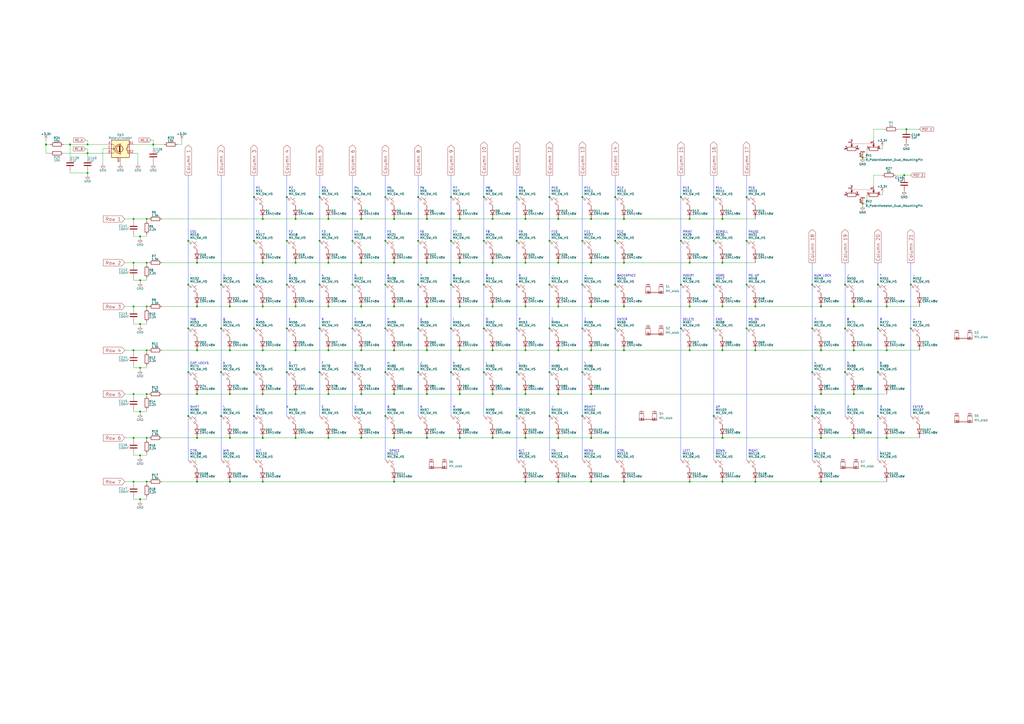
<source format=kicad_sch>
(kicad_sch (version 20250114) (generator "eeschema") (generator_version "9.0")
  (paper "A2")
  (text "LEFT" (at 395.986 261.62 0) (effects (font (size 1.27 1.27)) (justify left)))
  (text "K" (at 262.636 210.82 0) (effects (font (size 1.27 1.27)) (justify left)))
  (text "V" (at 205.486 236.22 0) (effects (font (size 1.27 1.27)) (justify left)))
  (text "ALT" (at 300.736 261.62 0) (effects (font (size 1.27 1.27)) (justify left)))
  (text "1" (at 472.186 236.22 0) (effects (font (size 1.27 1.27)) (justify left)))
  (text "3" (at 510.286 236.22 0) (effects (font (size 1.27 1.27)) (justify left)))
  (text "5" (at 205.486 160.02 0) (effects (font (size 1.27 1.27)) (justify left)))
  (text "NUM LOCK\n" (at 472.186 160.02 0) (effects (font (size 1.27 1.27)) (justify left)))
  (text "7" (at 243.586 160.02 0) (effects (font (size 1.27 1.27)) (justify left)))
  (text "CAP LOCKS" (at 110.236 210.82 0) (effects (font (size 1.27 1.27)) (justify left)))
  (text ";" (at 300.736 210.82 0) (effects (font (size 1.27 1.27)) (justify left)))
  (text "WIN" (at 129.286 261.62 0) (effects (font (size 1.27 1.27)) (justify left)))
  (text "1" (at 129.286 160.02 0) (effects (font (size 1.27 1.27)) (justify left)))
  (text "P11" (at 338.836 109.22 0) (effects (font (size 1.27 1.27)) (justify left)))
  (text "F3" (at 186.436 134.62 0) (effects (font (size 1.27 1.27)) (justify left)))
  (text "INSERT" (at 395.986 160.02 0) (effects (font (size 1.27 1.27)) (justify left)))
  (text "'" (at 319.786 210.82 0) (effects (font (size 1.27 1.27)) (justify left)))
  (text "PG DN" (at 434.086 185.42 0) (effects (font (size 1.27 1.27)) (justify left)))
  (text "8" (at 262.636 160.02 0) (effects (font (size 1.27 1.27)) (justify left)))
  (text "E" (at 167.386 185.42 0) (effects (font (size 1.27 1.27)) (justify left)))
  (text "P3" (at 186.436 109.22 0) (effects (font (size 1.27 1.27)) (justify left)))
  (text "." (at 510.286 261.62 0) (effects (font (size 1.27 1.27)) (justify left)))
  (text "P2" (at 167.386 109.22 0) (effects (font (size 1.27 1.27)) (justify left)))
  (text "ENTER\n" (at 357.886 185.42 0) (effects (font (size 1.27 1.27)) (justify left)))
  (text "RIGHT" (at 434.086 261.62 0) (effects (font (size 1.27 1.27)) (justify left)))
  (text "L" (at 281.686 210.82 0) (effects (font (size 1.27 1.27)) (justify left)))
  (text "P6" (at 243.586 109.22 0) (effects (font (size 1.27 1.27)) (justify left)))
  (text "F" (at 186.436 210.82 0) (effects (font (size 1.27 1.27)) (justify left)))
  (text "0" (at 300.736 160.02 0) (effects (font (size 1.27 1.27)) (justify left)))
  (text "P12" (at 357.886 109.22 0) (effects (font (size 1.27 1.27)) (justify left)))
  (text "M" (at 262.636 236.22 0) (effects (font (size 1.27 1.27)) (justify left)))
  (text "D" (at 167.386 210.82 0) (effects (font (size 1.27 1.27)) (justify left)))
  (text "SPACE" (at 225.806 261.62 0) (effects (font (size 1.27 1.27)) (justify left)))
  (text "C" (at 186.436 236.22 0) (effects (font (size 1.27 1.27)) (justify left)))
  (text "[" (at 319.786 185.42 0) (effects (font (size 1.27 1.27)) (justify left)))
  (text "TAB\n" (at 110.236 185.42 0) (effects (font (size 1.27 1.27)) (justify left)))
  (text "RSHIFT" (at 338.836 236.22 0) (effects (font (size 1.27 1.27)) (justify left)))
  (text "P14" (at 415.036 109.22 0) (effects (font (size 1.27 1.27)) (justify left)))
  (text "*" (at 510.286 160.02 0) (effects (font (size 1.27 1.27)) (justify left)))
  (text "`" (at 110.236 160.02 0) (effects (font (size 1.27 1.27)) (justify left)))
  (text "N" (at 243.586 236.22 0) (effects (font (size 1.27 1.27)) (justify left)))
  (text "4" (at 472.186 210.82 0) (effects (font (size 1.27 1.27)) (justify left)))
  (text "5" (at 491.236 210.82 0) (effects (font (size 1.27 1.27)) (justify left)))
  (text "F10" (at 319.786 134.62 0) (effects (font (size 1.27 1.27)) (justify left)))
  (text "F4" (at 205.486 134.62 0) (effects (font (size 1.27 1.27)) (justify left)))
  (text "DELETE" (at 395.986 185.42 0) (effects (font (size 1.27 1.27)) (justify left)))
  (text "BACKSPACE" (at 357.886 160.02 0) (effects (font (size 1.27 1.27)) (justify left)))
  (text "F12" (at 357.886 134.62 0) (effects (font (size 1.27 1.27)) (justify left)))
  (text "H" (at 224.536 210.82 0) (effects (font (size 1.27 1.27)) (justify left)))
  (text "-" (at 529.336 160.02 0) (effects (font (size 1.27 1.27)) (justify left)))
  (text "S" (at 148.336 210.82 0) (effects (font (size 1.27 1.27)) (justify left)))
  (text "." (at 300.736 236.22 0) (effects (font (size 1.27 1.27)) (justify left)))
  (text "\\" (at 129.286 236.22 0) (effects (font (size 1.27 1.27)) (justify left)))
  (text "F11" (at 338.836 134.62 0) (effects (font (size 1.27 1.27)) (justify left)))
  (text "P7" (at 262.636 109.22 0) (effects (font (size 1.27 1.27)) (justify left)))
  (text "CTRL" (at 110.236 261.62 0) (effects (font (size 1.27 1.27)) (justify left)))
  (text "/" (at 491.236 160.02 0) (effects (font (size 1.27 1.27)) (justify left)))
  (text "O" (at 281.686 185.42 0) (effects (font (size 1.27 1.27)) (justify left)))
  (text "ALT" (at 148.336 261.62 0) (effects (font (size 1.27 1.27)) (justify left)))
  (text "+" (at 529.336 185.42 0) (effects (font (size 1.27 1.27)) (justify left)))
  (text "P10" (at 319.786 109.22 0) (effects (font (size 1.27 1.27)) (justify left)))
  (text "F2" (at 167.386 134.62 0) (effects (font (size 1.27 1.27)) (justify left)))
  (text "Z" (at 148.336 236.22 0) (effects (font (size 1.27 1.27)) (justify left)))
  (text "P" (at 300.736 185.42 0) (effects (font (size 1.27 1.27)) (justify left)))
  (text "R" (at 186.436 185.42 0) (effects (font (size 1.27 1.27)) (justify left)))
  (text "ESC" (at 110.236 134.62 0) (effects (font (size 1.27 1.27)) (justify left)))
  (text "HOME" (at 415.036 160.02 0) (effects (font (size 1.27 1.27)) (justify left)))
  (text "U" (at 243.586 185.42 0) (effects (font (size 1.27 1.27)) (justify left)))
  (text "P1" (at 148.336 109.22 0) (effects (font (size 1.27 1.27)) (justify left)))
  (text "=" (at 338.836 160.02 0) (effects (font (size 1.27 1.27)) (justify left)))
  (text "A" (at 129.286 210.82 0) (effects (font (size 1.27 1.27)) (justify left)))
  (text "Y" (at 224.536 185.42 0) (effects (font (size 1.27 1.27)) (justify left)))
  (text "]" (at 338.836 185.42 0) (effects (font (size 1.27 1.27)) (justify left)))
  (text "9" (at 281.686 160.02 0) (effects (font (size 1.27 1.27)) (justify left)))
  (text "F8" (at 281.686 134.62 0) (effects (font (size 1.27 1.27)) (justify left)))
  (text "FN" (at 319.786 261.62 0) (effects (font (size 1.27 1.27)) (justify left)))
  (text "UP\n" (at 415.036 236.22 0) (effects (font (size 1.27 1.27)) (justify left)))
  (text "P5" (at 224.536 109.22 0) (effects (font (size 1.27 1.27)) (justify left)))
  (text "P4" (at 205.486 109.22 0) (effects (font (size 1.27 1.27)) (justify left)))
  (text "DOWN" (at 415.036 261.62 0) (effects (font (size 1.27 1.27)) (justify left)))
  (text "2" (at 148.336 160.02 0) (effects (font (size 1.27 1.27)) (justify left)))
  (text "6" (at 510.286 210.82 0) (effects (font (size 1.27 1.27)) (justify left)))
  (text "P13" (at 395.986 109.22 0) (effects (font (size 1.27 1.27)) (justify left)))
  (text "," (at 281.686 236.22 0) (effects (font (size 1.27 1.27)) (justify left)))
  (text "4" (at 186.436 160.02 0) (effects (font (size 1.27 1.27)) (justify left)))
  (text "0" (at 472.186 261.62 0) (effects (font (size 1.27 1.27)) (justify left)))
  (text "9" (at 510.286 185.42 0) (effects (font (size 1.27 1.27)) (justify left)))
  (text "F5" (at 224.536 134.62 0) (effects (font (size 1.27 1.27)) (justify left)))
  (text "P15" (at 434.086 109.22 0) (effects (font (size 1.27 1.27)) (justify left)))
  (text "F6" (at 243.586 134.62 0) (effects (font (size 1.27 1.27)) (justify left)))
  (text "F1" (at 148.336 134.62 0) (effects (font (size 1.27 1.27)) (justify left)))
  (text "PRINT" (at 395.986 134.62 0) (effects (font (size 1.27 1.27)) (justify left)))
  (text "J" (at 243.586 210.82 0) (effects (font (size 1.27 1.27)) (justify left)))
  (text "W" (at 148.336 185.42 0) (effects (font (size 1.27 1.27)) (justify left)))
  (text "6" (at 224.536 160.02 0) (effects (font (size 1.27 1.27)) (justify left)))
  (text "T" (at 205.486 185.42 0) (effects (font (size 1.27 1.27)) (justify left)))
  (text "P8" (at 281.686 109.22 0) (effects (font (size 1.27 1.27)) (justify left)))
  (text "CTRL" (at 357.886 261.62 0) (effects (font (size 1.27 1.27)) (justify left)))
  (text "3" (at 167.386 160.02 0) (effects (font (size 1.27 1.27)) (justify left)))
  (text "PAUSE" (at 434.086 134.62 0) (effects (font (size 1.27 1.27)) (justify left)))
  (text "2" (at 491.236 236.22 0) (effects (font (size 1.27 1.27)) (justify left)))
  (text "B" (at 224.536 236.22 0) (effects (font (size 1.27 1.27)) (justify left)))
  (text "SCROLL" (at 415.036 134.62 0) (effects (font (size 1.27 1.27)) (justify left)))
  (text "PG UP" (at 434.086 160.02 0) (effects (font (size 1.27 1.27)) (justify left)))
  (text "-" (at 319.786 160.02 0) (effects (font (size 1.27 1.27)) (justify left)))
  (text "/" (at 319.786 236.22 0) (effects (font (size 1.27 1.27)) (justify left)))
  (text "P9" (at 300.736 109.22 0) (effects (font (size 1.27 1.27)) (justify left)))
  (text "F7" (at 262.636 134.62 0) (effects (font (size 1.27 1.27)) (justify left)))
  (text "ENTER" (at 529.336 236.22 0) (effects (font (size 1.27 1.27)) (justify left)))
  (text "8" (at 491.236 185.42 0) (effects (font (size 1.27 1.27)) (justify left)))
  (text "I" (at 262.636 185.42 0) (effects (font (size 1.27 1.27)) (justify left)))
  (text "G" (at 205.486 210.82 0) (effects (font (size 1.27 1.27)) (justify left)))
  (text "X" (at 167.386 236.22 0) (effects (font (size 1.27 1.27)) (justify right)))
  (text "MENU\n" (at 338.836 261.62 0) (effects (font (size 1.27 1.27)) (justify left)))
  (text "END\n" (at 415.036 185.42 0) (effects (font (size 1.27 1.27)) (justify left)))
  (text "7" (at 472.186 185.42 0) (effects (font (size 1.27 1.27)) (justify left)))
  (text "F9" (at 300.736 134.62 0) (effects (font (size 1.27 1.27)) (justify left)))
  (text "Q" (at 129.286 185.42 0) (effects (font (size 1.27 1.27)) (justify left)))
  (text "SHIFT" (at 110.236 236.22 0) (effects (font (size 1.27 1.27)) (justify left)))
  (text "\\" (at 338.836 210.82 0) (effects (font (size 1.27 1.27)) (justify left)))
  (junction (at 50.8 88.9))
  (junction (at 414.02 139.7))
  (junction (at 394.97 190.5))
  (junction (at 304.8 177.8))
  (junction (at 400.05 127))
  (junction (at 228.6 152.4))
  (junction (at 209.55 127))
  (junction (at 318.77 241.3))
  (junction (at 88.9 83.82))
  (junction (at 26.67 83.82))
  (junction (at 223.52 215.9))
  (junction (at 171.45 177.8))
  (junction (at 528.32 190.5))
  (junction (at 147.32 215.9))
  (junction (at 204.47 139.7))
  (junction (at 114.3 177.8))
  (junction (at 433.07 190.5))
  (junction (at 304.8 254))
  (junction (at 209.55 203.2))
  (junction (at 152.4 127))
  (junction (at 166.37 139.7))
  (junction (at 304.8 127))
  (junction (at 77.47 127))
  (junction (at 81.28 162.56))
  (junction (at 342.9 152.4))
  (junction (at 166.37 190.5))
  (junction (at 223.52 139.7))
  (junction (at 528.32 165.1))
  (junction (at 476.25 203.2))
  (junction (at 400.05 203.2))
  (junction (at 495.3 254))
  (junction (at 171.45 228.6))
  (junction (at 394.97 114.3))
  (junction (at 323.85 279.4))
  (junction (at 419.1 203.2))
  (junction (at 318.77 215.9))
  (junction (at 433.07 114.3))
  (junction (at 299.72 190.5))
  (junction (at 171.45 254))
  (junction (at 509.27 215.9))
  (junction (at 85.09 127))
  (junction (at 266.7 203.2))
  (junction (at 285.75 152.4))
  (junction (at 114.3 203.2))
  (junction (at 419.1 127))
  (junction (at 414.02 165.1))
  (junction (at 500.38 118.11))
  (junction (at 414.02 241.3))
  (junction (at 114.3 152.4))
  (junction (at 190.5 127))
  (junction (at 342.9 127))
  (junction (at 266.7 177.8))
  (junction (at 514.35 203.2))
  (junction (at 514.35 177.8))
  (junction (at 128.27 215.9))
  (junction (at 438.15 203.2))
  (junction (at 438.15 279.4))
  (junction (at 394.97 139.7))
  (junction (at 419.1 254))
  (junction (at 152.4 254))
  (junction (at 77.47 177.8))
  (junction (at 228.6 254))
  (junction (at 490.22 165.1))
  (junction (at 318.77 114.3))
  (junction (at 438.15 177.8))
  (junction (at 81.28 213.36))
  (junction (at 342.9 177.8))
  (junction (at 337.82 241.3))
  (junction (at 514.35 254))
  (junction (at 81.28 264.16))
  (junction (at 133.35 203.2))
  (junction (at 152.4 279.4))
  (junction (at 185.42 114.3))
  (junction (at 247.65 228.6))
  (junction (at 261.62 114.3))
  (junction (at 361.95 203.2))
  (junction (at 152.4 152.4))
  (junction (at 490.22 215.9))
  (junction (at 242.57 114.3))
  (junction (at 495.3 203.2))
  (junction (at 204.47 215.9))
  (junction (at 280.67 165.1))
  (junction (at 471.17 165.1))
  (junction (at 128.27 241.3))
  (junction (at 228.6 279.4))
  (junction (at 471.17 190.5))
  (junction (at 285.75 254))
  (junction (at 476.25 177.8))
  (junction (at 223.52 165.1))
  (junction (at 77.47 254))
  (junction (at 166.37 215.9))
  (junction (at 419.1 177.8))
  (junction (at 476.25 228.6))
  (junction (at 280.67 215.9))
  (junction (at 524.51 101.6))
  (junction (at 323.85 152.4))
  (junction (at 509.27 165.1))
  (junction (at 185.42 190.5))
  (junction (at 361.95 127))
  (junction (at 209.55 152.4))
  (junction (at 190.5 203.2))
  (junction (at 356.87 190.5))
  (junction (at 147.32 190.5))
  (junction (at 223.52 190.5))
  (junction (at 433.07 165.1))
  (junction (at 323.85 203.2))
  (junction (at 133.35 177.8))
  (junction (at 152.4 203.2))
  (junction (at 400.05 279.4))
  (junction (at 190.5 177.8))
  (junction (at 337.82 139.7))
  (junction (at 509.27 190.5))
  (junction (at 147.32 165.1))
  (junction (at 77.47 228.6))
  (junction (at 304.8 152.4))
  (junction (at 337.82 190.5))
  (junction (at 476.25 254))
  (junction (at 242.57 215.9))
  (junction (at 356.87 165.1))
  (junction (at 323.85 254))
  (junction (at 81.28 289.56))
  (junction (at 266.7 127))
  (junction (at 285.75 203.2))
  (junction (at 280.67 139.7))
  (junction (at 109.22 190.5))
  (junction (at 337.82 165.1))
  (junction (at 266.7 228.6))
  (junction (at 81.28 137.16))
  (junction (at 419.1 279.4))
  (junction (at 85.09 279.4))
  (junction (at 356.87 114.3))
  (junction (at 114.3 279.4))
  (junction (at 223.52 241.3))
  (junction (at 152.4 228.6))
  (junction (at 209.55 177.8))
  (junction (at 109.22 139.7))
  (junction (at 342.9 279.4))
  (junction (at 247.65 254))
  (junction (at 204.47 190.5))
  (junction (at 285.75 177.8))
  (junction (at 318.77 190.5))
  (junction (at 185.42 215.9))
  (junction (at 77.47 152.4))
  (junction (at 342.9 203.2))
  (junction (at 109.22 165.1))
  (junction (at 242.57 165.1))
  (junction (at 133.35 254))
  (junction (at 266.7 254))
  (junction (at 85.09 152.4))
  (junction (at 323.85 127))
  (junction (at 247.65 203.2))
  (junction (at 228.6 228.6))
  (junction (at 495.3 228.6))
  (junction (at 190.5 152.4))
  (junction (at 318.77 165.1))
  (junction (at 128.27 190.5))
  (junction (at 50.8 83.82))
  (junction (at 337.82 215.9))
  (junction (at 109.22 241.3))
  (junction (at 228.6 127))
  (junction (at 285.75 228.6))
  (junction (at 190.5 228.6))
  (junction (at 128.27 165.1))
  (junction (at 356.87 139.7))
  (junction (at 394.97 165.1))
  (junction (at 114.3 254))
  (junction (at 50.8 100.33))
  (junction (at 261.62 165.1))
  (junction (at 299.72 241.3))
  (junction (at 280.67 190.5))
  (junction (at 414.02 190.5))
  (junction (at 361.95 279.4))
  (junction (at 299.72 165.1))
  (junction (at 247.65 152.4))
  (junction (at 285.75 127))
  (junction (at 525.78 74.93))
  (junction (at 171.45 203.2))
  (junction (at 81.28 238.76))
  (junction (at 109.22 215.9))
  (junction (at 323.85 177.8))
  (junction (at 204.47 114.3))
  (junction (at 114.3 228.6))
  (junction (at 152.4 177.8))
  (junction (at 495.3 177.8))
  (junction (at 242.57 139.7))
  (junction (at 318.77 139.7))
  (junction (at 228.6 203.2))
  (junction (at 147.32 139.7))
  (junction (at 147.32 114.3))
  (junction (at 261.62 190.5))
  (junction (at 242.57 190.5))
  (junction (at 204.47 165.1))
  (junction (at 400.05 152.4))
  (junction (at 190.5 254))
  (junction (at 209.55 228.6))
  (junction (at 133.35 228.6))
  (junction (at 223.52 114.3))
  (junction (at 304.8 279.4))
  (junction (at 299.72 215.9))
  (junction (at 261.62 139.7))
  (junction (at 361.95 177.8))
  (junction (at 342.9 228.6))
  (junction (at 261.62 215.9))
  (junction (at 419.1 152.4))
  (junction (at 304.8 228.6))
  (junction (at 471.17 241.3))
  (junction (at 228.6 177.8))
  (junction (at 185.42 165.1))
  (junction (at 247.65 177.8))
  (junction (at 342.9 254))
  (junction (at 414.02 114.3))
  (junction (at 185.42 139.7))
  (junction (at 247.65 127))
  (junction (at 471.17 215.9))
  (junction (at 85.09 228.6))
  (junction (at 171.45 127))
  (junction (at 299.72 139.7))
  (junction (at 85.09 177.8))
  (junction (at 40.64 83.82))
  (junction (at 133.35 279.4))
  (junction (at 280.67 114.3))
  (junction (at 509.27 241.3))
  (junction (at 166.37 165.1))
  (junction (at 299.72 114.3))
  (junction (at 85.09 203.2))
  (junction (at 77.47 279.4))
  (junction (at 323.85 228.6))
  (junction (at 476.25 279.4))
  (junction (at 304.8 203.2))
  (junction (at 166.37 114.3))
  (junction (at 171.45 152.4))
  (junction (at 490.22 190.5))
  (junction (at 77.47 203.2))
  (junction (at 500.38 91.44))
  (junction (at 361.95 152.4))
  (junction (at 147.32 241.3))
  (junction (at 85.09 254))
  (junction (at 81.28 187.96))
  (junction (at 337.82 114.3))
  (junction (at 433.07 139.7))
  (junction (at 266.7 152.4))
  (junction (at 400.05 177.8))
  (junction (at 209.55 254))
  (no_connect (at 497.84 113.03))
  (no_connect (at 490.22 113.03))
  (no_connect (at 497.84 86.36))
  (no_connect (at 490.22 86.36))
  (no_connect (at 494.03 107.95))
  (no_connect (at 494.03 81.28))
  (wire (pts (xy 49.53 86.36) (xy 50.8 86.36)))
  (wire (pts (xy 85.09 203.2) (xy 86.36 203.2)))
  (wire (pts (xy 26.67 81.28) (xy 26.67 83.82)))
  (wire (pts (xy 471.17 215.9) (xy 471.17 241.3)) (stroke (width 0) (color 0 48 255 1)))
  (wire (pts (xy 280.67 101.6) (xy 280.67 114.3)) (stroke (width 0) (color 0 48 255 1)))
  (wire (pts (xy 476.25 228.6) (xy 495.3 228.6)))
  (wire (pts (xy 280.67 190.5) (xy 280.67 215.9)) (stroke (width 0) (color 0 48 255 1)))
  (wire (pts (xy 509.27 215.9) (xy 509.27 241.3)) (stroke (width 0) (color 0 48 255 1)))
  (wire (pts (xy 304.8 177.8) (xy 323.85 177.8)))
  (wire (pts (xy 171.45 254) (xy 190.5 254)))
  (wire (pts (xy 261.62 190.5) (xy 261.62 215.9)) (stroke (width 0) (color 0 48 255 1)))
  (wire (pts (xy 50.8 91.44) (xy 50.8 88.9)))
  (wire (pts (xy 223.52 114.3) (xy 223.52 139.7)) (stroke (width 0) (color 0 48 255 1)))
  (wire (pts (xy 81.28 187.96) (xy 77.47 187.96)))
  (wire (pts (xy 185.42 215.9) (xy 185.42 241.3)) (stroke (width 0) (color 0 48 255 1)))
  (wire (pts (xy 280.67 114.3) (xy 280.67 139.7)) (stroke (width 0) (color 0 48 255 1)))
  (wire (pts (xy 509.27 190.5) (xy 509.27 215.9)) (stroke (width 0) (color 0 48 255 1)))
  (wire (pts (xy 72.39 127) (xy 77.47 127)))
  (wire (pts (xy 509.27 152.4) (xy 509.27 165.1)) (stroke (width 0) (color 0 48 255 1)))
  (wire (pts (xy 147.32 139.7) (xy 147.32 165.1)) (stroke (width 0) (color 0 48 255 1)))
  (wire (pts (xy 361.95 152.4) (xy 400.05 152.4)))
  (wire (pts (xy 59.69 86.36) (xy 59.69 95.25)))
  (wire (pts (xy 261.62 215.9) (xy 261.62 241.3)) (stroke (width 0) (color 0 48 255 1)))
  (wire (pts (xy 166.37 114.3) (xy 166.37 139.7)) (stroke (width 0) (color 0 48 255 1)))
  (wire (pts (xy 77.47 152.4) (xy 85.09 152.4)))
  (wire (pts (xy 506.73 74.93) (xy 513.08 74.93)))
  (wire (pts (xy 85.09 152.4) (xy 85.09 153.67)))
  (wire (pts (xy 85.09 187.96) (xy 81.28 187.96)))
  (wire (pts (xy 514.35 177.8) (xy 533.4 177.8)))
  (wire (pts (xy 299.72 114.3) (xy 299.72 139.7)) (stroke (width 0) (color 0 48 255 1)))
  (wire (pts (xy 171.45 203.2) (xy 190.5 203.2)))
  (wire (pts (xy 299.72 190.5) (xy 299.72 215.9)) (stroke (width 0) (color 0 48 255 1)))
  (wire (pts (xy 400.05 177.8) (xy 419.1 177.8)))
  (wire (pts (xy 80.01 88.9) (xy 77.47 88.9)))
  (wire (pts (xy 323.85 127) (xy 342.9 127)))
  (wire (pts (xy 85.09 254) (xy 85.09 255.27)))
  (wire (pts (xy 93.98 177.8) (xy 114.3 177.8)))
  (wire (pts (xy 171.45 152.4) (xy 190.5 152.4)))
  (wire (pts (xy 93.98 203.2) (xy 114.3 203.2)))
  (wire (pts (xy 361.95 279.4) (xy 400.05 279.4)))
  (wire (pts (xy 109.22 190.5) (xy 109.22 215.9)) (stroke (width 0) (color 0 48 255 1)))
  (wire (pts (xy 304.8 127) (xy 323.85 127)))
  (wire (pts (xy 285.75 203.2) (xy 304.8 203.2)))
  (wire (pts (xy 356.87 190.5) (xy 356.87 266.7)) (stroke (width 0) (color 0 48 255 1)))
  (wire (pts (xy 511.81 86.36) (xy 511.81 85.09)))
  (wire (pts (xy 77.47 203.2) (xy 77.47 204.47)))
  (wire (pts (xy 36.83 88.9) (xy 50.8 88.9)))
  (wire (pts (xy 285.75 254) (xy 304.8 254)))
  (wire (pts (xy 93.98 254) (xy 114.3 254)))
  (wire (pts (xy 166.37 165.1) (xy 166.37 190.5)) (stroke (width 0) (color 0 48 255 1)))
  (wire (pts (xy 285.75 228.6) (xy 304.8 228.6)))
  (wire (pts (xy 128.27 241.3) (xy 128.27 266.7)) (stroke (width 0) (color 0 48 255 1)))
  (wire (pts (xy 433.07 101.6) (xy 433.07 114.3)) (stroke (width 0) (color 0 48 255 1)))
  (wire (pts (xy 414.02 114.3) (xy 414.02 139.7)) (stroke (width 0) (color 0 48 255 1)))
  (wire (pts (xy 128.27 190.5) (xy 128.27 215.9)) (stroke (width 0) (color 0 48 255 1)))
  (wire (pts (xy 85.09 186.69) (xy 85.09 187.96)))
  (wire (pts (xy 185.42 165.1) (xy 185.42 190.5)) (stroke (width 0) (color 0 48 255 1)))
  (wire (pts (xy 511.81 101.6) (xy 506.73 101.6)))
  (wire (pts (xy 228.6 254) (xy 247.65 254)))
  (wire (pts (xy 502.92 118.11) (xy 500.38 118.11)))
  (wire (pts (xy 228.6 279.4) (xy 304.8 279.4)))
  (wire (pts (xy 242.57 101.6) (xy 242.57 114.3)) (stroke (width 0) (color 0 48 255 1)))
  (wire (pts (xy 490.22 165.1) (xy 490.22 190.5)) (stroke (width 0) (color 0 48 255 1)))
  (wire (pts (xy 81.28 138.43) (xy 81.28 137.16)))
  (wire (pts (xy 133.35 203.2) (xy 152.4 203.2)))
  (wire (pts (xy 190.5 152.4) (xy 209.55 152.4)))
  (wire (pts (xy 88.9 81.28) (xy 88.9 83.82)))
  (wire (pts (xy 490.22 152.4) (xy 490.22 165.1)) (stroke (width 0) (color 0 48 255 1)))
  (wire (pts (xy 147.32 101.6) (xy 147.32 114.3)) (stroke (width 0) (color 0 48 255 1)))
  (wire (pts (xy 85.09 264.16) (xy 81.28 264.16)))
  (wire (pts (xy 261.62 165.1) (xy 261.62 190.5)) (stroke (width 0) (color 0 48 255 1)))
  (wire (pts (xy 209.55 228.6) (xy 228.6 228.6)))
  (wire (pts (xy 509.27 241.3) (xy 509.27 266.7)) (stroke (width 0) (color 0 48 255 1)))
  (wire (pts (xy 510.54 113.03) (xy 511.81 113.03)))
  (wire (pts (xy 247.65 254) (xy 266.7 254)))
  (wire (pts (xy 400.05 152.4) (xy 419.1 152.4)))
  (wire (pts (xy 50.8 83.82) (xy 62.23 83.82)))
  (wire (pts (xy 85.09 238.76) (xy 81.28 238.76)))
  (wire (pts (xy 495.3 254) (xy 514.35 254)))
  (wire (pts (xy 524.51 101.6) (xy 519.43 101.6)))
  (wire (pts (xy 356.87 165.1) (xy 356.87 190.5)) (stroke (width 0) (color 0 48 255 1)))
  (wire (pts (xy 266.7 127) (xy 285.75 127)))
  (wire (pts (xy 247.65 127) (xy 266.7 127)))
  (wire (pts (xy 514.35 254) (xy 533.4 254)))
  (wire (pts (xy 414.02 165.1) (xy 414.02 190.5)) (stroke (width 0) (color 0 48 255 1)))
  (wire (pts (xy 337.82 114.3) (xy 337.82 139.7)) (stroke (width 0) (color 0 48 255 1)))
  (wire (pts (xy 152.4 228.6) (xy 171.45 228.6)))
  (wire (pts (xy 342.9 177.8) (xy 361.95 177.8)))
  (wire (pts (xy 114.3 152.4) (xy 152.4 152.4)))
  (wire (pts (xy 337.82 101.6) (xy 337.82 114.3)) (stroke (width 0) (color 0 48 255 1)))
  (wire (pts (xy 361.95 203.2) (xy 400.05 203.2)))
  (wire (pts (xy 85.09 212.09) (xy 85.09 213.36)))
  (wire (pts (xy 400.05 279.4) (xy 419.1 279.4)))
  (wire (pts (xy 77.47 135.89) (xy 77.47 137.16)))
  (wire (pts (xy 525.78 74.93) (xy 533.4 74.93)))
  (wire (pts (xy 337.82 241.3) (xy 337.82 266.7)) (stroke (width 0) (color 0 48 255 1)))
  (wire (pts (xy 323.85 152.4) (xy 342.9 152.4)))
  (wire (pts (xy 190.5 177.8) (xy 209.55 177.8)))
  (wire (pts (xy 166.37 190.5) (xy 166.37 215.9)) (stroke (width 0) (color 0 48 255 1)))
  (wire (pts (xy 337.82 190.5) (xy 337.82 215.9)) (stroke (width 0) (color 0 48 255 1)))
  (wire (pts (xy 242.57 114.3) (xy 242.57 139.7)) (stroke (width 0) (color 0 48 255 1)))
  (wire (pts (xy 50.8 100.33) (xy 50.8 99.06)))
  (wire (pts (xy 419.1 177.8) (xy 438.15 177.8)))
  (wire (pts (xy 114.3 279.4) (xy 133.35 279.4)))
  (wire (pts (xy 190.5 127) (xy 209.55 127)))
  (wire (pts (xy 342.9 279.4) (xy 361.95 279.4)))
  (wire (pts (xy 400.05 203.2) (xy 419.1 203.2)))
  (wire (pts (xy 304.8 152.4) (xy 323.85 152.4)))
  (wire (pts (xy 471.17 241.3) (xy 471.17 266.7)) (stroke (width 0) (color 0 48 255 1)))
  (wire (pts (xy 242.57 139.7) (xy 242.57 165.1)) (stroke (width 0) (color 0 48 255 1)))
  (wire (pts (xy 81.28 238.76) (xy 77.47 238.76)))
  (wire (pts (xy 87.63 81.28) (xy 88.9 81.28)))
  (wire (pts (xy 342.9 127) (xy 361.95 127)))
  (wire (pts (xy 185.42 101.6) (xy 185.42 114.3)) (stroke (width 0) (color 0 48 255 1)))
  (wire (pts (xy 81.28 289.56) (xy 77.47 289.56)))
  (wire (pts (xy 524.51 101.6) (xy 524.51 102.87)))
  (wire (pts (xy 318.77 241.3) (xy 318.77 266.7)) (stroke (width 0) (color 0 48 255 1)))
  (wire (pts (xy 414.02 139.7) (xy 414.02 165.1)) (stroke (width 0) (color 0 48 255 1)))
  (wire (pts (xy 304.8 228.6) (xy 323.85 228.6)))
  (wire (pts (xy 77.47 152.4) (xy 77.47 153.67)))
  (wire (pts (xy 247.65 228.6) (xy 266.7 228.6)))
  (wire (pts (xy 304.8 203.2) (xy 323.85 203.2)))
  (wire (pts (xy 433.07 139.7) (xy 433.07 165.1)) (stroke (width 0) (color 0 48 255 1)))
  (wire (pts (xy 85.09 177.8) (xy 85.09 179.07)))
  (wire (pts (xy 204.47 114.3) (xy 204.47 139.7)) (stroke (width 0) (color 0 48 255 1)))
  (wire (pts (xy 128.27 215.9) (xy 128.27 241.3)) (stroke (width 0) (color 0 48 255 1)))
  (wire (pts (xy 171.45 177.8) (xy 190.5 177.8)))
  (wire (pts (xy 40.64 100.33) (xy 50.8 100.33)))
  (wire (pts (xy 85.09 152.4) (xy 86.36 152.4)))
  (wire (pts (xy 502.92 91.44) (xy 502.92 86.36)))
  (wire (pts (xy 223.52 215.9) (xy 223.52 241.3)) (stroke (width 0) (color 0 48 255 1)))
  (wire (pts (xy 152.4 279.4) (xy 228.6 279.4)))
  (wire (pts (xy 476.25 177.8) (xy 495.3 177.8)))
  (wire (pts (xy 285.75 127) (xy 304.8 127)))
  (wire (pts (xy 72.39 228.6) (xy 77.47 228.6)))
  (wire (pts (xy 223.52 165.1) (xy 223.52 190.5)) (stroke (width 0) (color 0 48 255 1)))
  (wire (pts (xy 495.3 177.8) (xy 514.35 177.8)))
  (wire (pts (xy 356.87 139.7) (xy 356.87 165.1)) (stroke (width 0) (color 0 48 255 1)))
  (wire (pts (xy 285.75 152.4) (xy 304.8 152.4)))
  (wire (pts (xy 77.47 127) (xy 85.09 127)))
  (wire (pts (xy 337.82 139.7) (xy 337.82 165.1)) (stroke (width 0) (color 0 48 255 1)))
  (wire (pts (xy 419.1 152.4) (xy 438.15 152.4)))
  (wire (pts (xy 26.67 83.82) (xy 29.21 83.82)))
  (wire (pts (xy 209.55 152.4) (xy 228.6 152.4)))
  (wire (pts (xy 69.85 93.98) (xy 69.85 95.25)))
  (wire (pts (xy 26.67 88.9) (xy 29.21 88.9)))
  (wire (pts (xy 147.32 190.5) (xy 147.32 215.9)) (stroke (width 0) (color 0 48 255 1)))
  (wire (pts (xy 85.09 127) (xy 86.36 127)))
  (wire (pts (xy 394.97 165.1) (xy 394.97 190.5)) (stroke (width 0) (color 0 48 255 1)))
  (wire (pts (xy 77.47 279.4) (xy 77.47 280.67)))
  (wire (pts (xy 528.32 152.4) (xy 528.32 165.1)) (stroke (width 0) (color 0 48 255 1)))
  (wire (pts (xy 147.32 165.1) (xy 147.32 190.5)) (stroke (width 0) (color 0 48 255 1)))
  (wire (pts (xy 36.83 83.82) (xy 40.64 83.82)))
  (wire (pts (xy 166.37 139.7) (xy 166.37 165.1)) (stroke (width 0) (color 0 48 255 1)))
  (wire (pts (xy 50.8 81.28) (xy 50.8 83.82)))
  (wire (pts (xy 438.15 177.8) (xy 476.25 177.8)))
  (wire (pts (xy 323.85 228.6) (xy 342.9 228.6)))
  (wire (pts (xy 80.01 88.9) (xy 80.01 95.25)))
  (wire (pts (xy 228.6 228.6) (xy 247.65 228.6)))
  (wire (pts (xy 509.27 165.1) (xy 509.27 190.5)) (stroke (width 0) (color 0 48 255 1)))
  (wire (pts (xy 261.62 101.6) (xy 261.62 114.3)) (stroke (width 0) (color 0 48 255 1)))
  (wire (pts (xy 185.42 190.5) (xy 185.42 215.9)) (stroke (width 0) (color 0 48 255 1)))
  (wire (pts (xy 81.28 240.03) (xy 81.28 238.76)))
  (wire (pts (xy 85.09 203.2) (xy 85.09 204.47)))
  (wire (pts (xy 49.53 81.28) (xy 50.8 81.28)))
  (wire (pts (xy 280.67 215.9) (xy 280.67 241.3)) (stroke (width 0) (color 0 48 255 1)))
  (wire (pts (xy 400.05 127) (xy 419.1 127)))
  (wire (pts (xy 85.09 213.36) (xy 81.28 213.36)))
  (wire (pts (xy 242.57 190.5) (xy 242.57 215.9)) (stroke (width 0) (color 0 48 255 1)))
  (wire (pts (xy 209.55 203.2) (xy 228.6 203.2)))
  (wire (pts (xy 304.8 254) (xy 323.85 254)))
  (wire (pts (xy 209.55 254) (xy 228.6 254)))
  (wire (pts (xy 490.22 215.9) (xy 490.22 241.3)) (stroke (width 0) (color 0 48 255 1)))
  (wire (pts (xy 152.4 127) (xy 171.45 127)))
  (wire (pts (xy 419.1 203.2) (xy 438.15 203.2)))
  (wire (pts (xy 223.52 241.3) (xy 223.52 266.7)) (stroke (width 0) (color 0 48 255 1)))
  (wire (pts (xy 223.52 190.5) (xy 223.52 215.9)) (stroke (width 0) (color 0 48 255 1)))
  (wire (pts (xy 361.95 177.8) (xy 400.05 177.8)))
  (wire (pts (xy 419.1 127) (xy 438.15 127)))
  (wire (pts (xy 72.39 203.2) (xy 77.47 203.2)))
  (wire (pts (xy 299.72 241.3) (xy 299.72 266.7)) (stroke (width 0) (color 0 48 255 1)))
  (wire (pts (xy 285.75 177.8) (xy 304.8 177.8)))
  (wire (pts (xy 500.38 119.38) (xy 500.38 118.11)))
  (wire (pts (xy 72.39 279.4) (xy 77.47 279.4)))
  (wire (pts (xy 93.98 127) (xy 152.4 127)))
  (wire (pts (xy 77.47 83.82) (xy 88.9 83.82)))
  (wire (pts (xy 40.64 99.06) (xy 40.64 100.33)))
  (wire (pts (xy 299.72 101.6) (xy 299.72 114.3)) (stroke (width 0) (color 0 48 255 1)))
  (wire (pts (xy 280.67 139.7) (xy 280.67 165.1)) (stroke (width 0) (color 0 48 255 1)))
  (wire (pts (xy 166.37 101.6) (xy 166.37 114.3)) (stroke (width 0) (color 0 48 255 1)))
  (wire (pts (xy 476.25 279.4) (xy 514.35 279.4)))
  (wire (pts (xy 128.27 101.6) (xy 128.27 165.1)) (stroke (width 0) (color 0 48 255 1)))
  (wire (pts (xy 266.7 152.4) (xy 285.75 152.4)))
  (wire (pts (xy 510.54 86.36) (xy 511.81 86.36)))
  (wire (pts (xy 133.35 177.8) (xy 152.4 177.8)))
  (wire (pts (xy 299.72 215.9) (xy 299.72 241.3)) (stroke (width 0) (color 0 48 255 1)))
  (wire (pts (xy 81.28 189.23) (xy 81.28 187.96)))
  (wire (pts (xy 72.39 177.8) (xy 77.47 177.8)))
  (wire (pts (xy 50.8 88.9) (xy 62.23 88.9)))
  (wire (pts (xy 433.07 190.5) (xy 433.07 266.7)) (stroke (width 0) (color 0 48 255 1)))
  (wire (pts (xy 394.97 101.6) (xy 394.97 114.3)) (stroke (width 0) (color 0 48 255 1)))
  (wire (pts (xy 223.52 139.7) (xy 223.52 165.1)) (stroke (width 0) (color 0 48 255 1)))
  (wire (pts (xy 133.35 228.6) (xy 152.4 228.6)))
  (wire (pts (xy 109.22 165.1) (xy 109.22 190.5)) (stroke (width 0) (color 0 48 255 1)))
  (wire (pts (xy 109.22 139.7) (xy 109.22 165.1)) (stroke (width 0) (color 0 48 255 1)))
  (wire (pts (xy 361.95 127) (xy 400.05 127)))
  (wire (pts (xy 77.47 237.49) (xy 77.47 238.76)))
  (wire (pts (xy 152.4 152.4) (xy 171.45 152.4)))
  (wire (pts (xy 323.85 177.8) (xy 342.9 177.8)))
  (wire (pts (xy 85.09 228.6) (xy 85.09 229.87)))
  (wire (pts (xy 318.77 190.5) (xy 318.77 215.9)) (stroke (width 0) (color 0 48 255 1)))
  (wire (pts (xy 514.35 203.2) (xy 533.4 203.2)))
  (wire (pts (xy 114.3 203.2) (xy 133.35 203.2)))
  (wire (pts (xy 500.38 91.44) (xy 502.92 91.44)))
  (wire (pts (xy 171.45 127) (xy 190.5 127)))
  (wire (pts (xy 394.97 114.3) (xy 394.97 139.7)) (stroke (width 0) (color 0 48 255 1)))
  (wire (pts (xy 433.07 114.3) (xy 433.07 139.7)) (stroke (width 0) (color 0 48 255 1)))
  (wire (pts (xy 209.55 127) (xy 228.6 127)))
  (wire (pts (xy 72.39 254) (xy 77.47 254)))
  (wire (pts (xy 81.28 264.16) (xy 77.47 264.16)))
  (wire (pts (xy 85.09 254) (xy 86.36 254)))
  (wire (pts (xy 85.09 228.6) (xy 86.36 228.6)))
  (wire (pts (xy 81.28 214.63) (xy 81.28 213.36)))
  (wire (pts (xy 342.9 254) (xy 419.1 254)))
  (wire (pts (xy 190.5 203.2) (xy 209.55 203.2)))
  (wire (pts (xy 81.28 265.43) (xy 81.28 264.16)))
  (wire (pts (xy 77.47 279.4) (xy 85.09 279.4)))
  (wire (pts (xy 152.4 254) (xy 171.45 254)))
  (wire (pts (xy 304.8 279.4) (xy 323.85 279.4)))
  (wire (pts (xy 77.47 262.89) (xy 77.47 264.16)))
  (wire (pts (xy 506.73 101.6) (xy 506.73 107.95)))
  (wire (pts (xy 337.82 165.1) (xy 337.82 190.5)) (stroke (width 0) (color 0 48 255 1)))
  (wire (pts (xy 109.22 241.3) (xy 109.22 266.7)) (stroke (width 0) (color 0 48 255 1)))
  (wire (pts (xy 40.64 83.82) (xy 40.64 91.44)))
  (wire (pts (xy 114.3 177.8) (xy 133.35 177.8)))
  (wire (pts (xy 185.42 114.3) (xy 185.42 139.7)) (stroke (width 0) (color 0 48 255 1)))
  (wire (pts (xy 280.67 165.1) (xy 280.67 190.5)) (stroke (width 0) (color 0 48 255 1)))
  (wire (pts (xy 81.28 163.83) (xy 81.28 162.56)))
  (wire (pts (xy 85.09 162.56) (xy 81.28 162.56)))
  (wire (pts (xy 495.3 228.6) (xy 514.35 228.6)))
  (wire (pts (xy 77.47 186.69) (xy 77.47 187.96)))
  (wire (pts (xy 93.98 279.4) (xy 114.3 279.4)))
  (wire (pts (xy 190.5 228.6) (xy 209.55 228.6)))
  (wire (pts (xy 528.32 190.5) (xy 528.32 241.3)) (stroke (width 0) (color 0 48 255 1)))
  (wire (pts (xy 394.97 139.7) (xy 394.97 165.1)) (stroke (width 0) (color 0 48 255 1)))
  (wire (pts (xy 105.41 81.28) (xy 105.41 83.82)))
  (wire (pts (xy 266.7 254) (xy 285.75 254)))
  (wire (pts (xy 419.1 279.4) (xy 438.15 279.4)))
  (wire (pts (xy 204.47 190.5) (xy 204.47 215.9)) (stroke (width 0) (color 0 48 255 1)))
  (wire (pts (xy 318.77 165.1) (xy 318.77 190.5)) (stroke (width 0) (color 0 48 255 1)))
  (wire (pts (xy 77.47 228.6) (xy 77.47 229.87)))
  (wire (pts (xy 59.69 86.36) (xy 62.23 86.36)))
  (wire (pts (xy 318.77 215.9) (xy 318.77 241.3)) (stroke (width 0) (color 0 48 255 1)))
  (wire (pts (xy 471.17 190.5) (xy 471.17 215.9)) (stroke (width 0) (color 0 48 255 1)))
  (wire (pts (xy 323.85 203.2) (xy 342.9 203.2)))
  (wire (pts (xy 414.02 190.5) (xy 414.02 241.3)) (stroke (width 0) (color 0 48 255 1)))
  (wire (pts (xy 85.09 289.56) (xy 81.28 289.56)))
  (wire (pts (xy 85.09 237.49) (xy 85.09 238.76)))
  (wire (pts (xy 85.09 288.29) (xy 85.09 289.56)))
  (wire (pts (xy 356.87 114.3) (xy 356.87 139.7)) (stroke (width 0) (color 0 48 255 1)))
  (wire (pts (xy 152.4 177.8) (xy 171.45 177.8)))
  (wire (pts (xy 85.09 127) (xy 85.09 128.27)))
  (wire (pts (xy 114.3 254) (xy 133.35 254)))
  (wire (pts (xy 342.9 152.4) (xy 361.95 152.4)))
  (wire (pts (xy 85.09 161.29) (xy 85.09 162.56)))
  (wire (pts (xy 109.22 215.9) (xy 109.22 241.3)) (stroke (width 0) (color 0 48 255 1)))
  (wire (pts (xy 299.72 165.1) (xy 299.72 190.5)) (stroke (width 0) (color 0 48 255 1)))
  (wire (pts (xy 419.1 254) (xy 476.25 254)))
  (wire (pts (xy 520.7 74.93) (xy 525.78 74.93)))
  (wire (pts (xy 50.8 100.33) (xy 50.8 101.6)))
  (wire (pts (xy 85.09 177.8) (xy 86.36 177.8)))
  (wire (pts (xy 147.32 241.3) (xy 147.32 266.7)) (stroke (width 0) (color 0 48 255 1)))
  (wire (pts (xy 204.47 165.1) (xy 204.47 190.5)) (stroke (width 0) (color 0 48 255 1)))
  (wire (pts (xy 81.28 137.16) (xy 77.47 137.16)))
  (wire (pts (xy 318.77 139.7) (xy 318.77 165.1)) (stroke (width 0) (color 0 48 255 1)))
  (wire (pts (xy 299.72 139.7) (xy 299.72 165.1)) (stroke (width 0) (color 0 48 255 1)))
  (wire (pts (xy 471.17 152.4) (xy 471.17 165.1)) (stroke (width 0) (color 0 48 255 1)))
  (wire (pts (xy 495.3 203.2) (xy 514.35 203.2)))
  (wire (pts (xy 266.7 177.8) (xy 285.75 177.8)))
  (wire (pts (xy 77.47 212.09) (xy 77.47 213.36)))
  (wire (pts (xy 88.9 93.98) (xy 88.9 95.25)))
  (wire (pts (xy 133.35 254) (xy 152.4 254)))
  (wire (pts (xy 228.6 177.8) (xy 247.65 177.8)))
  (wire (pts (xy 204.47 215.9) (xy 204.47 241.3)) (stroke (width 0) (color 0 48 255 1)))
  (wire (pts (xy 414.02 101.6) (xy 414.02 114.3)) (stroke (width 0) (color 0 48 255 1)))
  (wire (pts (xy 85.09 279.4) (xy 86.36 279.4)))
  (wire (pts (xy 88.9 86.36) (xy 88.9 83.82)))
  (wire (pts (xy 342.9 203.2) (xy 361.95 203.2)))
  (wire (pts (xy 528.32 101.6) (xy 524.51 101.6)))
  (wire (pts (xy 77.47 177.8) (xy 85.09 177.8)))
  (wire (pts (xy 228.6 152.4) (xy 247.65 152.4)))
  (wire (pts (xy 93.98 152.4) (xy 114.3 152.4)))
  (wire (pts (xy 247.65 152.4) (xy 266.7 152.4)))
  (wire (pts (xy 511.81 113.03) (xy 511.81 111.76)))
  (wire (pts (xy 166.37 215.9) (xy 166.37 241.3)) (stroke (width 0) (color 0 48 255 1)))
  (wire (pts (xy 105.41 83.82) (xy 102.87 83.82)))
  (wire (pts (xy 81.28 162.56) (xy 77.47 162.56)))
  (wire (pts (xy 77.47 161.29) (xy 77.47 162.56)))
  (wire (pts (xy 242.57 165.1) (xy 242.57 190.5)) (stroke (width 0) (color 0 48 255 1)))
  (wire (pts (xy 476.25 203.2) (xy 495.3 203.2)))
  (wire (pts (xy 528.32 165.1) (xy 528.32 190.5)) (stroke (width 0) (color 0 48 255 1)))
  (wire (pts (xy 40.64 83.82) (xy 50.8 83.82)))
  (wire (pts (xy 433.07 165.1) (xy 433.07 190.5)) (stroke (width 0) (color 0 48 255 1)))
  (wire (pts (xy 242.57 215.9) (xy 242.57 241.3)) (stroke (width 0) (color 0 48 255 1)))
  (wire (pts (xy 223.52 101.6) (xy 223.52 114.3)) (stroke (width 0) (color 0 48 255 1)))
  (wire (pts (xy 77.47 127) (xy 77.47 128.27)))
  (wire (pts (xy 77.47 288.29) (xy 77.47 289.56)))
  (wire (pts (xy 114.3 228.6) (xy 133.35 228.6)))
  (wire (pts (xy 50.8 86.36) (xy 50.8 88.9)))
  (wire (pts (xy 81.28 290.83) (xy 81.28 289.56)))
  (wire (pts (xy 85.09 262.89) (xy 85.09 264.16)))
  (wire (pts (xy 506.73 81.28) (xy 506.73 74.93)))
  (wire (pts (xy 85.09 137.16) (xy 81.28 137.16)))
  (wire (pts (xy 204.47 101.6) (xy 204.47 114.3)) (stroke (width 0) (color 0 48 255 1)))
  (wire (pts (xy 147.32 215.9) (xy 147.32 241.3)) (stroke (width 0) (color 0 48 255 1)))
  (wire (pts (xy 88.9 83.82) (xy 95.25 83.82)))
  (wire (pts (xy 85.09 135.89) (xy 85.09 137.16)))
  (wire (pts (xy 228.6 203.2) (xy 247.65 203.2)))
  (wire (pts (xy 476.25 254) (xy 495.3 254)))
  (wire (pts (xy 152.4 203.2) (xy 171.45 203.2)))
  (wire (pts (xy 266.7 228.6) (xy 285.75 228.6)))
  (wire (pts (xy 356.87 101.6) (xy 356.87 114.3)) (stroke (width 0) (color 0 48 255 1)))
  (wire (pts (xy 502.92 113.03) (xy 502.92 118.11)))
  (wire (pts (xy 128.27 165.1) (xy 128.27 190.5)) (stroke (width 0) (color 0 48 255 1)))
  (wire (pts (xy 133.35 279.4) (xy 152.4 279.4)))
  (wire (pts (xy 471.17 165.1) (xy 471.17 190.5)) (stroke (width 0) (color 0 48 255 1)))
  (wire (pts (xy 247.65 203.2) (xy 266.7 203.2)))
  (wire (pts (xy 266.7 203.2) (xy 285.75 203.2)))
  (wire (pts (xy 77.47 254) (xy 77.47 255.27)))
  (wire (pts (xy 77.47 203.2) (xy 85.09 203.2)))
  (wire (pts (xy 261.62 139.7) (xy 261.62 165.1)) (stroke (width 0) (color 0 48 255 1)))
  (wire (pts (xy 72.39 152.4) (xy 77.47 152.4)))
  (wire (pts (xy 209.55 177.8) (xy 228.6 177.8)))
  (wire (pts (xy 77.47 228.6) (xy 85.09 228.6)))
  (wire (pts (xy 247.65 177.8) (xy 266.7 177.8)))
  (wire (pts (xy 490.22 190.5) (xy 490.22 215.9)) (stroke (width 0) (color 0 48 255 1)))
  (wire (pts (xy 109.22 101.6) (xy 109.22 139.7)) (stroke (width 0) (color 0 48 255 1)))
  (wire (pts (xy 77.47 177.8) (xy 77.47 179.07)))
  (wire (pts (xy 438.15 279.4) (xy 476.25 279.4)))
  (wire (pts (xy 318.77 114.3) (xy 318.77 139.7)) (stroke (width 0) (color 0 48 255 1)))
  (wire (pts (xy 93.98 228.6) (xy 114.3 228.6)))
  (wire (pts (xy 337.82 215.9) (xy 337.82 241.3)) (stroke (width 0) (color 0 48 255 1)))
  (wire (pts (xy 228.6 127) (xy 247.65 127)))
  (wire (pts (xy 204.47 139.7) (xy 204.47 165.1)) (stroke (width 0) (color 0 48 255 1)))
  (wire (pts (xy 26.67 83.82) (xy 26.67 88.9)))
  (wire (pts (xy 438.15 203.2) (xy 476.25 203.2)))
  (wire (pts (xy 81.28 213.36) (xy 77.47 213.36)))
  (wire (pts (xy 185.42 139.7) (xy 185.42 165.1)) (stroke (width 0) (color 0 48 255 1)))
  (wire (pts (xy 77.47 254) (xy 85.09 254)))
  (wire (pts (xy 190.5 254) (xy 209.55 254)))
  (wire (pts (xy 171.45 228.6) (xy 190.5 228.6)))
  (wire (pts (xy 147.32 114.3) (xy 147.32 139.7)) (stroke (width 0) (color 0 48 255 1)))
  (wire (pts (xy 85.09 279.4) (xy 85.09 280.67)))
  (wire (pts (xy 342.9 228.6) (xy 476.25 228.6)))
  (wire (pts (xy 261.62 114.3) (xy 261.62 139.7)) (stroke (width 0) (color 0 48 255 1)))
  (wire (pts (xy 318.77 101.6) (xy 318.77 114.3)) (stroke (width 0) (color 0 48 255 1)))
  (wire (pts (xy 323.85 279.4) (xy 342.9 279.4)))
  (wire (pts (xy 414.02 241.3) (xy 414.02 266.7)) (stroke (width 0) (color 0 48 255 1)))
  (wire (pts (xy 323.85 254) (xy 342.9 254)))
  (wire (pts (xy 394.97 190.5) (xy 394.97 266.7)) (stroke (width 0) (color 0 48 255 1)))
  (global_label "Row 7" (shape input) (at 72.39 279.4 180) (effects (font (size 1.905 1.905))) (property "Intersheetrefs" "${INTERSHEET_REFS}" (effects (hide yes))))
  (global_label "POT 2" (shape input) (at 528.32 101.6 0) (property "Intersheetrefs" "${INTERSHEET_REFS}" (effects (hide yes))))
  (global_label "Column 12" (shape output) (at 318.77 101.6 90) (effects (font (size 1.905 1.905))) (property "Intersheetrefs" "${INTERSHEET_REFS}" (effects (hide yes))))
  (global_label "RE_S" (shape input) (at 87.63 81.28 180) (property "Intersheetrefs" "${INTERSHEET_REFS}" (effects (hide yes))))
  (global_label "Column 10" (shape output) (at 280.67 101.6 90) (effects (font (size 1.905 1.905))) (property "Intersheetrefs" "${INTERSHEET_REFS}" (effects (hide yes))))
  (global_label "Row 3" (shape input) (at 72.39 177.8 180) (effects (font (size 1.905 1.905))) (property "Intersheetrefs" "${INTERSHEET_REFS}" (effects (hide yes))))
  (global_label "Column 8" (shape output) (at 242.57 101.6 90) (effects (font (size 1.905 1.905))) (property "Intersheetrefs" "${INTERSHEET_REFS}" (effects (hide yes))))
  (global_label "Column 14" (shape output) (at 356.87 101.6 90) (effects (font (size 1.905 1.905))) (property "Intersheetrefs" "${INTERSHEET_REFS}" (effects (hide yes))))
  (global_label "POT 1" (shape input) (at 533.4 74.93 0) (property "Intersheetrefs" "${INTERSHEET_REFS}" (effects (hide yes))))
  (global_label "Row 2" (shape input) (at 72.39 152.4 180) (effects (font (size 1.905 1.905))) (property "Intersheetrefs" "${INTERSHEET_REFS}" (effects (hide yes))))
  (global_label "Column 13" (shape output) (at 337.82 101.6 90) (effects (font (size 1.905 1.905))) (property "Intersheetrefs" "${INTERSHEET_REFS}" (effects (hide yes))))
  (global_label "Column 17" (shape output) (at 433.07 101.6 90) (effects (font (size 1.905 1.905))) (property "Intersheetrefs" "${INTERSHEET_REFS}" (effects (hide yes))))
  (global_label "Row 4" (shape input) (at 72.39 203.2 180) (effects (font (size 1.905 1.905))) (property "Intersheetrefs" "${INTERSHEET_REFS}" (effects (hide yes))))
  (global_label "Column 20" (shape output) (at 509.27 152.4 90) (effects (font (size 1.905 1.905))) (property "Intersheetrefs" "${INTERSHEET_REFS}" (effects (hide yes))))
  (global_label "Column 16" (shape output) (at 414.02 101.6 90) (effects (font (size 1.905 1.905))) (property "Intersheetrefs" "${INTERSHEET_REFS}" (effects (hide yes))))
  (global_label "Row 6" (shape input) (at 72.39 254 180) (effects (font (size 1.905 1.905))) (property "Intersheetrefs" "${INTERSHEET_REFS}" (effects (hide yes))))
  (global_label "Column 15" (shape output) (at 394.97 101.6 90) (effects (font (size 1.905 1.905))) (property "Intersheetrefs" "${INTERSHEET_REFS}" (effects (hide yes))))
  (global_label "Column 2" (shape output) (at 128.27 101.6 90) (effects (font (size 1.905 1.905))) (property "Intersheetrefs" "${INTERSHEET_REFS}" (effects (hide yes))))
  (global_label "Row 5" (shape input) (at 72.39 228.6 180) (effects (font (size 1.905 1.905))) (property "Intersheetrefs" "${INTERSHEET_REFS}" (effects (hide yes))))
  (global_label "Column 5" (shape output) (at 185.42 101.6 90) (effects (font (size 1.905 1.905))) (property "Intersheetrefs" "${INTERSHEET_REFS}" (effects (hide yes))))
  (global_label "Column 7" (shape output) (at 223.52 101.6 90) (effects (font (size 1.905 1.905))) (property "Intersheetrefs" "${INTERSHEET_REFS}" (effects (hide yes))))
  (global_label "Column 19" (shape output) (at 490.22 152.4 90) (effects (font (size 1.905 1.905))) (property "Intersheetrefs" "${INTERSHEET_REFS}" (effects (hide yes))))
  (global_label "Column 11" (shape output) (at 299.72 101.6 90) (effects (font (size 1.905 1.905))) (property "Intersheetrefs" "${INTERSHEET_REFS}" (effects (hide yes))))
  (global_label "Column 1" (shape output) (at 109.22 101.6 90) (effects (font (size 1.905 1.905))) (property "Intersheetrefs" "${INTERSHEET_REFS}" (effects (hide yes))))
  (global_label "Column 9" (shape output) (at 261.62 101.6 90) (effects (font (size 1.905 1.905))) (property "Intersheetrefs" "${INTERSHEET_REFS}" (effects (hide yes))))
  (global_label "Row 1" (shape input) (at 72.39 127 180) (effects (font (size 1.905 1.905))) (property "Intersheetrefs" "${INTERSHEET_REFS}" (effects (hide yes))))
  (global_label "Column 21" (shape output) (at 528.32 152.4 90) (effects (font (size 1.905 1.905))) (property "Intersheetrefs" "${INTERSHEET_REFS}" (effects (hide yes))))
  (global_label "Column 6" (shape output) (at 204.47 101.6 90) (effects (font (size 1.905 1.905))) (property "Intersheetrefs" "${INTERSHEET_REFS}" (effects (hide yes))))
  (global_label "Column 4" (shape output) (at 166.37 101.6 90) (effects (font (size 1.905 1.905))) (property "Intersheetrefs" "${INTERSHEET_REFS}" (effects (hide yes))))
  (global_label "RE_A" (shape input) (at 49.53 81.28 180) (property "Intersheetrefs" "${INTERSHEET_REFS}" (effects (hide yes))))
  (global_label "RE_B" (shape input) (at 49.53 86.36 180) (property "Intersheetrefs" "${INTERSHEET_REFS}" (effects (hide yes))))
  (global_label "Column 3" (shape output) (at 147.32 101.6 90) (effects (font (size 1.905 1.905))) (property "Intersheetrefs" "${INTERSHEET_REFS}" (effects (hide yes))))
  (global_label "Column 18" (shape output) (at 471.17 152.4 90) (effects (font (size 1.905 1.905))) (property "Intersheetrefs" "${INTERSHEET_REFS}" (effects (hide yes))))
  (symbol (lib_id "Diode:1N4148W") (at 323.85 173.99 90) (unit 1)
    (property "Reference" "D43" (at 325.374 173.228 90) (effects (justify right)))
    (property "Value" "1N4148W" (at 325.374 174.752 90) (effects (justify right)))
    (property "Footprint" "Diode_SMD:D_SOD-123" (effects (hide yes)))
    (property "Datasheet" "https://www.vishay.com/docs/85748/1n4148w.pdf" (effects (hide yes)))
    (property "Description" "75V 0.15A Fast Switching Diode, SOD-123" (effects (hide yes)))
    (property "Sim.Device" "D" (effects (hide yes)))
    (property "Sim.Pins" "1=K 2=A" (effects (hide yes)))
  )
  (symbol (lib_id "Device:C") (at 77.47 233.68 0) (unit 1)
    (property "Reference" "C145" (at 68.834 232.664 0) (effects (justify left)))
    (property "Value" "100nF" (at 68.834 234.442 0) (effects (justify left)))
    (property "Footprint" "Capacitor_SMD:C_0603_1608Metric_Pad1.08x0.95mm_HandSolder" (effects (hide yes)))
    (property "Description" "Unpolarized capacitor" (effects (hide yes)))
  )
  (symbol (lib_id "Diode:1N4148W") (at 400.05 123.19 90) (unit 1)
    (property "Reference" "D13" (at 401.574 122.428 90) (effects (justify right)))
    (property "Value" "1N4148W" (at 401.574 123.952 90) (effects (justify right)))
    (property "Footprint" "Diode_SMD:D_SOD-123" (effects (hide yes)))
    (property "Datasheet" "https://www.vishay.com/docs/85748/1n4148w.pdf" (effects (hide yes)))
    (property "Description" "75V 0.15A Fast Switching Diode, SOD-123" (effects (hide yes)))
    (property "Sim.Device" "D" (effects (hide yes)))
    (property "Sim.Pins" "1=K 2=A" (effects (hide yes)))
  )
  (symbol (lib_id "Diode:1N4148W") (at 152.4 224.79 90) (unit 1)
    (property "Reference" "D76" (at 153.924 224.028 90) (effects (justify right)))
    (property "Value" "1N4148W" (at 153.924 225.552 90) (effects (justify right)))
    (property "Footprint" "Diode_SMD:D_SOD-123" (effects (hide yes)))
    (property "Datasheet" "https://www.vishay.com/docs/85748/1n4148w.pdf" (effects (hide yes)))
    (property "Description" "75V 0.15A Fast Switching Diode, SOD-123" (effects (hide yes)))
    (property "Sim.Device" "D" (effects (hide yes)))
    (property "Sim.Pins" "1=K 2=A" (effects (hide yes)))
  )
  (symbol (lib_id "Diode:1N4148W") (at 190.5 173.99 90) (unit 1)
    (property "Reference" "D36" (at 192.024 173.228 90) (effects (justify right)))
    (property "Value" "1N4148W" (at 192.024 174.752 90) (effects (justify right)))
    (property "Footprint" "Diode_SMD:D_SOD-123" (effects (hide yes)))
    (property "Datasheet" "https://www.vishay.com/docs/85748/1n4148w.pdf" (effects (hide yes)))
    (property "Description" "75V 0.15A Fast Switching Diode, SOD-123" (effects (hide yes)))
    (property "Sim.Device" "D" (effects (hide yes)))
    (property "Sim.Pins" "1=K 2=A" (effects (hide yes)))
  )
  (symbol (lib_id "PCM_marbastlib-mx:MX_SW_HS_KS-2P02B01-01") (at 168.91 218.44 0) (unit 1)
    (property "Reference" "MX77" (at 167.386 212.344 0) (effects (justify left)))
    (property "Value" "MX_SW_HS" (at 167.386 214.122 0) (effects (justify left)))
    (property "Footprint" "PCM_marbastlib-xp-mx:SW_MX_HS_KS-2P02B01-01_1u" (effects (hide yes)))
    (property "Description" "Push button switch, normally open, two pins, 45° tilted, Gateron KS-2P02B01-01 for Cherry MX style switches" (effects (hide yes)))
  )
  (symbol (lib_id "power:+3.3V") (at 511.81 85.09 0) (unit 1)
    (property "Reference" "#PWR0416" (effects (hide yes)))
    (property "Value" "+3.3V" (at 511.81 81.534 0))
    (property "Description" "Power symbol creates a global label with name \"+3.3V\"" (effects (hide yes)))
  )
  (symbol (lib_id "power:GND") (at 80.01 95.25 0) (unit 1)
    (property "Reference" "#PWR0395" (effects (hide yes)))
    (property "Value" "GND" (at 80.01 98.806 0))
    (property "Description" "Power symbol creates a global label with name \"GND\" , ground" (effects (hide yes)))
  )
  (symbol (lib_id "PCM_marbastlib-mx:MX_SW_HS_KS-2P02B01-01") (at 149.86 243.84 0) (unit 1)
    (property "Reference" "MX92" (at 148.336 237.744 0) (effects (justify left)))
    (property "Value" "MX_SW_HS" (at 148.336 239.522 0) (effects (justify left)))
    (property "Footprint" "PCM_marbastlib-xp-mx:SW_MX_HS_KS-2P02B01-01_1u" (effects (hide yes)))
    (property "Description" "Push button switch, normally open, two pins, 45° tilted, Gateron KS-2P02B01-01 for Cherry MX style switches" (effects (hide yes)))
  )
  (symbol (lib_id "Diode:1N4148W") (at 476.25 224.79 90) (unit 1)
    (property "Reference" "D87" (at 477.774 224.028 90) (effects (justify right)))
    (property "Value" "1N4148W" (at 477.774 225.552 90) (effects (justify right)))
    (property "Footprint" "Diode_SMD:D_SOD-123" (effects (hide yes)))
    (property "Datasheet" "https://www.vishay.com/docs/85748/1n4148w.pdf" (effects (hide yes)))
    (property "Description" "75V 0.15A Fast Switching Diode, SOD-123" (effects (hide yes)))
    (property "Sim.Device" "D" (effects (hide yes)))
    (property "Sim.Pins" "1=K 2=A" (effects (hide yes)))
  )
  (symbol (lib_id "Device:R") (at 99.06 83.82 270) (unit 1)
    (property "Reference" "R23" (at 99.06 80.0101 90))
    (property "Value" "10k" (at 99.06 81.788 90))
    (property "Footprint" "Resistor_SMD:R_0603_1608Metric_Pad0.98x0.95mm_HandSolder" (effects (hide yes)))
    (property "Description" "Resistor" (effects (hide yes)))
  )
  (symbol (lib_id "Diode:1N4148W") (at 266.7 199.39 90) (unit 1)
    (property "Reference" "D61" (at 268.224 198.628 90) (effects (justify right)))
    (property "Value" "1N4148W" (at 268.224 200.152 90) (effects (justify right)))
    (property "Footprint" "Diode_SMD:D_SOD-123" (effects (hide yes)))
    (property "Datasheet" "https://www.vishay.com/docs/85748/1n4148w.pdf" (effects (hide yes)))
    (property "Description" "75V 0.15A Fast Switching Diode, SOD-123" (effects (hide yes)))
    (property "Sim.Device" "D" (effects (hide yes)))
    (property "Sim.Pins" "1=K 2=A" (effects (hide yes)))
  )
  (symbol (lib_id "Diode:1N4148W") (at 342.9 224.79 90) (unit 1)
    (property "Reference" "D86" (at 344.424 224.028 90) (effects (justify right)))
    (property "Value" "1N4148W" (at 344.424 225.552 90) (effects (justify right)))
    (property "Footprint" "Diode_SMD:D_SOD-123" (effects (hide yes)))
    (property "Datasheet" "https://www.vishay.com/docs/85748/1n4148w.pdf" (effects (hide yes)))
    (property "Description" "75V 0.15A Fast Switching Diode, SOD-123" (effects (hide yes)))
    (property "Sim.Device" "D" (effects (hide yes)))
    (property "Sim.Pins" "1=K 2=A" (effects (hide yes)))
  )
  (symbol (lib_id "Diode:1N4148W") (at 285.75 123.19 90) (unit 1)
    (property "Reference" "D8" (at 287.274 122.428 90) (effects (justify right)))
    (property "Value" "1N4148W" (at 287.274 123.952 90) (effects (justify right)))
    (property "Footprint" "Diode_SMD:D_SOD-123" (effects (hide yes)))
    (property "Datasheet" "https://www.vishay.com/docs/85748/1n4148w.pdf" (effects (hide yes)))
    (property "Description" "75V 0.15A Fast Switching Diode, SOD-123" (effects (hide yes)))
    (property "Sim.Device" "D" (effects (hide yes)))
    (property "Sim.Pins" "1=K 2=A" (effects (hide yes)))
  )
  (symbol (lib_id "PCM_marbastlib-mx:MX_SW_HS_KS-2P02B01-01") (at 321.31 167.64 0) (unit 1)
    (property "Reference" "MX43" (at 319.786 161.544 0) (effects (justify left)))
    (property "Value" "MX_SW_HS" (at 319.786 163.322 0) (effects (justify left)))
    (property "Footprint" "PCM_marbastlib-xp-mx:SW_MX_HS_KS-2P02B01-01_1u" (effects (hide yes)))
    (property "Description" "Push button switch, normally open, two pins, 45° tilted, Gateron KS-2P02B01-01 for Cherry MX style switches" (effects (hide yes)))
  )
  (symbol (lib_id "Diode:1N4148W") (at 323.85 123.19 90) (unit 1)
    (property "Reference" "D10" (at 325.374 122.428 90) (effects (justify right)))
    (property "Value" "1N4148W" (at 325.374 123.952 90) (effects (justify right)))
    (property "Footprint" "Diode_SMD:D_SOD-123" (effects (hide yes)))
    (property "Datasheet" "https://www.vishay.com/docs/85748/1n4148w.pdf" (effects (hide yes)))
    (property "Description" "75V 0.15A Fast Switching Diode, SOD-123" (effects (hide yes)))
    (property "Sim.Device" "D" (effects (hide yes)))
    (property "Sim.Pins" "1=K 2=A" (effects (hide yes)))
  )
  (symbol (lib_id "PCM_marbastlib-mx:MX_stab") (at 379.73 191.77 0) (unit 1)
    (property "Reference" "S2" (at 386.08 190.3729 0) (effects (justify left)))
    (property "Value" "MX_stab" (at 386.08 192.9129 0) (effects (justify left)))
    (property "Footprint" "PCM_marbastlib-mx:STAB_MX_ISO" (effects (hide yes)))
    (property "Description" "Cherry MX-style stabilizer" (effects (hide yes)))
  )
  (symbol (lib_id "PCM_marbastlib-mx:MX_SW_HS_KS-2P02B01-01") (at 302.26 116.84 0) (unit 1)
    (property "Reference" "MX9" (at 300.736 110.744 0) (effects (justify left)))
    (property "Value" "MX_SW_HS" (at 300.736 112.522 0) (effects (justify left)))
    (property "Footprint" "PCM_marbastlib-xp-mx:SW_MX_HS_KS-2P02B01-01_1u" (effects (hide yes)))
    (property "Description" "Push button switch, normally open, two pins, 45° tilted, Gateron KS-2P02B01-01 for Cherry MX style switches" (effects (hide yes)))
  )
  (symbol (lib_id "Diode:1N4148W") (at 152.4 199.39 90) (unit 1)
    (property "Reference" "D55" (at 153.924 198.628 90) (effects (justify right)))
    (property "Value" "1N4148W" (at 153.924 200.152 90) (effects (justify right)))
    (property "Footprint" "Diode_SMD:D_SOD-123" (effects (hide yes)))
    (property "Datasheet" "https://www.vishay.com/docs/85748/1n4148w.pdf" (effects (hide yes)))
    (property "Description" "75V 0.15A Fast Switching Diode, SOD-123" (effects (hide yes)))
    (property "Sim.Device" "D" (effects (hide yes)))
    (property "Sim.Pins" "1=K 2=A" (effects (hide yes)))
  )
  (symbol (lib_id "PCM_marbastlib-mx:MX_SW_HS_KS-2P02B01-01") (at 226.06 269.24 0) (unit 1)
    (property "Reference" "MX111" (at 224.536 263.144 0) (effects (justify left)))
    (property "Value" "MX_SW_HS" (at 224.536 264.922 0) (effects (justify left)))
    (property "Footprint" "PCM_marbastlib-xp-mx:SW_MX_HS_KS-2P02B01-01_1u" (effects (hide yes)))
    (property "Description" "Push button switch, normally open, two pins, 45° tilted, Gateron KS-2P02B01-01 for Cherry MX style switches" (effects (hide yes)))
  )
  (symbol (lib_id "PCM_marbastlib-mx:MX_SW_HS_KS-2P02B01-01") (at 416.56 243.84 0) (unit 1)
    (property "Reference" "MX103" (at 415.036 237.744 0) (effects (justify left)))
    (property "Value" "MX_SW_HS" (at 415.036 239.522 0) (effects (justify left)))
    (property "Footprint" "PCM_marbastlib-xp-mx:SW_MX_HS_KS-2P02B01-01_1u" (effects (hide yes)))
    (property "Description" "Push button switch, normally open, two pins, 45° tilted, Gateron KS-2P02B01-01 for Cherry MX style switches" (effects (hide yes)))
  )
  (symbol (lib_id "Diode:1N4148W") (at 228.6 275.59 90) (unit 1)
    (property "Reference" "D111" (at 230.124 274.828 90) (effects (justify right)))
    (property "Value" "1N4148W" (at 230.124 276.352 90) (effects (justify right)))
    (property "Footprint" "Diode_SMD:D_SOD-123" (effects (hide yes)))
    (property "Datasheet" "https://www.vishay.com/docs/85748/1n4148w.pdf" (effects (hide yes)))
    (property "Description" "75V 0.15A Fast Switching Diode, SOD-123" (effects (hide yes)))
    (property "Sim.Device" "D" (effects (hide yes)))
    (property "Sim.Pins" "1=K 2=A" (effects (hide yes)))
  )
  (symbol (lib_id "Diode:1N4148W") (at 114.3 148.59 90) (unit 1)
    (property "Reference" "D16" (at 115.824 147.828 90) (effects (justify right)))
    (property "Value" "1N4148W" (at 115.824 149.352 90) (effects (justify right)))
    (property "Footprint" "Diode_SMD:D_SOD-123" (effects (hide yes)))
    (property "Datasheet" "https://www.vishay.com/docs/85748/1n4148w.pdf" (effects (hide yes)))
    (property "Description" "75V 0.15A Fast Switching Diode, SOD-123" (effects (hide yes)))
    (property "Sim.Device" "D" (effects (hide yes)))
    (property "Sim.Pins" "1=K 2=A" (effects (hide yes)))
  )
  (symbol (lib_id "PCM_marbastlib-mx:MX_SW_HS_KS-2P02B01-01") (at 511.81 167.64 0) (unit 1)
    (property "Reference" "MX51" (at 510.286 161.544 0) (effects (justify left)))
    (property "Value" "MX_SW_HS" (at 510.286 163.322 0) (effects (justify left)))
    (property "Footprint" "PCM_marbastlib-xp-mx:SW_MX_HS_KS-2P02B01-01_1u" (effects (hide yes)))
    (property "Description" "Push button switch, normally open, two pins, 45° tilted, Gateron KS-2P02B01-01 for Cherry MX style switches" (effects (hide yes)))
  )
  (symbol (lib_id "PCM_marbastlib-mx:MX_SW_HS_KS-2P02B01-01") (at 264.16 116.84 0) (unit 1)
    (property "Reference" "MX7" (at 262.636 110.744 0) (effects (justify left)))
    (property "Value" "MX_SW_HS" (at 262.636 112.522 0) (effects (justify left)))
    (property "Footprint" "PCM_marbastlib-xp-mx:SW_MX_HS_KS-2P02B01-01_1u" (effects (hide yes)))
    (property "Description" "Push button switch, normally open, two pins, 45° tilted, Gateron KS-2P02B01-01 for Cherry MX style switches" (effects (hide yes)))
  )
  (symbol (lib_id "Diode:1N4148W") (at 533.4 173.99 90) (unit 1)
    (property "Reference" "D52" (at 534.924 173.228 90) (effects (justify right)))
    (property "Value" "1N4148W" (at 534.924 174.752 90) (effects (justify right)))
    (property "Footprint" "Diode_SMD:D_SOD-123" (effects (hide yes)))
    (property "Datasheet" "https://www.vishay.com/docs/85748/1n4148w.pdf" (effects (hide yes)))
    (property "Description" "75V 0.15A Fast Switching Diode, SOD-123" (effects (hide yes)))
    (property "Sim.Device" "D" (effects (hide yes)))
    (property "Sim.Pins" "1=K 2=A" (effects (hide yes)))
  )
  (symbol (lib_id "Diode:1N4148W") (at 514.35 275.59 90) (unit 1)
    (property "Reference" "D120" (at 515.874 274.828 90) (effects (justify right)))
    (property "Value" "1N4148W" (at 515.874 276.352 90) (effects (justify right)))
    (property "Footprint" "Diode_SMD:D_SOD-123" (effects (hide yes)))
    (property "Datasheet" "https://www.vishay.com/docs/85748/1n4148w.pdf" (effects (hide yes)))
    (property "Description" "75V 0.15A Fast Switching Diode, SOD-123" (effects (hide yes)))
    (property "Sim.Device" "D" (effects (hide yes)))
    (property "Sim.Pins" "1=K 2=A" (effects (hide yes)))
  )
  (symbol (lib_id "Diode:1N4148W") (at 171.45 148.59 90) (unit 1)
    (property "Reference" "D18" (at 172.974 147.828 90) (effects (justify right)))
    (property "Value" "1N4148W" (at 172.974 149.352 90) (effects (justify right)))
    (property "Footprint" "Diode_SMD:D_SOD-123" (effects (hide yes)))
    (property "Datasheet" "https://www.vishay.com/docs/85748/1n4148w.pdf" (effects (hide yes)))
    (property "Description" "75V 0.15A Fast Switching Diode, SOD-123" (effects (hide yes)))
    (property "Sim.Device" "D" (effects (hide yes)))
    (property "Sim.Pins" "1=K 2=A" (effects (hide yes)))
  )
  (symbol (lib_id "PCM_marbastlib-mx:MX_SW_HS_KS-2P02B01-01") (at 359.41 116.84 0) (unit 1)
    (property "Reference" "MX12" (at 357.886 110.744 0) (effects (justify left)))
    (property "Value" "MX_SW_HS" (at 357.886 112.522 0) (effects (justify left)))
    (property "Footprint" "PCM_marbastlib-xp-mx:SW_MX_HS_KS-2P02B01-01_1u" (effects (hide yes)))
    (property "Description" "Push button switch, normally open, two pins, 45° tilted, Gateron KS-2P02B01-01 for Cherry MX style switches" (effects (hide yes)))
  )
  (symbol (lib_id "PCM_marbastlib-mx:MX_SW_HS_KS-2P02B01-01") (at 416.56 167.64 0) (unit 1)
    (property "Reference" "MX47" (at 415.036 161.544 0) (effects (justify left)))
    (property "Value" "MX_SW_HS" (at 415.036 163.322 0) (effects (justify left)))
    (property "Footprint" "PCM_marbastlib-xp-mx:SW_MX_HS_KS-2P02B01-01_1u" (effects (hide yes)))
    (property "Description" "Push button switch, normally open, two pins, 45° tilted, Gateron KS-2P02B01-01 for Cherry MX style switches" (effects (hide yes)))
  )
  (symbol (lib_id "Diode:1N4148W") (at 361.95 275.59 90) (unit 1)
    (property "Reference" "D115" (at 363.474 274.828 90) (effects (justify right)))
    (property "Value" "1N4148W" (at 363.474 276.352 90) (effects (justify right)))
    (property "Footprint" "Diode_SMD:D_SOD-123" (effects (hide yes)))
    (property "Datasheet" "https://www.vishay.com/docs/85748/1n4148w.pdf" (effects (hide yes)))
    (property "Description" "75V 0.15A Fast Switching Diode, SOD-123" (effects (hide yes)))
    (property "Sim.Device" "D" (effects (hide yes)))
    (property "Sim.Pins" "1=K 2=A" (effects (hide yes)))
  )
  (symbol (lib_id "PCM_marbastlib-mx:MX_SW_HS_KS-2P02B01-01") (at 130.81 269.24 0) (unit 1)
    (property "Reference" "MX109" (at 129.286 263.144 0) (effects (justify left)))
    (property "Value" "MX_SW_HS" (at 129.286 264.922 0) (effects (justify left)))
    (property "Footprint" "PCM_marbastlib-xp-mx:SW_MX_HS_KS-2P02B01-01_1u" (effects (hide yes)))
    (property "Description" "Push button switch, normally open, two pins, 45° tilted, Gateron KS-2P02B01-01 for Cherry MX style switches" (effects (hide yes)))
  )
  (symbol (lib_id "Device:C") (at 88.9 90.17 0) (unit 1)
    (property "Reference" "C138" (at 89.154 86.614 0) (effects (justify left)))
    (property "Value" "1uF" (at 89.154 88.1379 0) (effects (justify left)))
    (property "Footprint" "Capacitor_SMD:C_0603_1608Metric_Pad1.08x0.95mm_HandSolder" (effects (hide yes)))
    (property "Description" "Unpolarized capacitor" (effects (hide yes)))
  )
  (symbol (lib_id "Diode:1N4148W") (at 190.5 148.59 90) (unit 1)
    (property "Reference" "D19" (at 192.024 147.828 90) (effects (justify right)))
    (property "Value" "1N4148W" (at 192.024 149.352 90) (effects (justify right)))
    (property "Footprint" "Diode_SMD:D_SOD-123" (effects (hide yes)))
    (property "Datasheet" "https://www.vishay.com/docs/85748/1n4148w.pdf" (effects (hide yes)))
    (property "Description" "75V 0.15A Fast Switching Diode, SOD-123" (effects (hide yes)))
    (property "Sim.Device" "D" (effects (hide yes)))
    (property "Sim.Pins" "1=K 2=A" (effects (hide yes)))
  )
  (symbol (lib_id "PCM_marbastlib-mx:MX_SW_HS_KS-2P02B01-01") (at 245.11 116.84 0) (unit 1)
    (property "Reference" "MX6" (at 243.586 110.744 0) (effects (justify left)))
    (property "Value" "MX_SW_HS" (at 243.586 112.522 0) (effects (justify left)))
    (property "Footprint" "PCM_marbastlib-xp-mx:SW_MX_HS_KS-2P02B01-01_1u" (effects (hide yes)))
    (property "Description" "Push button switch, normally open, two pins, 45° tilted, Gateron KS-2P02B01-01 for Cherry MX style switches" (effects (hide yes)))
  )
  (symbol (lib_id "PCM_marbastlib-mx:MX_SW_HS_KS-2P02B01-01") (at 321.31 116.84 0) (unit 1)
    (property "Reference" "MX10" (at 319.786 110.744 0) (effects (justify left)))
    (property "Value" "MX_SW_HS" (at 319.786 112.522 0) (effects (justify left)))
    (property "Footprint" "PCM_marbastlib-xp-mx:SW_MX_HS_KS-2P02B01-01_1u" (effects (hide yes)))
    (property "Description" "Push button switch, normally open, two pins, 45° tilted, Gateron KS-2P02B01-01 for Cherry MX style switches" (effects (hide yes)))
  )
  (symbol (lib_id "power:GND") (at 81.28 138.43 0) (unit 1)
    (property "Reference" "#PWR0397" (effects (hide yes)))
    (property "Value" "GND" (at 81.28 141.986 0))
    (property "Description" "Power symbol creates a global label with name \"GND\" , ground" (effects (hide yes)))
  )
  (symbol (lib_id "power:+3.3V") (at 105.41 81.28 0) (unit 1)
    (property "Reference" "#PWR0394" (effects (hide yes)))
    (property "Value" "+3.3V" (at 105.41 77.724 0))
    (property "Description" "Power symbol creates a global label with name \"+3.3V\"" (effects (hide yes)))
  )
  (symbol (lib_id "PCM_marbastlib-mx:MX_SW_HS_KS-2P02B01-01") (at 359.41 193.04 0) (unit 1)
    (property "Reference" "MX66" (at 357.886 186.944 0) (effects (justify left)))
    (property "Value" "MX_SW_HS" (at 357.886 188.722 0) (effects (justify left)))
    (property "Footprint" "PCM_marbastlib-xp-mx:SW_MX_HS_KS-2P02B01-01_1u" (effects (hide yes)))
    (property "Description" "Push button switch, normally open, two pins, 45° tilted, Gateron KS-2P02B01-01 for Cherry MX style switches" (effects (hide yes)))
  )
  (symbol (lib_id "PCM_marbastlib-mx:MX_SW_HS_KS-2P02B01-01") (at 226.06 218.44 0) (unit 1)
    (property "Reference" "MX80" (at 224.536 212.344 0) (effects (justify left)))
    (property "Value" "MX_SW_HS" (at 224.536 214.122 0) (effects (justify left)))
    (property "Footprint" "PCM_marbastlib-xp-mx:SW_MX_HS_KS-2P02B01-01_1u" (effects (hide yes)))
    (property "Description" "Push button switch, normally open, two pins, 45° tilted, Gateron KS-2P02B01-01 for Cherry MX style switches" (effects (hide yes)))
  )
  (symbol (lib_id "PCM_marbastlib-mx:MX_SW_HS_KS-2P02B01-01") (at 264.16 218.44 0) (unit 1)
    (property "Reference" "MX82" (at 262.636 212.344 0) (effects (justify left)))
    (property "Value" "MX_SW_HS" (at 262.636 214.122 0) (effects (justify left)))
    (property "Footprint" "PCM_marbastlib-xp-mx:SW_MX_HS_KS-2P02B01-01_1u" (effects (hide yes)))
    (property "Description" "Push button switch, normally open, two pins, 45° tilted, Gateron KS-2P02B01-01 for Cherry MX style switches" (effects (hide yes)))
  )
  (symbol (lib_id "PCM_marbastlib-mx:MX_SW_HS_KS-2P02B01-01") (at 435.61 167.64 0) (unit 1)
    (property "Reference" "MX48" (at 434.086 161.544 0) (effects (justify left)))
    (property "Value" "MX_SW_HS" (at 434.086 163.322 0) (effects (justify left)))
    (property "Footprint" "PCM_marbastlib-xp-mx:SW_MX_HS_KS-2P02B01-01_1u" (effects (hide yes)))
    (property "Description" "Push button switch, normally open, two pins, 45° tilted, Gateron KS-2P02B01-01 for Cherry MX style switches" (effects (hide yes)))
  )
  (symbol (lib_id "Diode:1N4148W") (at 266.7 224.79 90) (unit 1)
    (property "Reference" "D82" (at 268.224 224.028 90) (effects (justify right)))
    (property "Value" "1N4148W" (at 268.224 225.552 90) (effects (justify right)))
    (property "Footprint" "Diode_SMD:D_SOD-123" (effects (hide yes)))
    (property "Datasheet" "https://www.vishay.com/docs/85748/1n4148w.pdf" (effects (hide yes)))
    (property "Description" "75V 0.15A Fast Switching Diode, SOD-123" (effects (hide yes)))
    (property "Sim.Device" "D" (effects (hide yes)))
    (property "Sim.Pins" "1=K 2=A" (effects (hide yes)))
  )
  (symbol (lib_id "Diode:1N4148W") (at 171.45 199.39 90) (unit 1)
    (property "Reference" "D56" (at 172.974 198.628 90) (effects (justify right)))
    (property "Value" "1N4148W" (at 172.974 200.152 90) (effects (justify right)))
    (property "Footprint" "Diode_SMD:D_SOD-123" (effects (hide yes)))
    (property "Datasheet" "https://www.vishay.com/docs/85748/1n4148w.pdf" (effects (hide yes)))
    (property "Description" "75V 0.15A Fast Switching Diode, SOD-123" (effects (hide yes)))
    (property "Sim.Device" "D" (effects (hide yes)))
    (property "Sim.Pins" "1=K 2=A" (effects (hide yes)))
  )
  (symbol (lib_id "Diode:1N4148W") (at 495.3 199.39 90) (unit 1)
    (property "Reference" "D71" (at 496.824 198.628 90) (effects (justify right)))
    (property "Value" "1N4148W" (at 496.824 200.152 90) (effects (justify right)))
    (property "Footprint" "Diode_SMD:D_SOD-123" (effects (hide yes)))
    (property "Datasheet" "https://www.vishay.com/docs/85748/1n4148w.pdf" (effects (hide yes)))
    (property "Description" "75V 0.15A Fast Switching Diode, SOD-123" (effects (hide yes)))
    (property "Sim.Device" "D" (effects (hide yes)))
    (property "Sim.Pins" "1=K 2=A" (effects (hide yes)))
  )
  (symbol (lib_id "PCM_marbastlib-mx:MX_SW_HS_KS-2P02B01-01") (at 264.16 243.84 0) (unit 1)
    (property "Reference" "MX98" (at 262.636 237.744 0) (effects (justify left)))
    (property "Value" "MX_SW_HS" (at 262.636 239.522 0) (effects (justify left)))
    (property "Footprint" "PCM_marbastlib-xp-mx:SW_MX_HS_KS-2P02B01-01_1u" (effects (hide yes)))
    (property "Description" "Push button switch, normally open, two pins, 45° tilted, Gateron KS-2P02B01-01 for Cherry MX style switches" (effects (hide yes)))
  )
  (symbol (lib_id "Diode:1N4148W") (at 266.7 148.59 90) (unit 1)
    (property "Reference" "D23" (at 268.224 147.828 90) (effects (justify right)))
    (property "Value" "1N4148W" (at 268.224 149.352 90) (effects (justify right)))
    (property "Footprint" "Diode_SMD:D_SOD-123" (effects (hide yes)))
    (property "Datasheet" "https://www.vishay.com/docs/85748/1n4148w.pdf" (effects (hide yes)))
    (property "Description" "75V 0.15A Fast Switching Diode, SOD-123" (effects (hide yes)))
    (property "Sim.Device" "D" (effects (hide yes)))
    (property "Sim.Pins" "1=K 2=A" (effects (hide yes)))
  )
  (symbol (lib_id "PCM_marbastlib-mx:MX_SW_HS_KS-2P02B01-01") (at 340.36 193.04 0) (unit 1)
    (property "Reference" "MX65" (at 338.836 186.944 0) (effects (justify left)))
    (property "Value" "MX_SW_HS" (at 338.836 188.722 0) (effects (justify left)))
    (property "Footprint" "PCM_marbastlib-xp-mx:SW_MX_HS_KS-2P02B01-01_1u" (effects (hide yes)))
    (property "Description" "Push button switch, normally open, two pins, 45° tilted, Gateron KS-2P02B01-01 for Cherry MX style switches" (effects (hide yes)))
  )
  (symbol (lib_id "Device:R") (at 90.17 279.4 270) (unit 1)
    (property "Reference" "R17" (at 87.884 275.59 90) (effects (justify left)))
    (property "Value" "1.5k" (at 87.884 277.368 90) (effects (justify left)))
    (property "Footprint" "Resistor_SMD:R_0603_1608Metric_Pad0.98x0.95mm_HandSolder" (effects (hide yes)))
    (property "Description" "Resistor" (effects (hide yes)))
  )
  (symbol (lib_id "Device:R") (at 85.09 259.08 0) (unit 1)
    (property "Reference" "R16" (at 86.36 258.318 0) (effects (justify left)))
    (property "Value" "2.2k" (at 86.36 260.096 0) (effects (justify left)))
    (property "Footprint" "Resistor_SMD:R_0603_1608Metric_Pad0.98x0.95mm_HandSolder" (effects (hide yes)))
    (property "Description" "Resistor" (effects (hide yes)))
  )
  (symbol (lib_id "PCM_marbastlib-mx:MX_SW_HS_KS-2P02B01-01") (at 492.76 243.84 0) (unit 1)
    (property "Reference" "MX105" (at 491.236 237.744 0) (effects (justify left)))
    (property "Value" "MX_SW_HS" (at 491.236 239.522 0) (effects (justify left)))
    (property "Footprint" "PCM_marbastlib-xp-mx:SW_MX_HS_KS-2P02B01-01_1u" (effects (hide yes)))
    (property "Description" "Push button switch, normally open, two pins, 45° tilted, Gateron KS-2P02B01-01 for Cherry MX style switches" (effects (hide yes)))
  )
  (symbol (lib_id "PCM_marbastlib-mx:MX_SW_HS_KS-2P02B01-01") (at 511.81 218.44 0) (unit 1)
    (property "Reference" "MX89" (at 510.286 212.344 0) (effects (justify left)))
    (property "Value" "MX_SW_HS" (at 510.286 214.122 0) (effects (justify left)))
    (property "Footprint" "PCM_marbastlib-xp-mx:SW_MX_HS_KS-2P02B01-01_1u" (effects (hide yes)))
    (property "Description" "Push button switch, normally open, two pins, 45° tilted, Gateron KS-2P02B01-01 for Cherry MX style switches" (effects (hide yes)))
  )
  (symbol (lib_id "Diode:1N4148W") (at 495.3 173.99 90) (unit 1)
    (property "Reference" "D50" (at 496.824 173.228 90) (effects (justify right)))
    (property "Value" "1N4148W" (at 496.824 174.752 90) (effects (justify right)))
    (property "Footprint" "Diode_SMD:D_SOD-123" (effects (hide yes)))
    (property "Datasheet" "https://www.vishay.com/docs/85748/1n4148w.pdf" (effects (hide yes)))
    (property "Description" "75V 0.15A Fast Switching Diode, SOD-123" (effects (hide yes)))
    (property "Sim.Device" "D" (effects (hide yes)))
    (property "Sim.Pins" "1=K 2=A" (effects (hide yes)))
  )
  (symbol (lib_id "Diode:1N4148W") (at 266.7 173.99 90) (unit 1)
    (property "Reference" "D40" (at 268.224 173.228 90) (effects (justify right)))
    (property "Value" "1N4148W" (at 268.224 174.752 90) (effects (justify right)))
    (property "Footprint" "Diode_SMD:D_SOD-123" (effects (hide yes)))
    (property "Datasheet" "https://www.vishay.com/docs/85748/1n4148w.pdf" (effects (hide yes)))
    (property "Description" "75V 0.15A Fast Switching Diode, SOD-123" (effects (hide yes)))
    (property "Sim.Device" "D" (effects (hide yes)))
    (property "Sim.Pins" "1=K 2=A" (effects (hide yes)))
  )
  (symbol (lib_id "PCM_marbastlib-mx:MX_SW_HS_KS-2P02B01-01") (at 340.36 218.44 0) (unit 1)
    (property "Reference" "MX86" (at 338.836 212.344 0) (effects (justify left)))
    (property "Value" "MX_SW_HS" (at 338.836 214.122 0) (effects (justify left)))
    (property "Footprint" "PCM_marbastlib-xp-mx:SW_MX_HS_KS-2P02B01-01_1u" (effects (hide yes)))
    (property "Description" "Push button switch, normally open, two pins, 45° tilted, Gateron KS-2P02B01-01 for Cherry MX style switches" (effects (hide yes)))
  )
  (symbol (lib_id "power:GND") (at 500.38 91.44 0) (unit 1)
    (property "Reference" "#PWR0413" (effects (hide yes)))
    (property "Value" "GND" (at 500.38 95.25 0))
    (property "Description" "Power symbol creates a global label with name \"GND\" , ground" (effects (hide yes)))
  )
  (symbol (lib_id "PCM_marbastlib-mx:MX_SW_HS_KS-2P02B01-01") (at 168.91 193.04 0) (unit 1)
    (property "Reference" "MX56" (at 167.386 186.944 0) (effects (justify left)))
    (property "Value" "MX_SW_HS" (at 167.386 188.722 0) (effects (justify left)))
    (property "Footprint" "PCM_marbastlib-xp-mx:SW_MX_HS_KS-2P02B01-01_1u" (effects (hide yes)))
    (property "Description" "Push button switch, normally open, two pins, 45° tilted, Gateron KS-2P02B01-01 for Cherry MX style switches" (effects (hide yes)))
  )
  (symbol (lib_id "Diode:1N4148W") (at 438.15 275.59 90) (unit 1)
    (property "Reference" "D118" (at 439.674 274.828 90) (effects (justify right)))
    (property "Value" "1N4148W" (at 439.674 276.352 90) (effects (justify right)))
    (property "Footprint" "Diode_SMD:D_SOD-123" (effects (hide yes)))
    (property "Datasheet" "https://www.vishay.com/docs/85748/1n4148w.pdf" (effects (hide yes)))
    (property "Description" "75V 0.15A Fast Switching Diode, SOD-123" (effects (hide yes)))
    (property "Sim.Device" "D" (effects (hide yes)))
    (property "Sim.Pins" "1=K 2=A" (effects (hide yes)))
  )
  (symbol (lib_id "PCM_marbastlib-mx:MX_SW_HS_KS-2P02B01-01") (at 130.81 218.44 0) (unit 1)
    (property "Reference" "MX75" (at 129.286 212.344 0) (effects (justify left)))
    (property "Value" "MX_SW_HS" (at 129.286 214.122 0) (effects (justify left)))
    (property "Footprint" "PCM_marbastlib-xp-mx:SW_MX_HS_KS-2P02B01-01_1u" (effects (hide yes)))
    (property "Description" "Push button switch, normally open, two pins, 45° tilted, Gateron KS-2P02B01-01 for Cherry MX style switches" (effects (hide yes)))
  )
  (symbol (lib_id "PCM_marbastlib-mx:MX_SW_HS_KS-2P02B01-01") (at 226.06 193.04 0) (unit 1)
    (property "Reference" "MX59" (at 224.536 186.944 0) (effects (justify left)))
    (property "Value" "MX_SW_HS" (at 224.536 188.722 0) (effects (justify left)))
    (property "Footprint" "PCM_marbastlib-xp-mx:SW_MX_HS_KS-2P02B01-01_1u" (effects (hide yes)))
    (property "Description" "Push button switch, normally open, two pins, 45° tilted, Gateron KS-2P02B01-01 for Cherry MX style switches" (effects (hide yes)))
  )
  (symbol (lib_id "PCM_marbastlib-mx:MX_SW_HS_KS-2P02B01-01") (at 416.56 142.24 0) (unit 1)
    (property "Reference" "MX30" (at 415.036 136.144 0) (effects (justify left)))
    (property "Value" "MX_SW_HS" (at 415.036 137.922 0) (effects (justify left)))
    (property "Footprint" "PCM_marbastlib-xp-mx:SW_MX_HS_KS-2P02B01-01_1u" (effects (hide yes)))
    (property "Description" "Push button switch, normally open, two pins, 45° tilted, Gateron KS-2P02B01-01 for Cherry MX style switches" (effects (hide yes)))
  )
  (symbol (lib_id "Diode:1N4148W") (at 190.5 224.79 90) (unit 1)
    (property "Reference" "D78" (at 192.024 224.028 90) (effects (justify right)))
    (property "Value" "1N4148W" (at 192.024 225.552 90) (effects (justify right)))
    (property "Footprint" "Diode_SMD:D_SOD-123" (effects (hide yes)))
    (property "Datasheet" "https://www.vishay.com/docs/85748/1n4148w.pdf" (effects (hide yes)))
    (property "Description" "75V 0.15A Fast Switching Diode, SOD-123" (effects (hide yes)))
    (property "Sim.Device" "D" (effects (hide yes)))
    (property "Sim.Pins" "1=K 2=A" (effects (hide yes)))
  )
  (symbol (lib_id "Diode:1N4148W") (at 438.15 123.19 90) (unit 1)
    (property "Reference" "D15" (at 439.674 122.428 90) (effects (justify right)))
    (property "Value" "1N4148W" (at 439.674 123.952 90) (effects (justify right)))
    (property "Footprint" "Diode_SMD:D_SOD-123" (effects (hide yes)))
    (property "Datasheet" "https://www.vishay.com/docs/85748/1n4148w.pdf" (effects (hide yes)))
    (property "Description" "75V 0.15A Fast Switching Diode, SOD-123" (effects (hide yes)))
    (property "Sim.Device" "D" (effects (hide yes)))
    (property "Sim.Pins" "1=K 2=A" (effects (hide yes)))
  )
  (symbol (lib_id "PCM_marbastlib-mx:MX_SW_HS_KS-2P02B01-01") (at 359.41 167.64 0) (unit 1)
    (property "Reference" "MX45" (at 357.886 161.544 0) (effects (justify left)))
    (property "Value" "MX_SW_HS" (at 357.886 163.322 0) (effects (justify left)))
    (property "Footprint" "PCM_marbastlib-xp-mx:SW_MX_HS_KS-2P02B01-01_1u" (effects (hide yes)))
    (property "Description" "Push button switch, normally open, two pins, 45° tilted, Gateron KS-2P02B01-01 for Cherry MX style switches" (effects (hide yes)))
  )
  (symbol (lib_id "PCM_marbastlib-mx:MX_SW_HS_KS-2P02B01-01") (at 168.91 116.84 0) (unit 1)
    (property "Reference" "MX2" (at 167.386 110.744 0) (effects (justify left)))
    (property "Value" "MX_SW_HS" (at 167.386 112.522 0) (effects (justify left)))
    (property "Footprint" "PCM_marbastlib-xp-mx:SW_MX_HS_KS-2P02B01-01_1u" (effects (hide yes)))
    (property "Description" "Push button switch, normally open, two pins, 45° tilted, Gateron KS-2P02B01-01 for Cherry MX style switches" (effects (hide yes)))
  )
  (symbol (lib_id "Diode:1N4148W") (at 304.8 250.19 90) (unit 1)
    (property "Reference" "D100" (at 306.324 249.428 90) (effects (justify right)))
    (property "Value" "1N4148W" (at 306.324 250.952 90) (effects (justify right)))
    (property "Footprint" "Diode_SMD:D_SOD-123" (effects (hide yes)))
    (property "Datasheet" "https://www.vishay.com/docs/85748/1n4148w.pdf" (effects (hide yes)))
    (property "Description" "75V 0.15A Fast Switching Diode, SOD-123" (effects (hide yes)))
    (property "Sim.Device" "D" (effects (hide yes)))
    (property "Sim.Pins" "1=K 2=A" (effects (hide yes)))
  )
  (symbol (lib_id "Device:R") (at 90.17 203.2 270) (unit 1)
    (property "Reference" "R11" (at 87.884 199.39 90) (effects (justify left)))
    (property "Value" "1.5k" (at 87.884 201.168 90) (effects (justify left)))
    (property "Footprint" "Resistor_SMD:R_0603_1608Metric_Pad0.98x0.95mm_HandSolder" (effects (hide yes)))
    (property "Description" "Resistor" (effects (hide yes)))
  )
  (symbol (lib_id "Diode:1N4148W") (at 209.55 148.59 90) (unit 1)
    (property "Reference" "D20" (at 211.074 147.828 90) (effects (justify right)))
    (property "Value" "1N4148W" (at 211.074 149.352 90) (effects (justify right)))
    (property "Footprint" "Diode_SMD:D_SOD-123" (effects (hide yes)))
    (property "Datasheet" "https://www.vishay.com/docs/85748/1n4148w.pdf" (effects (hide yes)))
    (property "Description" "75V 0.15A Fast Switching Diode, SOD-123" (effects (hide yes)))
    (property "Sim.Device" "D" (effects (hide yes)))
    (property "Sim.Pins" "1=K 2=A" (effects (hide yes)))
  )
  (symbol (lib_id "Diode:1N4148W") (at 114.3 250.19 90) (unit 1)
    (property "Reference" "D90" (at 115.824 249.428 90) (effects (justify right)))
    (property "Value" "1N4148W" (at 115.824 250.952 90) (effects (justify right)))
    (property "Footprint" "Diode_SMD:D_SOD-123" (effects (hide yes)))
    (property "Datasheet" "https://www.vishay.com/docs/85748/1n4148w.pdf" (effects (hide yes)))
    (property "Description" "75V 0.15A Fast Switching Diode, SOD-123" (effects (hide yes)))
    (property "Sim.Device" "D" (effects (hide yes)))
    (property "Sim.Pins" "1=K 2=A" (effects (hide yes)))
  )
  (symbol (lib_id "Diode:1N4148W") (at 514.35 173.99 90) (unit 1)
    (property "Reference" "D51" (at 515.874 173.228 90) (effects (justify right)))
    (property "Value" "1N4148W" (at 515.874 174.752 90) (effects (justify right)))
    (property "Footprint" "Diode_SMD:D_SOD-123" (effects (hide yes)))
    (property "Datasheet" "https://www.vishay.com/docs/85748/1n4148w.pdf" (effects (hide yes)))
    (property "Description" "75V 0.15A Fast Switching Diode, SOD-123" (effects (hide yes)))
    (property "Sim.Device" "D" (effects (hide yes)))
    (property "Sim.Pins" "1=K 2=A" (effects (hide yes)))
  )
  (symbol (lib_id "Diode:1N4148W") (at 133.35 250.19 90) (unit 1)
    (property "Reference" "D91" (at 134.874 249.428 90) (effects (justify right)))
    (property "Value" "1N4148W" (at 134.874 250.952 90) (effects (justify right)))
    (property "Footprint" "Diode_SMD:D_SOD-123" (effects (hide yes)))
    (property "Datasheet" "https://www.vishay.com/docs/85748/1n4148w.pdf" (effects (hide yes)))
    (property "Description" "75V 0.15A Fast Switching Diode, SOD-123" (effects (hide yes)))
    (property "Sim.Device" "D" (effects (hide yes)))
    (property "Sim.Pins" "1=K 2=A" (effects (hide yes)))
  )
  (symbol (lib_id "Diode:1N4148W") (at 304.8 275.59 90) (unit 1)
    (property "Reference" "D112" (at 306.324 274.828 90) (effects (justify right)))
    (property "Value" "1N4148W" (at 306.324 276.352 90) (effects (justify right)))
    (property "Footprint" "Diode_SMD:D_SOD-123" (effects (hide yes)))
    (property "Datasheet" "https://www.vishay.com/docs/85748/1n4148w.pdf" (effects (hide yes)))
    (property "Description" "75V 0.15A Fast Switching Diode, SOD-123" (effects (hide yes)))
    (property "Sim.Device" "D" (effects (hide yes)))
    (property "Sim.Pins" "1=K 2=A" (effects (hide yes)))
  )
  (symbol (lib_id "Diode:1N4148W") (at 495.3 250.19 90) (unit 1)
    (property "Reference" "D105" (at 496.824 249.428 90) (effects (justify right)))
    (property "Value" "1N4148W" (at 496.824 250.952 90) (effects (justify right)))
    (property "Footprint" "Diode_SMD:D_SOD-123" (effects (hide yes)))
    (property "Datasheet" "https://www.vishay.com/docs/85748/1n4148w.pdf" (effects (hide yes)))
    (property "Description" "75V 0.15A Fast Switching Diode, SOD-123" (effects (hide yes)))
    (property "Sim.Device" "D" (effects (hide yes)))
    (property "Sim.Pins" "1=K 2=A" (effects (hide yes)))
  )
  (symbol (lib_id "PCM_marbastlib-mx:MX_SW_HS_KS-2P02B01-01") (at 473.71 218.44 0) (unit 1)
    (property "Reference" "MX87" (at 472.186 212.344 0) (effects (justify left)))
    (property "Value" "MX_SW_HS" (at 472.186 214.122 0) (effects (justify left)))
    (property "Footprint" "PCM_marbastlib-xp-mx:SW_MX_HS_KS-2P02B01-01_1u" (effects (hide yes)))
    (property "Description" "Push button switch, normally open, two pins, 45° tilted, Gateron KS-2P02B01-01 for Cherry MX style switches" (effects (hide yes)))
  )
  (symbol (lib_id "PCM_marbastlib-mx:MX_SW_HS_KS-2P02B01-01") (at 492.76 193.04 0) (unit 1)
    (property "Reference" "MX71" (at 491.236 186.944 0) (effects (justify left)))
    (property "Value" "MX_SW_HS" (at 491.236 188.722 0) (effects (justify left)))
    (property "Footprint" "PCM_marbastlib-xp-mx:SW_MX_HS_KS-2P02B01-01_1u" (effects (hide yes)))
    (property "Description" "Push button switch, normally open, two pins, 45° tilted, Gateron KS-2P02B01-01 for Cherry MX style switches" (effects (hide yes)))
  )
  (symbol (lib_id "PCM_marbastlib-mx:MX_SW_HS_KS-2P02B01-01") (at 111.76 193.04 0) (unit 1)
    (property "Reference" "MX53" (at 110.236 186.944 0) (effects (justify left)))
    (property "Value" "MX_SW_HS" (at 110.236 188.722 0) (effects (justify left)))
    (property "Footprint" "PCM_marbastlib-xp-mx:SW_MX_HS_KS-2P02B01-01_1u" (effects (hide yes)))
    (property "Description" "Push button switch, normally open, two pins, 45° tilted, Gateron KS-2P02B01-01 for Cherry MX style switches" (effects (hide yes)))
  )
  (symbol (lib_id "PCM_marbastlib-mx:MX_SW_HS_KS-2P02B01-01") (at 245.11 193.04 0) (unit 1)
    (property "Reference" "MX60" (at 243.586 186.944 0) (effects (justify left)))
    (property "Value" "MX_SW_HS" (at 243.586 188.722 0) (effects (justify left)))
    (property "Footprint" "PCM_marbastlib-xp-mx:SW_MX_HS_KS-2P02B01-01_1u" (effects (hide yes)))
    (property "Description" "Push button switch, normally open, two pins, 45° tilted, Gateron KS-2P02B01-01 for Cherry MX style switches" (effects (hide yes)))
  )
  (symbol (lib_id "Diode:1N4148W") (at 209.55 199.39 90) (unit 1)
    (property "Reference" "D58" (at 211.074 198.628 90) (effects (justify right)))
    (property "Value" "1N4148W" (at 211.074 200.152 90) (effects (justify right)))
    (property "Footprint" "Diode_SMD:D_SOD-123" (effects (hide yes)))
    (property "Datasheet" "https://www.vishay.com/docs/85748/1n4148w.pdf" (effects (hide yes)))
    (property "Description" "75V 0.15A Fast Switching Diode, SOD-123" (effects (hide yes)))
    (property "Sim.Device" "D" (effects (hide yes)))
    (property "Sim.Pins" "1=K 2=A" (effects (hide yes)))
  )
  (symbol (lib_id "PCM_marbastlib-mx:MX_SW_HS_KS-2P02B01-01") (at 435.61 269.24 0) (unit 1)
    (property "Reference" "MX118" (at 434.086 263.144 0) (effects (justify left)))
    (property "Value" "MX_SW_HS" (at 434.086 264.922 0) (effects (justify left)))
    (property "Footprint" "PCM_marbastlib-xp-mx:SW_MX_HS_KS-2P02B01-01_1u" (effects (hide yes)))
    (property "Description" "Push button switch, normally open, two pins, 45° tilted, Gateron KS-2P02B01-01 for Cherry MX style switches" (effects (hide yes)))
  )
  (symbol (lib_id "PCM_marbastlib-mx:MX_SW_HS_KS-2P02B01-01") (at 435.61 193.04 0) (unit 1)
    (property "Reference" "MX69" (at 434.086 186.944 0) (effects (justify left)))
    (property "Value" "MX_SW_HS" (at 434.086 188.722 0) (effects (justify left)))
    (property "Footprint" "PCM_marbastlib-xp-mx:SW_MX_HS_KS-2P02B01-01_1u" (effects (hide yes)))
    (property "Description" "Push button switch, normally open, two pins, 45° tilted, Gateron KS-2P02B01-01 for Cherry MX style switches" (effects (hide yes)))
  )
  (symbol (lib_id "Diode:1N4148W") (at 419.1 148.59 90) (unit 1)
    (property "Reference" "D30" (at 420.624 147.828 90) (effects (justify right)))
    (property "Value" "1N4148W" (at 420.624 149.352 90) (effects (justify right)))
    (property "Footprint" "Diode_SMD:D_SOD-123" (effects (hide yes)))
    (property "Datasheet" "https://www.vishay.com/docs/85748/1n4148w.pdf" (effects (hide yes)))
    (property "Description" "75V 0.15A Fast Switching Diode, SOD-123" (effects (hide yes)))
    (property "Sim.Device" "D" (effects (hide yes)))
    (property "Sim.Pins" "1=K 2=A" (effects (hide yes)))
  )
  (symbol (lib_id "PCM_marbastlib-mx:MX_SW_HS_KS-2P02B01-01") (at 283.21 193.04 0) (unit 1)
    (property "Reference" "MX62" (at 281.686 186.944 0) (effects (justify left)))
    (property "Value" "MX_SW_HS" (at 281.686 188.722 0) (effects (justify left)))
    (property "Footprint" "PCM_marbastlib-xp-mx:SW_MX_HS_KS-2P02B01-01_1u" (effects (hide yes)))
    (property "Description" "Push button switch, normally open, two pins, 45° tilted, Gateron KS-2P02B01-01 for Cherry MX style switches" (effects (hide yes)))
  )
  (symbol (lib_id "power:GND") (at 81.28 290.83 0) (unit 1)
    (property "Reference" "#PWR0402" (effects (hide yes)))
    (property "Value" "GND" (at 81.28 294.386 0))
    (property "Description" "Power symbol creates a global label with name \"GND\" , ground" (effects (hide yes)))
  )
  (symbol (lib_id "Diode:1N4148W") (at 400.05 199.39 90) (unit 1)
    (property "Reference" "D67" (at 401.574 198.628 90) (effects (justify right)))
    (property "Value" "1N4148W" (at 401.574 200.152 90) (effects (justify right)))
    (property "Footprint" "Diode_SMD:D_SOD-123" (effects (hide yes)))
    (property "Datasheet" "https://www.vishay.com/docs/85748/1n4148w.pdf" (effects (hide yes)))
    (property "Description" "75V 0.15A Fast Switching Diode, SOD-123" (effects (hide yes)))
    (property "Sim.Device" "D" (effects (hide yes)))
    (property "Sim.Pins" "1=K 2=A" (effects (hide yes)))
  )
  (symbol (lib_id "PCM_marbastlib-mx:MX_SW_HS_KS-2P02B01-01") (at 302.26 193.04 0) (unit 1)
    (property "Reference" "MX63" (at 300.736 186.944 0) (effects (justify left)))
    (property "Value" "MX_SW_HS" (at 300.736 188.722 0) (effects (justify left)))
    (property "Footprint" "PCM_marbastlib-xp-mx:SW_MX_HS_KS-2P02B01-01_1u" (effects (hide yes)))
    (property "Description" "Push button switch, normally open, two pins, 45° tilted, Gateron KS-2P02B01-01 for Cherry MX style switches" (effects (hide yes)))
  )
  (symbol (lib_id "PCM_marbastlib-mx:MX_SW_HS_KS-2P02B01-01") (at 340.36 116.84 0) (unit 1)
    (property "Reference" "MX11" (at 338.836 110.744 0) (effects (justify left)))
    (property "Value" "MX_SW_HS" (at 338.836 112.522 0) (effects (justify left)))
    (property "Footprint" "PCM_marbastlib-xp-mx:SW_MX_HS_KS-2P02B01-01_1u" (effects (hide yes)))
    (property "Description" "Push button switch, normally open, two pins, 45° tilted, Gateron KS-2P02B01-01 for Cherry MX style switches" (effects (hide yes)))
  )
  (symbol (lib_id "PCM_marbastlib-mx:MX_SW_HS_KS-2P02B01-01") (at 473.71 193.04 0) (unit 1)
    (property "Reference" "MX70" (at 472.186 186.944 0) (effects (justify left)))
    (property "Value" "MX_SW_HS" (at 472.186 188.722 0) (effects (justify left)))
    (property "Footprint" "PCM_marbastlib-xp-mx:SW_MX_HS_KS-2P02B01-01_1u" (effects (hide yes)))
    (property "Description" "Push button switch, normally open, two pins, 45° tilted, Gateron KS-2P02B01-01 for Cherry MX style switches" (effects (hide yes)))
  )
  (symbol (lib_id "Diode:1N4148W") (at 304.8 199.39 90) (unit 1)
    (property "Reference" "D63" (at 306.324 198.628 90) (effects (justify right)))
    (property "Value" "1N4148W" (at 306.324 200.152 90) (effects (justify right)))
    (property "Footprint" "Diode_SMD:D_SOD-123" (effects (hide yes)))
    (property "Datasheet" "https://www.vishay.com/docs/85748/1n4148w.pdf" (effects (hide yes)))
    (property "Description" "75V 0.15A Fast Switching Diode, SOD-123" (effects (hide yes)))
    (property "Sim.Device" "D" (effects (hide yes)))
    (property "Sim.Pins" "1=K 2=A" (effects (hide yes)))
  )
  (symbol (lib_id "PCM_marbastlib-mx:MX_SW_HS_KS-2P02B01-01") (at 302.26 142.24 0) (unit 1)
    (property "Reference" "MX25" (at 300.736 136.144 0) (effects (justify left)))
    (property "Value" "MX_SW_HS" (at 300.736 137.922 0) (effects (justify left)))
    (property "Footprint" "PCM_marbastlib-xp-mx:SW_MX_HS_KS-2P02B01-01_1u" (effects (hide yes)))
    (property "Description" "Push button switch, normally open, two pins, 45° tilted, Gateron KS-2P02B01-01 for Cherry MX style switches" (effects (hide yes)))
  )
  (symbol (lib_id "Diode:1N4148W") (at 152.4 275.59 90) (unit 1)
    (property "Reference" "D110" (at 153.924 274.828 90) (effects (justify right)))
    (property "Value" "1N4148W" (at 153.924 276.352 90) (effects (justify right)))
    (property "Footprint" "Diode_SMD:D_SOD-123" (effects (hide yes)))
    (property "Datasheet" "https://www.vishay.com/docs/85748/1n4148w.pdf" (effects (hide yes)))
    (property "Description" "75V 0.15A Fast Switching Diode, SOD-123" (effects (hide yes)))
    (property "Sim.Device" "D" (effects (hide yes)))
    (property "Sim.Pins" "1=K 2=A" (effects (hide yes)))
  )
  (symbol (lib_id "PCM_marbastlib-mx:MX_SW_HS_KS-2P02B01-01") (at 130.81 167.64 0) (unit 1)
    (property "Reference" "MX33" (at 129.286 161.544 0) (effects (justify left)))
    (property "Value" "MX_SW_HS" (at 129.286 163.322 0) (effects (justify left)))
    (property "Footprint" "PCM_marbastlib-xp-mx:SW_MX_HS_KS-2P02B01-01_1u" (effects (hide yes)))
    (property "Description" "Push button switch, normally open, two pins, 45° tilted, Gateron KS-2P02B01-01 for Cherry MX style switches" (effects (hide yes)))
  )
  (symbol (lib_id "Device:R") (at 90.17 127 270) (unit 1)
    (property "Reference" "R5" (at 87.884 123.19 90) (effects (justify left)))
    (property "Value" "1.5k" (at 87.884 124.968 90) (effects (justify left)))
    (property "Footprint" "Resistor_SMD:R_0603_1608Metric_Pad0.98x0.95mm_HandSolder" (effects (hide yes)))
    (property "Description" "Resistor" (effects (hide yes)))
  )
  (symbol (lib_id "PCM_marbastlib-mx:MX_SW_HS_KS-2P02B01-01") (at 435.61 142.24 0) (unit 1)
    (property "Reference" "MX31" (at 434.086 136.144 0) (effects (justify left)))
    (property "Value" "MX_SW_HS" (at 434.086 137.922 0) (effects (justify left)))
    (property "Footprint" "PCM_marbastlib-xp-mx:SW_MX_HS_KS-2P02B01-01_1u" (effects (hide yes)))
    (property "Description" "Push button switch, normally open, two pins, 45° tilted, Gateron KS-2P02B01-01 for Cherry MX style switches" (effects (hide yes)))
  )
  (symbol (lib_id "Diode:1N4148W") (at 342.9 199.39 90) (unit 1)
    (property "Reference" "D65" (at 344.424 198.628 90) (effects (justify right)))
    (property "Value" "1N4148W" (at 344.424 200.152 90) (effects (justify right)))
    (property "Footprint" "Diode_SMD:D_SOD-123" (effects (hide yes)))
    (property "Datasheet" "https://www.vishay.com/docs/85748/1n4148w.pdf" (effects (hide yes)))
    (property "Description" "75V 0.15A Fast Switching Diode, SOD-123" (effects (hide yes)))
    (property "Sim.Device" "D" (effects (hide yes)))
    (property "Sim.Pins" "1=K 2=A" (effects (hide yes)))
  )
  (symbol (lib_id "PCM_marbastlib-mx:MX_SW_HS_KS-2P02B01-01") (at 359.41 142.24 0) (unit 1)
    (property "Reference" "MX28" (at 357.886 136.144 0) (effects (justify left)))
    (property "Value" "MX_SW_HS" (at 357.886 137.922 0) (effects (justify left)))
    (property "Footprint" "PCM_marbastlib-xp-mx:SW_MX_HS_KS-2P02B01-01_1u" (effects (hide yes)))
    (property "Description" "Push button switch, normally open, two pins, 45° tilted, Gateron KS-2P02B01-01 for Cherry MX style switches" (effects (hide yes)))
  )
  (symbol (lib_id "Diode:1N4148W") (at 323.85 250.19 90) (unit 1)
    (property "Reference" "D101" (at 325.374 249.428 90) (effects (justify right)))
    (property "Value" "1N4148W" (at 325.374 250.952 90) (effects (justify right)))
    (property "Footprint" "Diode_SMD:D_SOD-123" (effects (hide yes)))
    (property "Datasheet" "https://www.vishay.com/docs/85748/1n4148w.pdf" (effects (hide yes)))
    (property "Description" "75V 0.15A Fast Switching Diode, SOD-123" (effects (hide yes)))
    (property "Sim.Device" "D" (effects (hide yes)))
    (property "Sim.Pins" "1=K 2=A" (effects (hide yes)))
  )
  (symbol (lib_id "PCM_marbastlib-mx:MX_SW_HS_KS-2P02B01-01") (at 416.56 116.84 0) (unit 1)
    (property "Reference" "MX14" (at 415.036 110.744 0) (effects (justify left)))
    (property "Value" "MX_SW_HS" (at 415.036 112.522 0) (effects (justify left)))
    (property "Footprint" "PCM_marbastlib-xp-mx:SW_MX_HS_KS-2P02B01-01_1u" (effects (hide yes)))
    (property "Description" "Push button switch, normally open, two pins, 45° tilted, Gateron KS-2P02B01-01 for Cherry MX style switches" (effects (hide yes)))
  )
  (symbol (lib_id "PCM_marbastlib-mx:MX_SW_HS_KS-2P02B01-01") (at 302.26 167.64 0) (unit 1)
    (property "Reference" "MX42" (at 300.736 161.544 0) (effects (justify left)))
    (property "Value" "MX_SW_HS" (at 300.736 163.322 0) (effects (justify left)))
    (property "Footprint" "PCM_marbastlib-xp-mx:SW_MX_HS_KS-2P02B01-01_1u" (effects (hide yes)))
    (property "Description" "Push button switch, normally open, two pins, 45° tilted, Gateron KS-2P02B01-01 for Cherry MX style switches" (effects (hide yes)))
  )
  (symbol (lib_id "PCM_marbastlib-mx:MX_SW_HS_KS-2P02B01-01") (at 226.06 142.24 0) (unit 1)
    (property "Reference" "MX21" (at 224.536 136.144 0) (effects (justify left)))
    (property "Value" "MX_SW_HS" (at 224.536 137.922 0) (effects (justify left)))
    (property "Footprint" "PCM_marbastlib-xp-mx:SW_MX_HS_KS-2P02B01-01_1u" (effects (hide yes)))
    (property "Description" "Push button switch, normally open, two pins, 45° tilted, Gateron KS-2P02B01-01 for Cherry MX style switches" (effects (hide yes)))
  )
  (symbol (lib_id "Device:C") (at 50.8 95.25 0) (unit 1)
    (property "Reference" "C140" (at 51.054 91.694 0) (effects (justify left)))
    (property "Value" "1uF" (at 51.054 93.2179 0) (effects (justify left)))
    (property "Footprint" "Capacitor_SMD:C_0603_1608Metric_Pad1.08x0.95mm_HandSolder" (effects (hide yes)))
    (property "Description" "Unpolarized capacitor" (effects (hide yes)))
  )
  (symbol (lib_id "Diode:1N4148W") (at 152.4 173.99 90) (unit 1)
    (property "Reference" "D34" (at 153.924 173.228 90) (effects (justify right)))
    (property "Value" "1N4148W" (at 153.924 174.752 90) (effects (justify right)))
    (property "Footprint" "Diode_SMD:D_SOD-123" (effects (hide yes)))
    (property "Datasheet" "https://www.vishay.com/docs/85748/1n4148w.pdf" (effects (hide yes)))
    (property "Description" "75V 0.15A Fast Switching Diode, SOD-123" (effects (hide yes)))
    (property "Sim.Device" "D" (effects (hide yes)))
    (property "Sim.Pins" "1=K 2=A" (effects (hide yes)))
  )
  (symbol (lib_id "power:+3.3V") (at 26.67 81.28 0) (unit 1)
    (property "Reference" "#PWR0411" (effects (hide yes)))
    (property "Value" "+3.3V" (at 26.67 77.724 0))
    (property "Description" "Power symbol creates a global label with name \"+3.3V\"" (effects (hide yes)))
  )
  (symbol (lib_id "PCM_marbastlib-mx:MX_SW_HS_KS-2P02B01-01") (at 359.41 269.24 0) (unit 1)
    (property "Reference" "MX115" (at 357.886 263.144 0) (effects (justify left)))
    (property "Value" "MX_SW_HS" (at 357.886 264.922 0) (effects (justify left)))
    (property "Footprint" "PCM_marbastlib-xp-mx:SW_MX_HS_KS-2P02B01-01_1u" (effects (hide yes)))
    (property "Description" "Push button switch, normally open, two pins, 45° tilted, Gateron KS-2P02B01-01 for Cherry MX style switches" (effects (hide yes)))
  )
  (symbol (lib_id "Diode:1N4148W") (at 228.6 123.19 90) (unit 1)
    (property "Reference" "D5" (at 230.124 122.428 90) (effects (justify right)))
    (property "Value" "1N4148W" (at 230.124 123.952 90) (effects (justify right)))
    (property "Footprint" "Diode_SMD:D_SOD-123" (effects (hide yes)))
    (property "Datasheet" "https://www.vishay.com/docs/85748/1n4148w.pdf" (effects (hide yes)))
    (property "Description" "75V 0.15A Fast Switching Diode, SOD-123" (effects (hide yes)))
    (property "Sim.Device" "D" (effects (hide yes)))
    (property "Sim.Pins" "1=K 2=A" (effects (hide yes)))
  )
  (symbol (lib_id "Diode:1N4148W") (at 419.1 199.39 90) (unit 1)
    (property "Reference" "D68" (at 420.624 198.628 90) (effects (justify right)))
    (property "Value" "1N4148W" (at 420.624 200.152 90) (effects (justify right)))
    (property "Footprint" "Diode_SMD:D_SOD-123" (effects (hide yes)))
    (property "Datasheet" "https://www.vishay.com/docs/85748/1n4148w.pdf" (effects (hide yes)))
    (property "Description" "75V 0.15A Fast Switching Diode, SOD-123" (effects (hide yes)))
    (property "Sim.Device" "D" (effects (hide yes)))
    (property "Sim.Pins" "1=K 2=A" (effects (hide yes)))
  )
  (symbol (lib_id "power:GND") (at 50.8 101.6 0) (unit 1)
    (property "Reference" "#PWR0410" (effects (hide yes)))
    (property "Value" "GND" (at 50.8 105.156 0))
    (property "Description" "Power symbol creates a global label with name \"GND\" , ground" (effects (hide yes)))
  )
  (symbol (lib_id "Diode:1N4148W") (at 438.15 173.99 90) (unit 1)
    (property "Reference" "D48" (at 439.674 173.228 90) (effects (justify right)))
    (property "Value" "1N4148W" (at 439.674 174.752 90) (effects (justify right)))
    (property "Footprint" "Diode_SMD:D_SOD-123" (effects (hide yes)))
    (property "Datasheet" "https://www.vishay.com/docs/85748/1n4148w.pdf" (effects (hide yes)))
    (property "Description" "75V 0.15A Fast Switching Diode, SOD-123" (effects (hide yes)))
    (property "Sim.Device" "D" (effects (hide yes)))
    (property "Sim.Pins" "1=K 2=A" (effects (hide yes)))
  )
  (symbol (lib_id "Diode:1N4148W") (at 285.75 148.59 90) (unit 1)
    (property "Reference" "D24" (at 287.274 147.828 90) (effects (justify right)))
    (property "Value" "1N4148W" (at 287.274 149.352 90) (effects (justify right)))
    (property "Footprint" "Diode_SMD:D_SOD-123" (effects (hide yes)))
    (property "Datasheet" "https://www.vishay.com/docs/85748/1n4148w.pdf" (effects (hide yes)))
    (property "Description" "75V 0.15A Fast Switching Diode, SOD-123" (effects (hide yes)))
    (property "Sim.Device" "D" (effects (hide yes)))
    (property "Sim.Pins" "1=K 2=A" (effects (hide yes)))
  )
  (symbol (lib_id "Diode:1N4148W") (at 476.25 250.19 90) (unit 1)
    (property "Reference" "D104" (at 477.774 249.428 90) (effects (justify right)))
    (property "Value" "1N4148W" (at 477.774 250.952 90) (effects (justify right)))
    (property "Footprint" "Diode_SMD:D_SOD-123" (effects (hide yes)))
    (property "Datasheet" "https://www.vishay.com/docs/85748/1n4148w.pdf" (effects (hide yes)))
    (property "Description" "75V 0.15A Fast Switching Diode, SOD-123" (effects (hide yes)))
    (property "Sim.Device" "D" (effects (hide yes)))
    (property "Sim.Pins" "1=K 2=A" (effects (hide yes)))
  )
  (symbol (lib_id "Diode:1N4148W") (at 209.55 250.19 90) (unit 1)
    (property "Reference" "D95" (at 211.074 249.428 90) (effects (justify right)))
    (property "Value" "1N4148W" (at 211.074 250.952 90) (effects (justify right)))
    (property "Footprint" "Diode_SMD:D_SOD-123" (effects (hide yes)))
    (property "Datasheet" "https://www.vishay.com/docs/85748/1n4148w.pdf" (effects (hide yes)))
    (property "Description" "75V 0.15A Fast Switching Diode, SOD-123" (effects (hide yes)))
    (property "Sim.Device" "D" (effects (hide yes)))
    (property "Sim.Pins" "1=K 2=A" (effects (hide yes)))
  )
  (symbol (lib_id "Diode:1N4148W") (at 419.1 250.19 90) (unit 1)
    (property "Reference" "D103" (at 420.624 249.428 90) (effects (justify right)))
    (property "Value" "1N4148W" (at 420.624 250.952 90) (effects (justify right)))
    (property "Footprint" "Diode_SMD:D_SOD-123" (effects (hide yes)))
    (property "Datasheet" "https://www.vishay.com/docs/85748/1n4148w.pdf" (effects (hide yes)))
    (property "Description" "75V 0.15A Fast Switching Diode, SOD-123" (effects (hide yes)))
    (property "Sim.Device" "D" (effects (hide yes)))
    (property "Sim.Pins" "1=K 2=A" (effects (hide yes)))
  )
  (symbol (lib_id "PCM_marbastlib-mx:MX_SW_HS_KS-2P02B01-01") (at 473.71 167.64 0) (unit 1)
    (property "Reference" "MX49" (at 472.186 161.544 0) (effects (justify left)))
    (property "Value" "MX_SW_HS" (at 472.186 163.322 0) (effects (justify left)))
    (property "Footprint" "PCM_marbastlib-xp-mx:SW_MX_HS_KS-2P02B01-01_1u" (effects (hide yes)))
    (property "Description" "Push button switch, normally open, two pins, 45° tilted, Gateron KS-2P02B01-01 for Cherry MX style switches" (effects (hide yes)))
  )
  (symbol (lib_id "Diode:1N4148W") (at 476.25 199.39 90) (unit 1)
    (property "Reference" "D70" (at 477.774 198.628 90) (effects (justify right)))
    (property "Value" "1N4148W" (at 477.774 200.152 90) (effects (justify right)))
    (property "Footprint" "Diode_SMD:D_SOD-123" (effects (hide yes)))
    (property "Datasheet" "https://www.vishay.com/docs/85748/1n4148w.pdf" (effects (hide yes)))
    (property "Description" "75V 0.15A Fast Switching Diode, SOD-123" (effects (hide yes)))
    (property "Sim.Device" "D" (effects (hide yes)))
    (property "Sim.Pins" "1=K 2=A" (effects (hide yes)))
  )
  (symbol (lib_id "Diode:1N4148W") (at 114.3 199.39 90) (unit 1)
    (property "Reference" "D53" (at 115.824 198.628 90) (effects (justify right)))
    (property "Value" "1N4148W" (at 115.824 200.152 90) (effects (justify right)))
    (property "Footprint" "Diode_SMD:D_SOD-123" (effects (hide yes)))
    (property "Datasheet" "https://www.vishay.com/docs/85748/1n4148w.pdf" (effects (hide yes)))
    (property "Description" "75V 0.15A Fast Switching Diode, SOD-123" (effects (hide yes)))
    (property "Sim.Device" "D" (effects (hide yes)))
    (property "Sim.Pins" "1=K 2=A" (effects (hide yes)))
  )
  (symbol (lib_id "power:GND") (at 81.28 240.03 0) (unit 1)
    (property "Reference" "#PWR0400" (effects (hide yes)))
    (property "Value" "GND" (at 81.28 243.586 0))
    (property "Description" "Power symbol creates a global label with name \"GND\" , ground" (effects (hide yes)))
  )
  (symbol (lib_id "Diode:1N4148W") (at 304.8 224.79 90) (unit 1)
    (property "Reference" "D84" (at 306.324 224.028 90) (effects (justify right)))
    (property "Value" "1N4148W" (at 306.324 225.552 90) (effects (justify right)))
    (property "Footprint" "Diode_SMD:D_SOD-123" (effects (hide yes)))
    (property "Datasheet" "https://www.vishay.com/docs/85748/1n4148w.pdf" (effects (hide yes)))
    (property "Description" "75V 0.15A Fast Switching Diode, SOD-123" (effects (hide yes)))
    (property "Sim.Device" "D" (effects (hide yes)))
    (property "Sim.Pins" "1=K 2=A" (effects (hide yes)))
  )
  (symbol (lib_id "Device:R") (at 515.62 101.6 90) (mirror x) (unit 1)
    (property "Reference" "R27" (at 515.62 97.7901 90))
    (property "Value" "1k" (at 515.62 99.568 90))
    (property "Footprint" "Resistor_SMD:R_0603_1608Metric_Pad0.98x0.95mm_HandSolder" (effects (hide yes)))
    (property "Description" "Resistor" (effects (hide yes)))
  )
  (symbol (lib_id "Diode:1N4148W") (at 438.15 199.39 90) (unit 1)
    (property "Reference" "D69" (at 439.674 198.628 90) (effects (justify right)))
    (property "Value" "1N4148W" (at 439.674 200.152 90) (effects (justify right)))
    (property "Footprint" "Diode_SMD:D_SOD-123" (effects (hide yes)))
    (property "Datasheet" "https://www.vishay.com/docs/85748/1n4148w.pdf" (effects (hide yes)))
    (property "Description" "75V 0.15A Fast Switching Diode, SOD-123" (effects (hide yes)))
    (property "Sim.Device" "D" (effects (hide yes)))
    (property "Sim.Pins" "1=K 2=A" (effects (hide yes)))
  )
  (symbol (lib_id "PCM_marbastlib-mx:MX_SW_HS_KS-2P02B01-01") (at 340.36 142.24 0) (unit 1)
    (property "Reference" "MX27" (at 338.836 136.144 0) (effects (justify left)))
    (property "Value" "MX_SW_HS" (at 338.836 137.922 0) (effects (justify left)))
    (property "Footprint" "PCM_marbastlib-xp-mx:SW_MX_HS_KS-2P02B01-01_1u" (effects (hide yes)))
    (property "Description" "Push button switch, normally open, two pins, 45° tilted, Gateron KS-2P02B01-01 for Cherry MX style switches" (effects (hide yes)))
  )
  (symbol (lib_id "Device:R_Potentiometer_Dual_MountingPin") (at 500.38 83.82 0) (unit 1)
    (property "Reference" "RV1" (at 502.0311 90.17 0) (effects (justify left)))
    (property "Value" "R_Potentiometer_Dual_MountingPin" (at 502.0311 92.71 0) (effects (justify left)))
    (property "Footprint" "Potentiometer_THT:Potentiometer_Slider_ALIEXPRESS" (effects (hide yes)))
    (property "Description" "Dual potentiometer with a mounting pin" (effects (hide yes)))
  )
  (symbol (lib_id "PCM_marbastlib-mx:MX_SW_HS_KS-2P02B01-01") (at 111.76 167.64 0) (unit 1)
    (property "Reference" "MX32" (at 110.236 161.544 0) (effects (justify left)))
    (property "Value" "MX_SW_HS" (at 110.236 163.322 0) (effects (justify left)))
    (property "Footprint" "PCM_marbastlib-xp-mx:SW_MX_HS_KS-2P02B01-01_1u" (effects (hide yes)))
    (property "Description" "Push button switch, normally open, two pins, 45° tilted, Gateron KS-2P02B01-01 for Cherry MX style switches" (effects (hide yes)))
  )
  (symbol (lib_id "Diode:1N4148W") (at 114.3 275.59 90) (unit 1)
    (property "Reference" "D108" (at 115.824 274.828 90) (effects (justify right)))
    (property "Value" "1N4148W" (at 115.824 276.352 90) (effects (justify right)))
    (property "Footprint" "Diode_SMD:D_SOD-123" (effects (hide yes)))
    (property "Datasheet" "https://www.vishay.com/docs/85748/1n4148w.pdf" (effects (hide yes)))
    (property "Description" "75V 0.15A Fast Switching Diode, SOD-123" (effects (hide yes)))
    (property "Sim.Device" "D" (effects (hide yes)))
    (property "Sim.Pins" "1=K 2=A" (effects (hide yes)))
  )
  (symbol (lib_id "PCM_marbastlib-mx:MX_SW_HS_KS-2P02B01-01") (at 149.86 167.64 0) (unit 1)
    (property "Reference" "MX34" (at 148.336 161.544 0) (effects (justify left)))
    (property "Value" "MX_SW_HS" (at 148.336 163.322 0) (effects (justify left)))
    (property "Footprint" "PCM_marbastlib-xp-mx:SW_MX_HS_KS-2P02B01-01_1u" (effects (hide yes)))
    (property "Description" "Push button switch, normally open, two pins, 45° tilted, Gateron KS-2P02B01-01 for Cherry MX style switches" (effects (hide yes)))
  )
  (symbol (lib_id "PCM_marbastlib-mx:MX_SW_HS_KS-2P02B01-01") (at 207.01 167.64 0) (unit 1)
    (property "Reference" "MX37" (at 205.486 161.544 0) (effects (justify left)))
    (property "Value" "MX_SW_HS" (at 205.486 163.322 0) (effects (justify left)))
    (property "Footprint" "PCM_marbastlib-xp-mx:SW_MX_HS_KS-2P02B01-01_1u" (effects (hide yes)))
    (property "Description" "Push button switch, normally open, two pins, 45° tilted, Gateron KS-2P02B01-01 for Cherry MX style switches" (effects (hide yes)))
  )
  (symbol (lib_id "Diode:1N4148W") (at 152.4 123.19 90) (unit 1)
    (property "Reference" "D1" (at 153.924 122.428 90) (effects (justify right)))
    (property "Value" "1N4148W" (at 153.924 123.952 90) (effects (justify right)))
    (property "Footprint" "Diode_SMD:D_SOD-123" (effects (hide yes)))
    (property "Datasheet" "https://www.vishay.com/docs/85748/1n4148w.pdf" (effects (hide yes)))
    (property "Description" "75V 0.15A Fast Switching Diode, SOD-123" (effects (hide yes)))
    (property "Sim.Device" "D" (effects (hide yes)))
    (property "Sim.Pins" "1=K 2=A" (effects (hide yes)))
  )
  (symbol (lib_id "power:GND") (at 59.69 95.25 0) (unit 1)
    (property "Reference" "#PWR0409" (effects (hide yes)))
    (property "Value" "GND" (at 59.69 98.806 0))
    (property "Description" "Power symbol creates a global label with name \"GND\" , ground" (effects (hide yes)))
  )
  (symbol (lib_id "Device:R") (at 90.17 177.8 270) (unit 1)
    (property "Reference" "R9" (at 87.884 173.99 90) (effects (justify left)))
    (property "Value" "1.5k" (at 87.884 175.768 90) (effects (justify left)))
    (property "Footprint" "Resistor_SMD:R_0603_1608Metric_Pad0.98x0.95mm_HandSolder" (effects (hide yes)))
    (property "Description" "Resistor" (effects (hide yes)))
  )
  (symbol (lib_id "Diode:1N4148W") (at 228.6 199.39 90) (unit 1)
    (property "Reference" "D59" (at 230.124 198.628 90) (effects (justify right)))
    (property "Value" "1N4148W" (at 230.124 200.152 90) (effects (justify right)))
    (property "Footprint" "Diode_SMD:D_SOD-123" (effects (hide yes)))
    (property "Datasheet" "https://www.vishay.com/docs/85748/1n4148w.pdf" (effects (hide yes)))
    (property "Description" "75V 0.15A Fast Switching Diode, SOD-123" (effects (hide yes)))
    (property "Sim.Device" "D" (effects (hide yes)))
    (property "Sim.Pins" "1=K 2=A" (effects (hide yes)))
  )
  (symbol (lib_id "PCM_marbastlib-mx:MX_SW_HS_KS-2P02B01-01") (at 416.56 269.24 0) (unit 1)
    (property "Reference" "MX117" (at 415.036 263.144 0) (effects (justify left)))
    (property "Value" "MX_SW_HS" (at 415.036 264.922 0) (effects (justify left)))
    (property "Footprint" "PCM_marbastlib-xp-mx:SW_MX_HS_KS-2P02B01-01_1u" (effects (hide yes)))
    (property "Description" "Push button switch, normally open, two pins, 45° tilted, Gateron KS-2P02B01-01 for Cherry MX style switches" (effects (hide yes)))
  )
  (symbol (lib_id "PCM_marbastlib-mx:MX_SW_HS_KS-2P02B01-01") (at 207.01 218.44 0) (unit 1)
    (property "Reference" "MX79" (at 205.486 212.344 0) (effects (justify left)))
    (property "Value" "MX_SW_HS" (at 205.486 214.122 0) (effects (justify left)))
    (property "Footprint" "PCM_marbastlib-xp-mx:SW_MX_HS_KS-2P02B01-01_1u" (effects (hide yes)))
    (property "Description" "Push button switch, normally open, two pins, 45° tilted, Gateron KS-2P02B01-01 for Cherry MX style switches" (effects (hide yes)))
  )
  (symbol (lib_id "PCM_marbastlib-mx:MX_SW_HS_KS-2P02B01-01") (at 416.56 193.04 0) (unit 1)
    (property "Reference" "MX68" (at 415.036 186.944 0) (effects (justify left)))
    (property "Value" "MX_SW_HS" (at 415.036 188.722 0) (effects (justify left)))
    (property "Footprint" "PCM_marbastlib-xp-mx:SW_MX_HS_KS-2P02B01-01_1u" (effects (hide yes)))
    (property "Description" "Push button switch, normally open, two pins, 45° tilted, Gateron KS-2P02B01-01 for Cherry MX style switches" (effects (hide yes)))
  )
  (symbol (lib_id "Diode:1N4148W") (at 247.65 250.19 90) (unit 1)
    (property "Reference" "D97" (at 249.174 249.428 90) (effects (justify right)))
    (property "Value" "1N4148W" (at 249.174 250.952 90) (effects (justify right)))
    (property "Footprint" "Diode_SMD:D_SOD-123" (effects (hide yes)))
    (property "Datasheet" "https://www.vishay.com/docs/85748/1n4148w.pdf" (effects (hide yes)))
    (property "Description" "75V 0.15A Fast Switching Diode, SOD-123" (effects (hide yes)))
    (property "Sim.Device" "D" (effects (hide yes)))
    (property "Sim.Pins" "1=K 2=A" (effects (hide yes)))
  )
  (symbol (lib_id "Device:C") (at 77.47 182.88 0) (unit 1)
    (property "Reference" "C143" (at 68.834 181.864 0) (effects (justify left)))
    (property "Value" "100nF" (at 68.834 183.642 0) (effects (justify left)))
    (property "Footprint" "Capacitor_SMD:C_0603_1608Metric_Pad1.08x0.95mm_HandSolder" (effects (hide yes)))
    (property "Description" "Unpolarized capacitor" (effects (hide yes)))
  )
  (symbol (lib_id "PCM_marbastlib-mx:MX_SW_HS_KS-2P02B01-01") (at 187.96 167.64 0) (unit 1)
    (property "Reference" "MX36" (at 186.436 161.544 0) (effects (justify left)))
    (property "Value" "MX_SW_HS" (at 186.436 163.322 0) (effects (justify left)))
    (property "Footprint" "PCM_marbastlib-xp-mx:SW_MX_HS_KS-2P02B01-01_1u" (effects (hide yes)))
    (property "Description" "Push button switch, normally open, two pins, 45° tilted, Gateron KS-2P02B01-01 for Cherry MX style switches" (effects (hide yes)))
  )
  (symbol (lib_id "Diode:1N4148W") (at 361.95 148.59 90) (unit 1)
    (property "Reference" "D28" (at 363.474 147.828 90) (effects (justify right)))
    (property "Value" "1N4148W" (at 363.474 149.352 90) (effects (justify right)))
    (property "Footprint" "Diode_SMD:D_SOD-123" (effects (hide yes)))
    (property "Datasheet" "https://www.vishay.com/docs/85748/1n4148w.pdf" (effects (hide yes)))
    (property "Description" "75V 0.15A Fast Switching Diode, SOD-123" (effects (hide yes)))
    (property "Sim.Device" "D" (effects (hide yes)))
    (property "Sim.Pins" "1=K 2=A" (effects (hide yes)))
  )
  (symbol (lib_id "Diode:1N4148W") (at 342.9 275.59 90) (unit 1)
    (property "Reference" "D114" (at 344.424 274.828 90) (effects (justify right)))
    (property "Value" "1N4148W" (at 344.424 276.352 90) (effects (justify right)))
    (property "Footprint" "Diode_SMD:D_SOD-123" (effects (hide yes)))
    (property "Datasheet" "https://www.vishay.com/docs/85748/1n4148w.pdf" (effects (hide yes)))
    (property "Description" "75V 0.15A Fast Switching Diode, SOD-123" (effects (hide yes)))
    (property "Sim.Device" "D" (effects (hide yes)))
    (property "Sim.Pins" "1=K 2=A" (effects (hide yes)))
  )
  (symbol (lib_id "Diode:1N4148W") (at 114.3 173.99 90) (unit 1)
    (property "Reference" "D32" (at 115.824 173.228 90) (effects (justify right)))
    (property "Value" "1N4148W" (at 115.824 174.752 90) (effects (justify right)))
    (property "Footprint" "Diode_SMD:D_SOD-123" (effects (hide yes)))
    (property "Datasheet" "https://www.vishay.com/docs/85748/1n4148w.pdf" (effects (hide yes)))
    (property "Description" "75V 0.15A Fast Switching Diode, SOD-123" (effects (hide yes)))
    (property "Sim.Device" "D" (effects (hide yes)))
    (property "Sim.Pins" "1=K 2=A" (effects (hide yes)))
  )
  (symbol (lib_id "PCM_marbastlib-mx:MX_SW_HS_KS-2P02B01-01") (at 111.76 142.24 0) (unit 1)
    (property "Reference" "MX16" (at 110.236 136.144 0) (effects (justify left)))
    (property "Value" "MX_SW_HS" (at 110.236 137.922 0) (effects (justify left)))
    (property "Footprint" "PCM_marbastlib-xp-mx:SW_MX_HS_KS-2P02B01-01_1u" (effects (hide yes)))
    (property "Description" "Push button switch, normally open, two pins, 45° tilted, Gateron KS-2P02B01-01 for Cherry MX style switches" (effects (hide yes)))
  )
  (symbol (lib_id "PCM_marbastlib-mx:MX_SW_HS_KS-2P02B01-01") (at 149.86 193.04 0) (unit 1)
    (property "Reference" "MX55" (at 148.336 186.944 0) (effects (justify left)))
    (property "Value" "MX_SW_HS" (at 148.336 188.722 0) (effects (justify left)))
    (property "Footprint" "PCM_marbastlib-xp-mx:SW_MX_HS_KS-2P02B01-01_1u" (effects (hide yes)))
    (property "Description" "Push button switch, normally open, two pins, 45° tilted, Gateron KS-2P02B01-01 for Cherry MX style switches" (effects (hide yes)))
  )
  (symbol (lib_id "Diode:1N4148W") (at 209.55 224.79 90) (unit 1)
    (property "Reference" "D79" (at 211.074 224.028 90) (effects (justify right)))
    (property "Value" "1N4148W" (at 211.074 225.552 90) (effects (justify right)))
    (property "Footprint" "Diode_SMD:D_SOD-123" (effects (hide yes)))
    (property "Datasheet" "https://www.vishay.com/docs/85748/1n4148w.pdf" (effects (hide yes)))
    (property "Description" "75V 0.15A Fast Switching Diode, SOD-123" (effects (hide yes)))
    (property "Sim.Device" "D" (effects (hide yes)))
    (property "Sim.Pins" "1=K 2=A" (effects (hide yes)))
  )
  (symbol (lib_id "PCM_marbastlib-mx:MX_SW_HS_KS-2P02B01-01") (at 187.96 142.24 0) (unit 1)
    (property "Reference" "MX19" (at 186.436 136.144 0) (effects (justify left)))
    (property "Value" "MX_SW_HS" (at 186.436 137.922 0) (effects (justify left)))
    (property "Footprint" "PCM_marbastlib-xp-mx:SW_MX_HS_KS-2P02B01-01_1u" (effects (hide yes)))
    (property "Description" "Push button switch, normally open, two pins, 45° tilted, Gateron KS-2P02B01-01 for Cherry MX style switches" (effects (hide yes)))
  )
  (symbol (lib_id "Diode:1N4148W") (at 171.45 250.19 90) (unit 1)
    (property "Reference" "D93" (at 172.974 249.428 90) (effects (justify right)))
    (property "Value" "1N4148W" (at 172.974 250.952 90) (effects (justify right)))
    (property "Footprint" "Diode_SMD:D_SOD-123" (effects (hide yes)))
    (property "Datasheet" "https://www.vishay.com/docs/85748/1n4148w.pdf" (effects (hide yes)))
    (property "Description" "75V 0.15A Fast Switching Diode, SOD-123" (effects (hide yes)))
    (property "Sim.Device" "D" (effects (hide yes)))
    (property "Sim.Pins" "1=K 2=A" (effects (hide yes)))
  )
  (symbol (lib_id "PCM_marbastlib-mx:MX_SW_HS_KS-2P02B01-01") (at 397.51 167.64 0) (unit 1)
    (property "Reference" "MX46" (at 395.986 161.544 0) (effects (justify left)))
    (property "Value" "MX_SW_HS" (at 395.986 163.322 0) (effects (justify left)))
    (property "Footprint" "PCM_marbastlib-xp-mx:SW_MX_HS_KS-2P02B01-01_1u" (effects (hide yes)))
    (property "Description" "Push button switch, normally open, two pins, 45° tilted, Gateron KS-2P02B01-01 for Cherry MX style switches" (effects (hide yes)))
  )
  (symbol (lib_id "PCM_marbastlib-mx:MX_SW_HS_KS-2P02B01-01") (at 245.11 167.64 0) (unit 1)
    (property "Reference" "MX39" (at 243.586 161.544 0) (effects (justify left)))
    (property "Value" "MX_SW_HS" (at 243.586 163.322 0) (effects (justify left)))
    (property "Footprint" "PCM_marbastlib-xp-mx:SW_MX_HS_KS-2P02B01-01_1u" (effects (hide yes)))
    (property "Description" "Push button switch, normally open, two pins, 45° tilted, Gateron KS-2P02B01-01 for Cherry MX style switches" (effects (hide yes)))
  )
  (symbol (lib_id "Device:R") (at 85.09 284.48 0) (unit 1)
    (property "Reference" "R18" (at 86.36 283.718 0) (effects (justify left)))
    (property "Value" "2.2k" (at 86.36 285.496 0) (effects (justify left)))
    (property "Footprint" "Resistor_SMD:R_0603_1608Metric_Pad0.98x0.95mm_HandSolder" (effects (hide yes)))
    (property "Description" "Resistor" (effects (hide yes)))
  )
  (symbol (lib_id "Diode:1N4148W") (at 285.75 199.39 90) (unit 1)
    (property "Reference" "D62" (at 287.274 198.628 90) (effects (justify right)))
    (property "Value" "1N4148W" (at 287.274 200.152 90) (effects (justify right)))
    (property "Footprint" "Diode_SMD:D_SOD-123" (effects (hide yes)))
    (property "Datasheet" "https://www.vishay.com/docs/85748/1n4148w.pdf" (effects (hide yes)))
    (property "Description" "75V 0.15A Fast Switching Diode, SOD-123" (effects (hide yes)))
    (property "Sim.Device" "D" (effects (hide yes)))
    (property "Sim.Pins" "1=K 2=A" (effects (hide yes)))
  )
  (symbol (lib_id "Diode:1N4148W") (at 342.9 250.19 90) (unit 1)
    (property "Reference" "D102" (at 344.424 249.428 90) (effects (justify right)))
    (property "Value" "1N4148W" (at 344.424 250.952 90) (effects (justify right)))
    (property "Footprint" "Diode_SMD:D_SOD-123" (effects (hide yes)))
    (property "Datasheet" "https://www.vishay.com/docs/85748/1n4148w.pdf" (effects (hide yes)))
    (property "Description" "75V 0.15A Fast Switching Diode, SOD-123" (effects (hide yes)))
    (property "Sim.Device" "D" (effects (hide yes)))
    (property "Sim.Pins" "1=K 2=A" (effects (hide yes)))
  )
  (symbol (lib_id "Diode:1N4148W") (at 514.35 250.19 90) (unit 1)
    (property "Reference" "D106" (at 515.874 249.428 90) (effects (justify right)))
    (property "Value" "1N4148W" (at 515.874 250.952 90) (effects (justify right)))
    (property "Footprint" "Diode_SMD:D_SOD-123" (effects (hide yes)))
    (property "Datasheet" "https://www.vishay.com/docs/85748/1n4148w.pdf" (effects (hide yes)))
    (property "Description" "75V 0.15A Fast Switching Diode, SOD-123" (effects (hide yes)))
    (property "Sim.Device" "D" (effects (hide yes)))
    (property "Sim.Pins" "1=K 2=A" (effects (hide yes)))
  )
  (symbol (lib_id "PCM_marbastlib-mx:MX_SW_HS_KS-2P02B01-01") (at 321.31 243.84 0) (unit 1)
    (property "Reference" "MX101" (at 319.786 237.744 0) (effects (justify left)))
    (property "Value" "MX_SW_HS" (at 319.786 239.522 0) (effects (justify left)))
    (property "Footprint" "PCM_marbastlib-xp-mx:SW_MX_HS_KS-2P02B01-01_1u" (effects (hide yes)))
    (property "Description" "Push button switch, normally open, two pins, 45° tilted, Gateron KS-2P02B01-01 for Cherry MX style switches" (effects (hide yes)))
  )
  (symbol (lib_id "PCM_marbastlib-mx:MX_SW_HS_KS-2P02B01-01") (at 187.96 193.04 0) (unit 1)
    (property "Reference" "MX57" (at 186.436 186.944 0) (effects (justify left)))
    (property "Value" "MX_SW_HS" (at 186.436 188.722 0) (effects (justify left)))
    (property "Footprint" "PCM_marbastlib-xp-mx:SW_MX_HS_KS-2P02B01-01_1u" (effects (hide yes)))
    (property "Description" "Push button switch, normally open, two pins, 45° tilted, Gateron KS-2P02B01-01 for Cherry MX style switches" (effects (hide yes)))
  )
  (symbol (lib_id "PCM_marbastlib-mx:MX_SW_HS_KS-2P02B01-01") (at 397.51 116.84 0) (unit 1)
    (property "Reference" "MX13" (at 395.986 110.744 0) (effects (justify left)))
    (property "Value" "MX_SW_HS" (at 395.986 112.522 0) (effects (justify left)))
    (property "Footprint" "PCM_marbastlib-xp-mx:SW_MX_HS_KS-2P02B01-01_1u" (effects (hide yes)))
    (property "Description" "Push button switch, normally open, two pins, 45° tilted, Gateron KS-2P02B01-01 for Cherry MX style switches" (effects (hide yes)))
  )
  (symbol (lib_id "Device:C") (at 525.78 78.74 0) (unit 1)
    (property "Reference" "C148" (at 528.574 78.2321 0) (effects (justify left)))
    (property "Value" "1uF" (at 528.574 79.756 0) (effects (justify left)))
    (property "Footprint" "Capacitor_SMD:C_0603_1608Metric_Pad1.08x0.95mm_HandSolder" (effects (hide yes)))
    (property "Description" "Unpolarized capacitor" (effects (hide yes)))
  )
  (symbol (lib_id "Diode:1N4148W") (at 476.25 275.59 90) (unit 1)
    (property "Reference" "D119" (at 477.774 274.828 90) (effects (justify right)))
    (property "Value" "1N4148W" (at 477.774 276.352 90) (effects (justify right)))
    (property "Footprint" "Diode_SMD:D_SOD-123" (effects (hide yes)))
    (property "Datasheet" "https://www.vishay.com/docs/85748/1n4148w.pdf" (effects (hide yes)))
    (property "Description" "75V 0.15A Fast Switching Diode, SOD-123" (effects (hide yes)))
    (property "Sim.Device" "D" (effects (hide yes)))
    (property "Sim.Pins" "1=K 2=A" (effects (hide yes)))
  )
  (symbol (lib_id "Diode:1N4148W") (at 247.65 148.59 90) (unit 1)
    (property "Reference" "D22" (at 249.174 147.828 90) (effects (justify right)))
    (property "Value" "1N4148W" (at 249.174 149.352 90) (effects (justify right)))
    (property "Footprint" "Diode_SMD:D_SOD-123" (effects (hide yes)))
    (property "Datasheet" "https://www.vishay.com/docs/85748/1n4148w.pdf" (effects (hide yes)))
    (property "Description" "75V 0.15A Fast Switching Diode, SOD-123" (effects (hide yes)))
    (property "Sim.Device" "D" (effects (hide yes)))
    (property "Sim.Pins" "1=K 2=A" (effects (hide yes)))
  )
  (symbol (lib_id "PCM_marbastlib-mx:MX_SW_HS_KS-2P02B01-01") (at 245.11 243.84 0) (unit 1)
    (property "Reference" "MX97" (at 243.586 237.744 0) (effects (justify left)))
    (property "Value" "MX_SW_HS" (at 243.586 239.522 0) (effects (justify left)))
    (property "Footprint" "PCM_marbastlib-xp-mx:SW_MX_HS_KS-2P02B01-01_1u" (effects (hide yes)))
    (property "Description" "Push button switch, normally open, two pins, 45° tilted, Gateron KS-2P02B01-01 for Cherry MX style switches" (effects (hide yes)))
  )
  (symbol (lib_id "PCM_marbastlib-mx:MX_SW_HS_KS-2P02B01-01") (at 530.86 167.64 0) (unit 1)
    (property "Reference" "MX52" (at 529.336 161.544 0) (effects (justify left)))
    (property "Value" "MX_SW_HS" (at 529.336 163.322 0) (effects (justify left)))
    (property "Footprint" "PCM_marbastlib-xp-mx:SW_MX_HS_KS-2P02B01-01_1u" (effects (hide yes)))
    (property "Description" "Push button switch, normally open, two pins, 45° tilted, Gateron KS-2P02B01-01 for Cherry MX style switches" (effects (hide yes)))
  )
  (symbol (lib_id "Device:R") (at 85.09 208.28 0) (unit 1)
    (property "Reference" "R12" (at 86.36 207.518 0) (effects (justify left)))
    (property "Value" "2.2k" (at 86.36 209.296 0) (effects (justify left)))
    (property "Footprint" "Resistor_SMD:R_0603_1608Metric_Pad0.98x0.95mm_HandSolder" (effects (hide yes)))
    (property "Description" "Resistor" (effects (hide yes)))
  )
  (symbol (lib_id "Device:R") (at 33.02 83.82 270) (unit 1)
    (property "Reference" "R24" (at 33.02 80.0101 90))
    (property "Value" "10k" (at 33.02 81.788 90))
    (property "Footprint" "Resistor_SMD:R_0603_1608Metric_Pad0.98x0.95mm_HandSolder" (effects (hide yes)))
    (property "Description" "Resistor" (effects (hide yes)))
  )
  (symbol (lib_id "Diode:1N4148W") (at 419.1 275.59 90) (unit 1)
    (property "Reference" "D117" (at 420.624 274.828 90) (effects (justify right)))
    (property "Value" "1N4148W" (at 420.624 276.352 90) (effects (justify right)))
    (property "Footprint" "Diode_SMD:D_SOD-123" (effects (hide yes)))
    (property "Datasheet" "https://www.vishay.com/docs/85748/1n4148w.pdf" (effects (hide yes)))
    (property "Description" "75V 0.15A Fast Switching Diode, SOD-123" (effects (hide yes)))
    (property "Sim.Device" "D" (effects (hide yes)))
    (property "Sim.Pins" "1=K 2=A" (effects (hide yes)))
  )
  (symbol (lib_id "Device:R") (at 85.09 157.48 0) (unit 1)
    (property "Reference" "R8" (at 86.36 156.718 0) (effects (justify left)))
    (property "Value" "2.2k" (at 86.36 158.496 0) (effects (justify left)))
    (property "Footprint" "Resistor_SMD:R_0603_1608Metric_Pad0.98x0.95mm_HandSolder" (effects (hide yes)))
    (property "Description" "Resistor" (effects (hide yes)))
  )
  (symbol (lib_id "Diode:1N4148W") (at 133.35 224.79 90) (unit 1)
    (property "Reference" "D75" (at 134.874 224.028 90) (effects (justify right)))
    (property "Value" "1N4148W" (at 134.874 225.552 90) (effects (justify right)))
    (property "Footprint" "Diode_SMD:D_SOD-123" (effects (hide yes)))
    (property "Datasheet" "https://www.vishay.com/docs/85748/1n4148w.pdf" (effects (hide yes)))
    (property "Description" "75V 0.15A Fast Switching Diode, SOD-123" (effects (hide yes)))
    (property "Sim.Device" "D" (effects (hide yes)))
    (property "Sim.Pins" "1=K 2=A" (effects (hide yes)))
  )
  (symbol (lib_id "Device:C") (at 524.51 106.68 0) (mirror y) (unit 1)
    (property "Reference" "C149" (at 524.256 103.124 0) (effects (justify left)))
    (property "Value" "1uF" (at 524.256 104.6479 0) (effects (justify left)))
    (property "Footprint" "Capacitor_SMD:C_0603_1608Metric_Pad1.08x0.95mm_HandSolder" (effects (hide yes)))
    (property "Description" "Unpolarized capacitor" (effects (hide yes)))
  )
  (symbol (lib_id "Diode:1N4148W") (at 304.8 148.59 90) (unit 1)
    (property "Reference" "D25" (at 306.324 147.828 90) (effects (justify right)))
    (property "Value" "1N4148W" (at 306.324 149.352 90) (effects (justify right)))
    (property "Footprint" "Diode_SMD:D_SOD-123" (effects (hide yes)))
    (property "Datasheet" "https://www.vishay.com/docs/85748/1n4148w.pdf" (effects (hide yes)))
    (property "Description" "75V 0.15A Fast Switching Diode, SOD-123" (effects (hide yes)))
    (property "Sim.Device" "D" (effects (hide yes)))
    (property "Sim.Pins" "1=K 2=A" (effects (hide yes)))
  )
  (symbol (lib_id "Device:C") (at 77.47 208.28 0) (unit 1)
    (property "Reference" "C144" (at 68.834 207.264 0) (effects (justify left)))
    (property "Value" "100nF" (at 68.834 209.042 0) (effects (justify left)))
    (property "Footprint" "Capacitor_SMD:C_0603_1608Metric_Pad1.08x0.95mm_HandSolder" (effects (hide yes)))
    (property "Description" "Unpolarized capacitor" (effects (hide yes)))
  )
  (symbol (lib_id "PCM_marbastlib-mx:MX_SW_HS_KS-2P02B01-01") (at 187.96 218.44 0) (unit 1)
    (property "Reference" "MX78" (at 186.436 212.344 0) (effects (justify left)))
    (property "Value" "MX_SW_HS" (at 186.436 214.122 0) (effects (justify left)))
    (property "Footprint" "PCM_marbastlib-xp-mx:SW_MX_HS_KS-2P02B01-01_1u" (effects (hide yes)))
    (property "Description" "Push button switch, normally open, two pins, 45° tilted, Gateron KS-2P02B01-01 for Cherry MX style switches" (effects (hide yes)))
  )
  (symbol (lib_id "Diode:1N4148W") (at 190.5 123.19 90) (unit 1)
    (property "Reference" "D3" (at 192.024 122.428 90) (effects (justify right)))
    (property "Value" "1N4148W" (at 192.024 123.952 90) (effects (justify right)))
    (property "Footprint" "Diode_SMD:D_SOD-123" (effects (hide yes)))
    (property "Datasheet" "https://www.vishay.com/docs/85748/1n4148w.pdf" (effects (hide yes)))
    (property "Description" "75V 0.15A Fast Switching Diode, SOD-123" (effects (hide yes)))
    (property "Sim.Device" "D" (effects (hide yes)))
    (property "Sim.Pins" "1=K 2=A" (effects (hide yes)))
  )
  (symbol (lib_id "power:+3.3V") (at 511.81 111.76 0) (unit 1)
    (property "Reference" "#PWR0415" (effects (hide yes)))
    (property "Value" "+3.3V" (at 511.81 108.204 0))
    (property "Description" "Power symbol creates a global label with name \"+3.3V\"" (effects (hide yes)))
  )
  (symbol (lib_id "Diode:1N4148W") (at 266.7 123.19 90) (unit 1)
    (property "Reference" "D7" (at 268.224 122.428 90) (effects (justify right)))
    (property "Value" "1N4148W" (at 268.224 123.952 90) (effects (justify right)))
    (property "Footprint" "Diode_SMD:D_SOD-123" (effects (hide yes)))
    (property "Datasheet" "https://www.vishay.com/docs/85748/1n4148w.pdf" (effects (hide yes)))
    (property "Description" "75V 0.15A Fast Switching Diode, SOD-123" (effects (hide yes)))
    (property "Sim.Device" "D" (effects (hide yes)))
    (property "Sim.Pins" "1=K 2=A" (effects (hide yes)))
  )
  (symbol (lib_id "Diode:1N4148W") (at 285.75 224.79 90) (unit 1)
    (property "Reference" "D83" (at 287.274 224.028 90) (effects (justify right)))
    (property "Value" "1N4148W" (at 287.274 225.552 90) (effects (justify right)))
    (property "Footprint" "Diode_SMD:D_SOD-123" (effects (hide yes)))
    (property "Datasheet" "https://www.vishay.com/docs/85748/1n4148w.pdf" (effects (hide yes)))
    (property "Description" "75V 0.15A Fast Switching Diode, SOD-123" (effects (hide yes)))
    (property "Sim.Device" "D" (effects (hide yes)))
    (property "Sim.Pins" "1=K 2=A" (effects (hide yes)))
  )
  (symbol (lib_id "PCM_marbastlib-mx:MX_SW_HS_KS-2P02B01-01") (at 321.31 269.24 0) (unit 1)
    (property "Reference" "MX113" (at 319.786 263.144 0) (effects (justify left)))
    (property "Value" "MX_SW_HS" (at 319.786 264.922 0) (effects (justify left)))
    (property "Footprint" "PCM_marbastlib-xp-mx:SW_MX_HS_KS-2P02B01-01_1u" (effects (hide yes)))
    (property "Description" "Push button switch, normally open, two pins, 45° tilted, Gateron KS-2P02B01-01 for Cherry MX style switches" (effects (hide yes)))
  )
  (symbol (lib_id "PCM_marbastlib-mx:MX_SW_HS_KS-2P02B01-01") (at 397.51 142.24 0) (unit 1)
    (property "Reference" "MX29" (at 395.986 136.144 0) (effects (justify left)))
    (property "Value" "MX_SW_HS" (at 395.986 137.922 0) (effects (justify left)))
    (property "Footprint" "PCM_marbastlib-xp-mx:SW_MX_HS_KS-2P02B01-01_1u" (effects (hide yes)))
    (property "Description" "Push button switch, normally open, two pins, 45° tilted, Gateron KS-2P02B01-01 for Cherry MX style switches" (effects (hide yes)))
  )
  (symbol (lib_id "PCM_marbastlib-mx:MX_SW_HS_KS-2P02B01-01") (at 207.01 193.04 0) (unit 1)
    (property "Reference" "MX58" (at 205.486 186.944 0) (effects (justify left)))
    (property "Value" "MX_SW_HS" (at 205.486 188.722 0) (effects (justify left)))
    (property "Footprint" "PCM_marbastlib-xp-mx:SW_MX_HS_KS-2P02B01-01_1u" (effects (hide yes)))
    (property "Description" "Push button switch, normally open, two pins, 45° tilted, Gateron KS-2P02B01-01 for Cherry MX style switches" (effects (hide yes)))
  )
  (symbol (lib_id "Device:R") (at 85.09 182.88 0) (unit 1)
    (property "Reference" "R10" (at 86.36 182.118 0) (effects (justify left)))
    (property "Value" "2.2k" (at 86.36 183.896 0) (effects (justify left)))
    (property "Footprint" "Resistor_SMD:R_0603_1608Metric_Pad0.98x0.95mm_HandSolder" (effects (hide yes)))
    (property "Description" "Resistor" (effects (hide yes)))
  )
  (symbol (lib_id "Diode:1N4148W") (at 190.5 199.39 90) (unit 1)
    (property "Reference" "D57" (at 192.024 198.628 90) (effects (justify right)))
    (property "Value" "1N4148W" (at 192.024 200.152 90) (effects (justify right)))
    (property "Footprint" "Diode_SMD:D_SOD-123" (effects (hide yes)))
    (property "Datasheet" "https://www.vishay.com/docs/85748/1n4148w.pdf" (effects (hide yes)))
    (property "Description" "75V 0.15A Fast Switching Diode, SOD-123" (effects (hide yes)))
    (property "Sim.Device" "D" (effects (hide yes)))
    (property "Sim.Pins" "1=K 2=A" (effects (hide yes)))
  )
  (symbol (lib_id "Diode:1N4148W") (at 247.65 123.19 90) (unit 1)
    (property "Reference" "D6" (at 249.174 122.428 90) (effects (justify right)))
    (property "Value" "1N4148W" (at 249.174 123.952 90) (effects (justify right)))
    (property "Footprint" "Diode_SMD:D_SOD-123" (effects (hide yes)))
    (property "Datasheet" "https://www.vishay.com/docs/85748/1n4148w.pdf" (effects (hide yes)))
    (property "Description" "75V 0.15A Fast Switching Diode, SOD-123" (effects (hide yes)))
    (property "Sim.Device" "D" (effects (hide yes)))
    (property "Sim.Pins" "1=K 2=A" (effects (hide yes)))
  )
  (symbol (lib_id "PCM_marbastlib-mx:MX_SW_HS_KS-2P02B01-01") (at 245.11 218.44 0) (unit 1)
    (property "Reference" "MX81" (at 243.586 212.344 0) (effects (justify left)))
    (property "Value" "MX_SW_HS" (at 243.586 214.122 0) (effects (justify left)))
    (property "Footprint" "PCM_marbastlib-xp-mx:SW_MX_HS_KS-2P02B01-01_1u" (effects (hide yes)))
    (property "Description" "Push button switch, normally open, two pins, 45° tilted, Gateron KS-2P02B01-01 for Cherry MX style switches" (effects (hide yes)))
  )
  (symbol (lib_id "PCM_marbastlib-mx:MX_SW_HS_KS-2P02B01-01") (at 511.81 193.04 0) (unit 1)
    (property "Reference" "MX72" (at 510.286 186.944 0) (effects (justify left)))
    (property "Value" "MX_SW_HS" (at 510.286 188.722 0) (effects (justify left)))
    (property "Footprint" "PCM_marbastlib-xp-mx:SW_MX_HS_KS-2P02B01-01_1u" (effects (hide yes)))
    (property "Description" "Push button switch, normally open, two pins, 45° tilted, Gateron KS-2P02B01-01 for Cherry MX style switches" (effects (hide yes)))
  )
  (symbol (lib_id "PCM_marbastlib-mx:MX_SW_HS_KS-2P02B01-01") (at 149.86 269.24 0) (unit 1)
    (property "Reference" "MX110" (at 148.336 263.144 0) (effects (justify left)))
    (property "Value" "MX_SW_HS" (at 148.336 264.922 0) (effects (justify left)))
    (property "Footprint" "PCM_marbastlib-xp-mx:SW_MX_HS_KS-2P02B01-01_1u" (effects (hide yes)))
    (property "Description" "Push button switch, normally open, two pins, 45° tilted, Gateron KS-2P02B01-01 for Cherry MX style switches" (effects (hide yes)))
  )
  (symbol (lib_id "Device:R") (at 85.09 132.08 0) (unit 1)
    (property "Reference" "R6" (at 86.36 131.318 0) (effects (justify left)))
    (property "Value" "2.2k" (at 86.36 133.096 0) (effects (justify left)))
    (property "Footprint" "Resistor_SMD:R_0603_1608Metric_Pad0.98x0.95mm_HandSolder" (effects (hide yes)))
    (property "Description" "Resistor" (effects (hide yes)))
  )
  (symbol (lib_id "PCM_marbastlib-mx:MX_SW_HS_KS-2P02B01-01") (at 283.21 243.84 0) (unit 1)
    (property "Reference" "MX99" (at 281.686 237.744 0) (effects (justify left)))
    (property "Value" "MX_SW_HS" (at 281.686 239.522 0) (effects (justify left)))
    (property "Footprint" "PCM_marbastlib-xp-mx:SW_MX_HS_KS-2P02B01-01_1u" (effects (hide yes)))
    (property "Description" "Push button switch, normally open, two pins, 45° tilted, Gateron KS-2P02B01-01 for Cherry MX style switches" (effects (hide yes)))
  )
  (symbol (lib_id "PCM_marbastlib-mx:MX_SW_HS_KS-2P02B01-01") (at 511.81 243.84 0) (unit 1)
    (property "Reference" "MX106" (at 510.286 237.744 0) (effects (justify left)))
    (property "Value" "MX_SW_HS" (at 510.286 239.522 0) (effects (justify left)))
    (property "Footprint" "PCM_marbastlib-xp-mx:SW_MX_HS_KS-2P02B01-01_1u" (effects (hide yes)))
    (property "Description" "Push button switch, normally open, two pins, 45° tilted, Gateron KS-2P02B01-01 for Cherry MX style switches" (effects (hide yes)))
  )
  (symbol (lib_id "PCM_marbastlib-mx:MX_SW_HS_KS-2P02B01-01") (at 149.86 142.24 0) (unit 1)
    (property "Reference" "MX17" (at 148.336 136.144 0) (effects (justify left)))
    (property "Value" "MX_SW_HS" (at 148.336 137.922 0) (effects (justify left)))
    (property "Footprint" "PCM_marbastlib-xp-mx:SW_MX_HS_KS-2P02B01-01_1u" (effects (hide yes)))
    (property "Description" "Push button switch, normally open, two pins, 45° tilted, Gateron KS-2P02B01-01 for Cherry MX style switches" (effects (hide yes)))
  )
  (symbol (lib_id "Diode:1N4148W") (at 342.9 173.99 90) (unit 1)
    (property "Reference" "D44" (at 344.424 173.228 90) (effects (justify right)))
    (property "Value" "1N4148W" (at 344.424 174.752 90) (effects (justify right)))
    (property "Footprint" "Diode_SMD:D_SOD-123" (effects (hide yes)))
    (property "Datasheet" "https://www.vishay.com/docs/85748/1n4148w.pdf" (effects (hide yes)))
    (property "Description" "75V 0.15A Fast Switching Diode, SOD-123" (effects (hide yes)))
    (property "Sim.Device" "D" (effects (hide yes)))
    (property "Sim.Pins" "1=K 2=A" (effects (hide yes)))
  )
  (symbol (lib_id "PCM_marbastlib-mx:MX_SW_HS_KS-2P02B01-01") (at 397.51 193.04 0) (unit 1)
    (property "Reference" "MX67" (at 395.986 186.944 0) (effects (justify left)))
    (property "Value" "MX_SW_HS" (at 395.986 188.722 0) (effects (justify left)))
    (property "Footprint" "PCM_marbastlib-xp-mx:SW_MX_HS_KS-2P02B01-01_1u" (effects (hide yes)))
    (property "Description" "Push button switch, normally open, two pins, 45° tilted, Gateron KS-2P02B01-01 for Cherry MX style switches" (effects (hide yes)))
  )
  (symbol (lib_id "PCM_marbastlib-mx:MX_stab") (at 558.8 242.57 0) (unit 1)
    (property "Reference" "S5" (at 565.15 241.1729 0) (effects (justify left)))
    (property "Value" "MX_stab" (at 565.15 243.7129 0) (effects (justify left)))
    (property "Footprint" "PCM_marbastlib-mx:STAB_MX_P_2u" (effects (hide yes)))
    (property "Description" "Cherry MX-style stabilizer" (effects (hide yes)))
  )
  (symbol (lib_id "Diode:1N4148W") (at 514.35 224.79 90) (unit 1)
    (property "Reference" "D89" (at 515.874 224.028 90) (effects (justify right)))
    (property "Value" "1N4148W" (at 515.874 225.552 90) (effects (justify right)))
    (property "Footprint" "Diode_SMD:D_SOD-123" (effects (hide yes)))
    (property "Datasheet" "https://www.vishay.com/docs/85748/1n4148w.pdf" (effects (hide yes)))
    (property "Description" "75V 0.15A Fast Switching Diode, SOD-123" (effects (hide yes)))
    (property "Sim.Device" "D" (effects (hide yes)))
    (property "Sim.Pins" "1=K 2=A" (effects (hide yes)))
  )
  (symbol (lib_id "PCM_marbastlib-mx:MX_SW_HS_KS-2P02B01-01") (at 435.61 116.84 0) (unit 1)
    (property "Reference" "MX15" (at 434.086 110.744 0) (effects (justify left)))
    (property "Value" "MX_SW_HS" (at 434.086 112.522 0) (effects (justify left)))
    (property "Footprint" "PCM_marbastlib-xp-mx:SW_MX_HS_KS-2P02B01-01_1u" (effects (hide yes)))
    (property "Description" "Push button switch, normally open, two pins, 45° tilted, Gateron KS-2P02B01-01 for Cherry MX style switches" (effects (hide yes)))
  )
  (symbol (lib_id "Diode:1N4148W") (at 533.4 250.19 90) (unit 1)
    (property "Reference" "D107" (at 534.924 249.428 90) (effects (justify right)))
    (property "Value" "1N4148W" (at 534.924 250.952 90) (effects (justify right)))
    (property "Footprint" "Diode_SMD:D_SOD-123" (effects (hide yes)))
    (property "Datasheet" "https://www.vishay.com/docs/85748/1n4148w.pdf" (effects (hide yes)))
    (property "Description" "75V 0.15A Fast Switching Diode, SOD-123" (effects (hide yes)))
    (property "Sim.Device" "D" (effects (hide yes)))
    (property "Sim.Pins" "1=K 2=A" (effects (hide yes)))
  )
  (symbol (lib_id "PCM_marbastlib-mx:MX_stab") (at 558.8 194.31 0) (unit 1)
    (property "Reference" "S3" (at 565.15 192.9129 0) (effects (justify left)))
    (property "Value" "MX_stab" (at 565.15 195.4529 0) (effects (justify left)))
    (property "Footprint" "PCM_marbastlib-mx:STAB_MX_P_2u" (effects (hide yes)))
    (property "Description" "Cherry MX-style stabilizer" (effects (hide yes)))
  )
  (symbol (lib_id "Diode:1N4148W") (at 323.85 199.39 90) (unit 1)
    (property "Reference" "D64" (at 325.374 198.628 90) (effects (justify right)))
    (property "Value" "1N4148W" (at 325.374 200.152 90) (effects (justify right)))
    (property "Footprint" "Diode_SMD:D_SOD-123" (effects (hide yes)))
    (property "Datasheet" "https://www.vishay.com/docs/85748/1n4148w.pdf" (effects (hide yes)))
    (property "Description" "75V 0.15A Fast Switching Diode, SOD-123" (effects (hide yes)))
    (property "Sim.Device" "D" (effects (hide yes)))
    (property "Sim.Pins" "1=K 2=A" (effects (hide yes)))
  )
  (symbol (lib_id "PCM_marbastlib-mx:MX_SW_HS_KS-2P02B01-01") (at 168.91 243.84 0) (unit 1)
    (property "Reference" "MX93" (at 167.386 237.744 0) (effects (justify left)))
    (property "Value" "MX_SW_HS" (at 167.386 239.522 0) (effects (justify left)))
    (property "Footprint" "PCM_marbastlib-xp-mx:SW_MX_HS_KS-2P02B01-01_1u" (effects (hide yes)))
    (property "Description" "Push button switch, normally open, two pins, 45° tilted, Gateron KS-2P02B01-01 for Cherry MX style switches" (effects (hide yes)))
  )
  (symbol (lib_id "Device:C") (at 77.47 284.48 0) (unit 1)
    (property "Reference" "C147" (at 68.834 283.464 0) (effects (justify left)))
    (property "Value" "100nF" (at 68.834 285.242 0) (effects (justify left)))
    (property "Footprint" "Capacitor_SMD:C_0603_1608Metric_Pad1.08x0.95mm_HandSolder" (effects (hide yes)))
    (property "Description" "Unpolarized capacitor" (effects (hide yes)))
  )
  (symbol (lib_id "Diode:1N4148W") (at 361.95 173.99 90) (unit 1)
    (property "Reference" "D45" (at 363.474 173.228 90) (effects (justify right)))
    (property "Value" "1N4148W" (at 363.474 174.752 90) (effects (justify right)))
    (property "Footprint" "Diode_SMD:D_SOD-123" (effects (hide yes)))
    (property "Datasheet" "https://www.vishay.com/docs/85748/1n4148w.pdf" (effects (hide yes)))
    (property "Description" "75V 0.15A Fast Switching Diode, SOD-123" (effects (hide yes)))
    (property "Sim.Device" "D" (effects (hide yes)))
    (property "Sim.Pins" "1=K 2=A" (effects (hide yes)))
  )
  (symbol (lib_id "Diode:1N4148W") (at 514.35 199.39 90) (unit 1)
    (property "Reference" "D72" (at 515.874 198.628 90) (effects (justify right)))
    (property "Value" "1N4148W" (at 515.874 200.152 90) (effects (justify right)))
    (property "Footprint" "Diode_SMD:D_SOD-123" (effects (hide yes)))
    (property "Datasheet" "https://www.vishay.com/docs/85748/1n4148w.pdf" (effects (hide yes)))
    (property "Description" "75V 0.15A Fast Switching Diode, SOD-123" (effects (hide yes)))
    (property "Sim.Device" "D" (effects (hide yes)))
    (property "Sim.Pins" "1=K 2=A" (effects (hide yes)))
  )
  (symbol (lib_id "Device:C") (at 40.64 95.25 0) (unit 1)
    (property "Reference" "C139" (at 40.894 91.694 0) (effects (justify left)))
    (property "Value" "1uF" (at 40.894 93.2179 0) (effects (justify left)))
    (property "Footprint" "Capacitor_SMD:C_0603_1608Metric_Pad1.08x0.95mm_HandSolder" (effects (hide yes)))
    (property "Description" "Unpolarized capacitor" (effects (hide yes)))
  )
  (symbol (lib_id "Diode:1N4148W") (at 247.65 199.39 90) (unit 1)
    (property "Reference" "D60" (at 249.174 198.628 90) (effects (justify right)))
    (property "Value" "1N4148W" (at 249.174 200.152 90) (effects (justify right)))
    (property "Footprint" "Diode_SMD:D_SOD-123" (effects (hide yes)))
    (property "Datasheet" "https://www.vishay.com/docs/85748/1n4148w.pdf" (effects (hide yes)))
    (property "Description" "75V 0.15A Fast Switching Diode, SOD-123" (effects (hide yes)))
    (property "Sim.Device" "D" (effects (hide yes)))
    (property "Sim.Pins" "1=K 2=A" (effects (hide yes)))
  )
  (symbol (lib_id "Device:R_Potentiometer_Dual_MountingPin") (at 500.38 110.49 0) (unit 1)
    (property "Reference" "RV2" (at 502.0311 116.84 0) (effects (justify left)))
    (property "Value" "R_Potentiometer_Dual_MountingPin" (at 502.0311 119.38 0) (effects (justify left)))
    (property "Footprint" "Potentiometer_THT:Potentiometer_Slider_ALIEXPRESS" (effects (hide yes)))
    (property "Description" "Dual potentiometer with a mounting pin" (effects (hide yes)))
  )
  (symbol (lib_id "PCM_marbastlib-mx:MX_SW_HS_KS-2P02B01-01") (at 264.16 193.04 0) (unit 1)
    (property "Reference" "MX61" (at 262.636 186.944 0) (effects (justify left)))
    (property "Value" "MX_SW_HS" (at 262.636 188.722 0) (effects (justify left)))
    (property "Footprint" "PCM_marbastlib-xp-mx:SW_MX_HS_KS-2P02B01-01_1u" (effects (hide yes)))
    (property "Description" "Push button switch, normally open, two pins, 45° tilted, Gateron KS-2P02B01-01 for Cherry MX style switches" (effects (hide yes)))
  )
  (symbol (lib_id "Diode:1N4148W") (at 476.25 173.99 90) (unit 1)
    (property "Reference" "D49" (at 477.774 173.228 90) (effects (justify right)))
    (property "Value" "1N4148W" (at 477.774 174.752 90) (effects (justify right)))
    (property "Footprint" "Diode_SMD:D_SOD-123" (effects (hide yes)))
    (property "Datasheet" "https://www.vishay.com/docs/85748/1n4148w.pdf" (effects (hide yes)))
    (property "Description" "75V 0.15A Fast Switching Diode, SOD-123" (effects (hide yes)))
    (property "Sim.Device" "D" (effects (hide yes)))
    (property "Sim.Pins" "1=K 2=A" (effects (hide yes)))
  )
  (symbol (lib_id "PCM_marbastlib-mx:MX_SW_HS_KS-2P02B01-01") (at 283.21 218.44 0) (unit 1)
    (property "Reference" "MX83" (at 281.686 212.344 0) (effects (justify left)))
    (property "Value" "MX_SW_HS" (at 281.686 214.122 0) (effects (justify left)))
    (property "Footprint" "PCM_marbastlib-xp-mx:SW_MX_HS_KS-2P02B01-01_1u" (effects (hide yes)))
    (property "Description" "Push button switch, normally open, two pins, 45° tilted, Gateron KS-2P02B01-01 for Cherry MX style switches" (effects (hide yes)))
  )
  (symbol (lib_id "PCM_marbastlib-mx:MX_SW_HS_KS-2P02B01-01") (at 226.06 167.64 0) (unit 1)
    (property "Reference" "MX38" (at 224.536 161.544 0) (effects (justify left)))
    (property "Value" "MX_SW_HS" (at 224.536 163.322 0) (effects (justify left)))
    (property "Footprint" "PCM_marbastlib-xp-mx:SW_MX_HS_KS-2P02B01-01_1u" (effects (hide yes)))
    (property "Description" "Push button switch, normally open, two pins, 45° tilted, Gateron KS-2P02B01-01 for Cherry MX style switches" (effects (hide yes)))
  )
  (symbol (lib_id "Diode:1N4148W") (at 285.75 173.99 90) (unit 1)
    (property "Reference" "D41" (at 287.274 173.228 90) (effects (justify right)))
    (property "Value" "1N4148W" (at 287.274 174.752 90) (effects (justify right)))
    (property "Footprint" "Diode_SMD:D_SOD-123" (effects (hide yes)))
    (property "Datasheet" "https://www.vishay.com/docs/85748/1n4148w.pdf" (effects (hide yes)))
    (property "Description" "75V 0.15A Fast Switching Diode, SOD-123" (effects (hide yes)))
    (property "Sim.Device" "D" (effects (hide yes)))
    (property "Sim.Pins" "1=K 2=A" (effects (hide yes)))
  )
  (symbol (lib_id "PCM_marbastlib-mx:MX_SW_HS_KS-2P02B01-01") (at 492.76 218.44 0) (unit 1)
    (property "Reference" "MX88" (at 491.236 212.344 0) (effects (justify left)))
    (property "Value" "MX_SW_HS" (at 491.236 214.122 0) (effects (justify left)))
    (property "Footprint" "PCM_marbastlib-xp-mx:SW_MX_HS_KS-2P02B01-01_1u" (effects (hide yes)))
    (property "Description" "Push button switch, normally open, two pins, 45° tilted, Gateron KS-2P02B01-01 for Cherry MX style switches" (effects (hide yes)))
  )
  (symbol (lib_id "Diode:1N4148W") (at 400.05 275.59 90) (unit 1)
    (property "Reference" "D116" (at 401.574 274.828 90) (effects (justify right)))
    (property "Value" "1N4148W" (at 401.574 276.352 90) (effects (justify right)))
    (property "Footprint" "Diode_SMD:D_SOD-123" (effects (hide yes)))
    (property "Datasheet" "https://www.vishay.com/docs/85748/1n4148w.pdf" (effects (hide yes)))
    (property "Description" "75V 0.15A Fast Switching Diode, SOD-123" (effects (hide yes)))
    (property "Sim.Device" "D" (effects (hide yes)))
    (property "Sim.Pins" "1=K 2=A" (effects (hide yes)))
  )
  (symbol (lib_id "Diode:1N4148W") (at 342.9 148.59 90) (unit 1)
    (property "Reference" "D27" (at 344.424 147.828 90) (effects (justify right)))
    (property "Value" "1N4148W" (at 344.424 149.352 90) (effects (justify right)))
    (property "Footprint" "Diode_SMD:D_SOD-123" (effects (hide yes)))
    (property "Datasheet" "https://www.vishay.com/docs/85748/1n4148w.pdf" (effects (hide yes)))
    (property "Description" "75V 0.15A Fast Switching Diode, SOD-123" (effects (hide yes)))
    (property "Sim.Device" "D" (effects (hide yes)))
    (property "Sim.Pins" "1=K 2=A" (effects (hide yes)))
  )
  (symbol (lib_id "Diode:1N4148W") (at 323.85 275.59 90) (unit 1)
    (property "Reference" "D113" (at 325.374 274.828 90) (effects (justify right)))
    (property "Value" "1N4148W" (at 325.374 276.352 90) (effects (justify right)))
    (property "Footprint" "Diode_SMD:D_SOD-123" (effects (hide yes)))
    (property "Datasheet" "https://www.vishay.com/docs/85748/1n4148w.pdf" (effects (hide yes)))
    (property "Description" "75V 0.15A Fast Switching Diode, SOD-123" (effects (hide yes)))
    (property "Sim.Device" "D" (effects (hide yes)))
    (property "Sim.Pins" "1=K 2=A" (effects (hide yes)))
  )
  (symbol (lib_id "Diode:1N4148W") (at 133.35 199.39 90) (unit 1)
    (property "Reference" "D54" (at 134.874 198.628 90) (effects (justify right)))
    (property "Value" "1N4148W" (at 134.874 200.152 90) (effects (justify right)))
    (property "Footprint" "Diode_SMD:D_SOD-123" (effects (hide yes)))
    (property "Datasheet" "https://www.vishay.com/docs/85748/1n4148w.pdf" (effects (hide yes)))
    (property "Description" "75V 0.15A Fast Switching Diode, SOD-123" (effects (hide yes)))
    (property "Sim.Device" "D" (effects (hide yes)))
    (property "Sim.Pins" "1=K 2=A" (effects (hide yes)))
  )
  (symbol (lib_id "power:GND") (at 81.28 265.43 0) (unit 1)
    (property "Reference" "#PWR0401" (effects (hide yes)))
    (property "Value" "GND" (at 81.28 268.986 0))
    (property "Description" "Power symbol creates a global label with name \"GND\" , ground" (effects (hide yes)))
  )
  (symbol (lib_id "Device:RotaryEncoder_Switch") (at 69.85 86.36 0) (unit 1)
    (property "Reference" "SW3" (at 69.85 78.232 0))
    (property "Value" "RotaryEncoder" (at 69.85 80.01 0))
    (property "Footprint" "Rotary_Encoder:RotaryEncoder_Alps_EC11E-Switch_Vertical_H20mm" (effects (hide yes)))
    (property "Description" "Rotary encoder, dual channel, incremental quadrate outputs, with switch" (effects (hide yes)))
  )
  (symbol (lib_id "PCM_marbastlib-mx:MX_SW_HS_KS-2P02B01-01") (at 492.76 167.64 0) (unit 1)
    (property "Reference" "MX50" (at 491.236 161.544 0) (effects (justify left)))
    (property "Value" "MX_SW_HS" (at 491.236 163.322 0) (effects (justify left)))
    (property "Footprint" "PCM_marbastlib-xp-mx:SW_MX_HS_KS-2P02B01-01_1u" (effects (hide yes)))
    (property "Description" "Push button switch, normally open, two pins, 45° tilted, Gateron KS-2P02B01-01 for Cherry MX style switches" (effects (hide yes)))
  )
  (symbol (lib_id "Diode:1N4148W") (at 209.55 173.99 90) (unit 1)
    (property "Reference" "D37" (at 211.074 173.228 90) (effects (justify right)))
    (property "Value" "1N4148W" (at 211.074 174.752 90) (effects (justify right)))
    (property "Footprint" "Diode_SMD:D_SOD-123" (effects (hide yes)))
    (property "Datasheet" "https://www.vishay.com/docs/85748/1n4148w.pdf" (effects (hide yes)))
    (property "Description" "75V 0.15A Fast Switching Diode, SOD-123" (effects (hide yes)))
    (property "Sim.Device" "D" (effects (hide yes)))
    (property "Sim.Pins" "1=K 2=A" (effects (hide yes)))
  )
  (symbol (lib_id "PCM_marbastlib-mx:MX_SW_HS_KS-2P02B01-01") (at 207.01 243.84 0) (unit 1)
    (property "Reference" "MX95" (at 205.486 237.744 0) (effects (justify left)))
    (property "Value" "MX_SW_HS" (at 205.486 239.522 0) (effects (justify left)))
    (property "Footprint" "PCM_marbastlib-xp-mx:SW_MX_HS_KS-2P02B01-01_1u" (effects (hide yes)))
    (property "Description" "Push button switch, normally open, two pins, 45° tilted, Gateron KS-2P02B01-01 for Cherry MX style switches" (effects (hide yes)))
  )
  (symbol (lib_id "Device:R") (at 516.89 74.93 270) (unit 1)
    (property "Reference" "R4" (at 516.89 71.1201 90))
    (property "Value" "1k" (at 516.89 72.898 90))
    (property "Footprint" "Resistor_SMD:R_0603_1608Metric_Pad0.98x0.95mm_HandSolder" (effects (hide yes)))
    (property "Description" "Resistor" (effects (hide yes)))
  )
  (symbol (lib_id "PCM_marbastlib-mx:MX_SW_HS_KS-2P02B01-01") (at 264.16 142.24 0) (unit 1)
    (property "Reference" "MX23" (at 262.636 136.144 0) (effects (justify left)))
    (property "Value" "MX_SW_HS" (at 262.636 137.922 0) (effects (justify left)))
    (property "Footprint" "PCM_marbastlib-xp-mx:SW_MX_HS_KS-2P02B01-01_1u" (effects (hide yes)))
    (property "Description" "Push button switch, normally open, two pins, 45° tilted, Gateron KS-2P02B01-01 for Cherry MX style switches" (effects (hide yes)))
  )
  (symbol (lib_id "power:GND") (at 81.28 163.83 0) (unit 1)
    (property "Reference" "#PWR0396" (effects (hide yes)))
    (property "Value" "GND" (at 81.28 167.386 0))
    (property "Description" "Power symbol creates a global label with name \"GND\" , ground" (effects (hide yes)))
  )
  (symbol (lib_id "PCM_marbastlib-mx:MX_SW_HS_KS-2P02B01-01") (at 302.26 269.24 0) (unit 1)
    (property "Reference" "MX112" (at 300.736 263.144 0) (effects (justify left)))
    (property "Value" "MX_SW_HS" (at 300.736 264.922 0) (effects (justify left)))
    (property "Footprint" "PCM_marbastlib-xp-mx:SW_MX_HS_KS-2P02B01-01_1u" (effects (hide yes)))
    (property "Description" "Push button switch, normally open, two pins, 45° tilted, Gateron KS-2P02B01-01 for Cherry MX style switches" (effects (hide yes)))
  )
  (symbol (lib_id "Diode:1N4148W") (at 323.85 224.79 90) (unit 1)
    (property "Reference" "D85" (at 325.374 224.028 90) (effects (justify right)))
    (property "Value" "1N4148W" (at 325.374 225.552 90) (effects (justify right)))
    (property "Footprint" "Diode_SMD:D_SOD-123" (effects (hide yes)))
    (property "Datasheet" "https://www.vishay.com/docs/85748/1n4148w.pdf" (effects (hide yes)))
    (property "Description" "75V 0.15A Fast Switching Diode, SOD-123" (effects (hide yes)))
    (property "Sim.Device" "D" (effects (hide yes)))
    (property "Sim.Pins" "1=K 2=A" (effects (hide yes)))
  )
  (symbol (lib_id "PCM_marbastlib-mx:MX_SW_HS_KS-2P02B01-01") (at 149.86 116.84 0) (unit 1)
    (property "Reference" "MX1" (at 148.336 110.744 0) (effects (justify left)))
    (property "Value" "MX_SW_HS" (at 148.336 112.522 0) (effects (justify left)))
    (property "Footprint" "PCM_marbastlib-xp-mx:SW_MX_HS_KS-2P02B01-01_1u" (effects (hide yes)))
    (property "Description" "Push button switch, normally open, two pins, 45° tilted, Gateron KS-2P02B01-01 for Cherry MX style switches" (effects (hide yes)))
  )
  (symbol (lib_id "PCM_marbastlib-mx:MX_SW_HS_KS-2P02B01-01") (at 283.21 116.84 0) (unit 1)
    (property "Reference" "MX8" (at 281.686 110.744 0) (effects (justify left)))
    (property "Value" "MX_SW_HS" (at 281.686 112.522 0) (effects (justify left)))
    (property "Footprint" "PCM_marbastlib-xp-mx:SW_MX_HS_KS-2P02B01-01_1u" (effects (hide yes)))
    (property "Description" "Push button switch, normally open, two pins, 45° tilted, Gateron KS-2P02B01-01 for Cherry MX style switches" (effects (hide yes)))
  )
  (symbol (lib_id "Diode:1N4148W") (at 133.35 173.99 90) (unit 1)
    (property "Reference" "D33" (at 134.874 173.228 90) (effects (justify right)))
    (property "Value" "1N4148W" (at 134.874 174.752 90) (effects (justify right)))
    (property "Footprint" "Diode_SMD:D_SOD-123" (effects (hide yes)))
    (property "Datasheet" "https://www.vishay.com/docs/85748/1n4148w.pdf" (effects (hide yes)))
    (property "Description" "75V 0.15A Fast Switching Diode, SOD-123" (effects (hide yes)))
    (property "Sim.Device" "D" (effects (hide yes)))
    (property "Sim.Pins" "1=K 2=A" (effects (hide yes)))
  )
  (symbol (lib_id "PCM_marbastlib-mx:MX_SW_HS_KS-2P02B01-01") (at 530.86 193.04 0) (unit 1)
    (property "Reference" "MX73" (at 529.336 186.944 0) (effects (justify left)))
    (property "Value" "MX_SW_HS" (at 529.336 188.722 0) (effects (justify left)))
    (property "Footprint" "PCM_marbastlib-xp-mx:SW_MX_HS_KS-2P02B01-01_1u" (effects (hide yes)))
    (property "Description" "Push button switch, normally open, two pins, 45° tilted, Gateron KS-2P02B01-01 for Cherry MX style switches" (effects (hide yes)))
  )
  (symbol (lib_id "Diode:1N4148W") (at 304.8 173.99 90) (unit 1)
    (property "Reference" "D42" (at 306.324 173.228 90) (effects (justify right)))
    (property "Value" "1N4148W" (at 306.324 174.752 90) (effects (justify right)))
    (property "Footprint" "Diode_SMD:D_SOD-123" (effects (hide yes)))
    (property "Datasheet" "https://www.vishay.com/docs/85748/1n4148w.pdf" (effects (hide yes)))
    (property "Description" "75V 0.15A Fast Switching Diode, SOD-123" (effects (hide yes)))
    (property "Sim.Device" "D" (effects (hide yes)))
    (property "Sim.Pins" "1=K 2=A" (effects (hide yes)))
  )
  (symbol (lib_id "PCM_marbastlib-mx:MX_SW_HS_KS-2P02B01-01") (at 130.81 193.04 0) (unit 1)
    (property "Reference" "MX54" (at 129.286 186.944 0) (effects (justify left)))
    (property "Value" "MX_SW_HS" (at 129.286 188.722 0) (effects (justify left)))
    (property "Footprint" "PCM_marbastlib-xp-mx:SW_MX_HS_KS-2P02B01-01_1u" (effects (hide yes)))
    (property "Description" "Push button switch, normally open, two pins, 45° tilted, Gateron KS-2P02B01-01 for Cherry MX style switches" (effects (hide yes)))
  )
  (symbol (lib_id "PCM_marbastlib-mx:MX_SW_HS_KS-2P02B01-01") (at 111.76 218.44 0) (unit 1)
    (property "Reference" "MX74" (at 110.236 212.344 0) (effects (justify left)))
    (property "Value" "MX_SW_HS" (at 110.236 214.122 0) (effects (justify left)))
    (property "Footprint" "PCM_marbastlib-xp-mx:SW_MX_HS_KS-2P02B01-01_1u" (effects (hide yes)))
    (property "Description" "Push button switch, normally open, two pins, 45° tilted, Gateron KS-2P02B01-01 for Cherry MX style switches" (effects (hide yes)))
  )
  (symbol (lib_id "Diode:1N4148W") (at 323.85 148.59 90) (unit 1)
    (property "Reference" "D26" (at 325.374 147.828 90) (effects (justify right)))
    (property "Value" "1N4148W" (at 325.374 149.352 90) (effects (justify right)))
    (property "Footprint" "Diode_SMD:D_SOD-123" (effects (hide yes)))
    (property "Datasheet" "https://www.vishay.com/docs/85748/1n4148w.pdf" (effects (hide yes)))
    (property "Description" "75V 0.15A Fast Switching Diode, SOD-123" (effects (hide yes)))
    (property "Sim.Device" "D" (effects (hide yes)))
    (property "Sim.Pins" "1=K 2=A" (effects (hide yes)))
  )
  (symbol (lib_id "Diode:1N4148W") (at 171.45 224.79 90) (unit 1)
    (property "Reference" "D77" (at 172.974 224.028 90) (effects (justify right)))
    (property "Value" "1N4148W" (at 172.974 225.552 90) (effects (justify right)))
    (property "Footprint" "Diode_SMD:D_SOD-123" (effects (hide yes)))
    (property "Datasheet" "https://www.vishay.com/docs/85748/1n4148w.pdf" (effects (hide yes)))
    (property "Description" "75V 0.15A Fast Switching Diode, SOD-123" (effects (hide yes)))
    (property "Sim.Device" "D" (effects (hide yes)))
    (property "Sim.Pins" "1=K 2=A" (effects (hide yes)))
  )
  (symbol (lib_id "Diode:1N4148W") (at 361.95 123.19 90) (unit 1)
    (property "Reference" "D12" (at 363.474 122.428 90) (effects (justify right)))
    (property "Value" "1N4148W" (at 363.474 123.952 90) (effects (justify right)))
    (property "Footprint" "Diode_SMD:D_SOD-123" (effects (hide yes)))
    (property "Datasheet" "https://www.vishay.com/docs/85748/1n4148w.pdf" (effects (hide yes)))
    (property "Description" "75V 0.15A Fast Switching Diode, SOD-123" (effects (hide yes)))
    (property "Sim.Device" "D" (effects (hide yes)))
    (property "Sim.Pins" "1=K 2=A" (effects (hide yes)))
  )
  (symbol (lib_id "Diode:1N4148W") (at 266.7 250.19 90) (unit 1)
    (property "Reference" "D98" (at 268.224 249.428 90) (effects (justify right)))
    (property "Value" "1N4148W" (at 268.224 250.952 90) (effects (justify right)))
    (property "Footprint" "Diode_SMD:D_SOD-123" (effects (hide yes)))
    (property "Datasheet" "https://www.vishay.com/docs/85748/1n4148w.pdf" (effects (hide yes)))
    (property "Description" "75V 0.15A Fast Switching Diode, SOD-123" (effects (hide yes)))
    (property "Sim.Device" "D" (effects (hide yes)))
    (property "Sim.Pins" "1=K 2=A" (effects (hide yes)))
  )
  (symbol (lib_id "PCM_marbastlib-mx:MX_SW_HS_KS-2P02B01-01") (at 111.76 269.24 0) (unit 1)
    (property "Reference" "MX108" (at 110.236 263.144 0) (effects (justify left)))
    (property "Value" "MX_SW_HS" (at 110.236 264.922 0) (effects (justify left)))
    (property "Footprint" "PCM_marbastlib-xp-mx:SW_MX_HS_KS-2P02B01-01_1u" (effects (hide yes)))
    (property "Description" "Push button switch, normally open, two pins, 45° tilted, Gateron KS-2P02B01-01 for Cherry MX style switches" (effects (hide yes)))
  )
  (symbol (lib_id "Diode:1N4148W") (at 228.6 173.99 90) (unit 1)
    (property "Reference" "D38" (at 230.124 173.228 90) (effects (justify right)))
    (property "Value" "1N4148W" (at 230.124 174.752 90) (effects (justify right)))
    (property "Footprint" "Diode_SMD:D_SOD-123" (effects (hide yes)))
    (property "Datasheet" "https://www.vishay.com/docs/85748/1n4148w.pdf" (effects (hide yes)))
    (property "Description" "75V 0.15A Fast Switching Diode, SOD-123" (effects (hide yes)))
    (property "Sim.Device" "D" (effects (hide yes)))
    (property "Sim.Pins" "1=K 2=A" (effects (hide yes)))
  )
  (symbol (lib_id "Diode:1N4148W") (at 190.5 250.19 90) (unit 1)
    (property "Reference" "D94" (at 192.024 249.428 90) (effects (justify right)))
    (property "Value" "1N4148W" (at 192.024 250.952 90) (effects (justify right)))
    (property "Footprint" "Diode_SMD:D_SOD-123" (effects (hide yes)))
    (property "Datasheet" "https://www.vishay.com/docs/85748/1n4148w.pdf" (effects (hide yes)))
    (property "Description" "75V 0.15A Fast Switching Diode, SOD-123" (effects (hide yes)))
    (property "Sim.Device" "D" (effects (hide yes)))
    (property "Sim.Pins" "1=K 2=A" (effects (hide yes)))
  )
  (symbol (lib_id "Device:R") (at 90.17 228.6 270) (unit 1)
    (property "Reference" "R13" (at 87.884 224.79 90) (effects (justify left)))
    (property "Value" "1.5k" (at 87.884 226.568 90) (effects (justify left)))
    (property "Footprint" "Resistor_SMD:R_0603_1608Metric_Pad0.98x0.95mm_HandSolder" (effects (hide yes)))
    (property "Description" "Resistor" (effects (hide yes)))
  )
  (symbol (lib_id "Diode:1N4148W") (at 419.1 123.19 90) (unit 1)
    (property "Reference" "D14" (at 420.624 122.428 90) (effects (justify right)))
    (property "Value" "1N4148W" (at 420.624 123.952 90) (effects (justify right)))
    (property "Footprint" "Diode_SMD:D_SOD-123" (effects (hide yes)))
    (property "Datasheet" "https://www.vishay.com/docs/85748/1n4148w.pdf" (effects (hide yes)))
    (property "Description" "75V 0.15A Fast Switching Diode, SOD-123" (effects (hide yes)))
    (property "Sim.Device" "D" (effects (hide yes)))
    (property "Sim.Pins" "1=K 2=A" (effects (hide yes)))
  )
  (symbol (lib_id "PCM_marbastlib-mx:MX_SW_HS_KS-2P02B01-01") (at 511.81 269.24 0) (unit 1)
    (property "Reference" "MX120" (at 510.286 263.144 0) (effects (justify left)))
    (property "Value" "MX_SW_HS" (at 510.286 264.922 0) (effects (justify left)))
    (property "Footprint" "PCM_marbastlib-xp-mx:SW_MX_HS_KS-2P02B01-01_1u" (effects (hide yes)))
    (property "Description" "Push button switch, normally open, two pins, 45° tilted, Gateron KS-2P02B01-01 for Cherry MX style switches" (effects (hide yes)))
  )
  (symbol (lib_id "power:GND") (at 88.9 95.25 0) (unit 1)
    (property "Reference" "#PWR0412" (effects (hide yes)))
    (property "Value" "GND" (at 88.9 98.806 0))
    (property "Description" "Power symbol creates a global label with name \"GND\" , ground" (effects (hide yes)))
  )
  (symbol (lib_id "Diode:1N4148W") (at 114.3 224.79 90) (unit 1)
    (property "Reference" "D74" (at 115.824 224.028 90) (effects (justify right)))
    (property "Value" "1N4148W" (at 115.824 225.552 90) (effects (justify right)))
    (property "Footprint" "Diode_SMD:D_SOD-123" (effects (hide yes)))
    (property "Datasheet" "https://www.vishay.com/docs/85748/1n4148w.pdf" (effects (hide yes)))
    (property "Description" "75V 0.15A Fast Switching Diode, SOD-123" (effects (hide yes)))
    (property "Sim.Device" "D" (effects (hide yes)))
    (property "Sim.Pins" "1=K 2=A" (effects (hide yes)))
  )
  (symbol (lib_id "Diode:1N4148W") (at 247.65 173.99 90) (unit 1)
    (property "Reference" "D39" (at 249.174 173.228 90) (effects (justify right)))
    (property "Value" "1N4148W" (at 249.174 174.752 90) (effects (justify right)))
    (property "Footprint" "Diode_SMD:D_SOD-123" (effects (hide yes)))
    (property "Datasheet" "https://www.vishay.com/docs/85748/1n4148w.pdf" (effects (hide yes)))
    (property "Description" "75V 0.15A Fast Switching Diode, SOD-123" (effects (hide yes)))
    (property "Sim.Device" "D" (effects (hide yes)))
    (property "Sim.Pins" "1=K 2=A" (effects (hide yes)))
  )
  (symbol (lib_id "Diode:1N4148W") (at 171.45 173.99 90) (unit 1)
    (property "Reference" "D35" (at 172.974 173.228 90) (effects (justify right)))
    (property "Value" "1N4148W" (at 172.974 174.752 90) (effects (justify right)))
    (property "Footprint" "Diode_SMD:D_SOD-123" (effects (hide yes)))
    (property "Datasheet" "https://www.vishay.com/docs/85748/1n4148w.pdf" (effects (hide yes)))
    (property "Description" "75V 0.15A Fast Switching Diode, SOD-123" (effects (hide yes)))
    (property "Sim.Device" "D" (effects (hide yes)))
    (property "Sim.Pins" "1=K 2=A" (effects (hide yes)))
  )
  (symbol (lib_id "Diode:1N4148W") (at 228.6 224.79 90) (unit 1)
    (property "Reference" "D80" (at 230.124 224.028 90) (effects (justify right)))
    (property "Value" "1N4148W" (at 230.124 225.552 90) (effects (justify right)))
    (property "Footprint" "Diode_SMD:D_SOD-123" (effects (hide yes)))
    (property "Datasheet" "https://www.vishay.com/docs/85748/1n4148w.pdf" (effects (hide yes)))
    (property "Description" "75V 0.15A Fast Switching Diode, SOD-123" (effects (hide yes)))
    (property "Sim.Device" "D" (effects (hide yes)))
    (property "Sim.Pins" "1=K 2=A" (effects (hide yes)))
  )
  (symbol (lib_id "PCM_marbastlib-mx:MX_SW_HS_KS-2P02B01-01") (at 168.91 167.64 0) (unit 1)
    (property "Reference" "MX35" (at 167.386 161.544 0) (effects (justify left)))
    (property "Value" "MX_SW_HS" (at 167.386 163.322 0) (effects (justify left)))
    (property "Footprint" "PCM_marbastlib-xp-mx:SW_MX_HS_KS-2P02B01-01_1u" (effects (hide yes)))
    (property "Description" "Push button switch, normally open, two pins, 45° tilted, Gateron KS-2P02B01-01 for Cherry MX style switches" (effects (hide yes)))
  )
  (symbol (lib_id "PCM_marbastlib-mx:MX_stab") (at 375.92 241.3 0) (unit 1)
    (property "Reference" "S4" (at 382.27 239.9029 0) (effects (justify left)))
    (property "Value" "MX_stab" (at 382.27 242.4429 0) (effects (justify left)))
    (property "Footprint" "PCM_marbastlib-mx:STAB_MX_P_2u" (effects (hide yes)))
    (property "Description" "Cherry MX-style stabilizer" (effects (hide yes)))
  )
  (symbol (lib_id "PCM_marbastlib-mx:MX_SW_HS_KS-2P02B01-01") (at 226.06 116.84 0) (unit 1)
    (property "Reference" "MX5" (at 224.536 110.744 0) (effects (justify left)))
    (property "Value" "MX_SW_HS" (at 224.536 112.522 0) (effects (justify left)))
    (property "Footprint" "PCM_marbastlib-xp-mx:SW_MX_HS_KS-2P02B01-01_1u" (effects (hide yes)))
    (property "Description" "Push button switch, normally open, two pins, 45° tilted, Gateron KS-2P02B01-01 for Cherry MX style switches" (effects (hide yes)))
  )
  (symbol (lib_id "PCM_marbastlib-mx:MX_SW_HS_KS-2P02B01-01") (at 321.31 218.44 0) (unit 1)
    (property "Reference" "MX85" (at 319.786 212.344 0) (effects (justify left)))
    (property "Value" "MX_SW_HS" (at 319.786 214.122 0) (effects (justify left)))
    (property "Footprint" "PCM_marbastlib-xp-mx:SW_MX_HS_KS-2P02B01-01_1u" (effects (hide yes)))
    (property "Description" "Push button switch, normally open, two pins, 45° tilted, Gateron KS-2P02B01-01 for Cherry MX style switches" (effects (hide yes)))
  )
  (symbol (lib_id "power:GND") (at 81.28 189.23 0) (unit 1)
    (property "Reference" "#PWR0398" (effects (hide yes)))
    (property "Value" "GND" (at 81.28 192.786 0))
    (property "Description" "Power symbol creates a global label with name \"GND\" , ground" (effects (hide yes)))
  )
  (symbol (lib_id "PCM_marbastlib-mx:MX_SW_HS_KS-2P02B01-01") (at 473.71 269.24 0) (unit 1)
    (property "Reference" "MX119" (at 472.186 263.144 0) (effects (justify left)))
    (property "Value" "MX_SW_HS" (at 472.186 264.922 0) (effects (justify left)))
    (property "Footprint" "PCM_marbastlib-xp-mx:SW_MX_HS_KS-2P02B01-01_1u" (effects (hide yes)))
    (property "Description" "Push button switch, normally open, two pins, 45° tilted, Gateron KS-2P02B01-01 for Cherry MX style switches" (effects (hide yes)))
  )
  (symbol (lib_id "Diode:1N4148W") (at 438.15 148.59 90) (unit 1)
    (property "Reference" "D31" (at 439.674 147.828 90) (effects (justify right)))
    (property "Value" "1N4148W" (at 439.674 149.352 90) (effects (justify right)))
    (property "Footprint" "Diode_SMD:D_SOD-123" (effects (hide yes)))
    (property "Datasheet" "https://www.vishay.com/docs/85748/1n4148w.pdf" (effects (hide yes)))
    (property "Description" "75V 0.15A Fast Switching Diode, SOD-123" (effects (hide yes)))
    (property "Sim.Device" "D" (effects (hide yes)))
    (property "Sim.Pins" "1=K 2=A" (effects (hide yes)))
  )
  (symbol (lib_id "PCM_marbastlib-mx:MX_SW_HS_KS-2P02B01-01") (at 321.31 193.04 0) (unit 1)
    (property "Reference" "MX64" (at 319.786 186.944 0) (effects (justify left)))
    (property "Value" "MX_SW_HS" (at 319.786 188.722 0) (effects (justify left)))
    (property "Footprint" "PCM_marbastlib-xp-mx:SW_MX_HS_KS-2P02B01-01_1u" (effects (hide yes)))
    (property "Description" "Push button switch, normally open, two pins, 45° tilted, Gateron KS-2P02B01-01 for Cherry MX style switches" (effects (hide yes)))
  )
  (symbol (lib_id "PCM_marbastlib-mx:MX_SW_HS_KS-2P02B01-01") (at 187.96 116.84 0) (unit 1)
    (property "Reference" "MX3" (at 186.436 110.744 0) (effects (justify left)))
    (property "Value" "MX_SW_HS" (at 186.436 112.522 0) (effects (justify left)))
    (property "Footprint" "PCM_marbastlib-xp-mx:SW_MX_HS_KS-2P02B01-01_1u" (effects (hide yes)))
    (property "Description" "Push button switch, normally open, two pins, 45° tilted, Gateron KS-2P02B01-01 for Cherry MX style switches" (effects (hide yes)))
  )
  (symbol (lib_id "Device:R") (at 85.09 233.68 0) (unit 1)
    (property "Reference" "R14" (at 86.36 232.918 0) (effects (justify left)))
    (property "Value" "2.2k" (at 86.36 234.696 0) (effects (justify left)))
    (property "Footprint" "Resistor_SMD:R_0603_1608Metric_Pad0.98x0.95mm_HandSolder" (effects (hide yes)))
    (property "Description" "Resistor" (effects (hide yes)))
  )
  (symbol (lib_id "PCM_marbastlib-mx:MX_SW_HS_KS-2P02B01-01") (at 530.86 243.84 0) (unit 1)
    (property "Reference" "MX107" (at 529.336 237.744 0) (effects (justify left)))
    (property "Value" "MX_SW_HS" (at 529.336 239.522 0) (effects (justify left)))
    (property "Footprint" "PCM_marbastlib-xp-mx:SW_MX_HS_KS-2P02B01-01_1u" (effects (hide yes)))
    (property "Description" "Push button switch, normally open, two pins, 45° tilted, Gateron KS-2P02B01-01 for Cherry MX style switches" (effects (hide yes)))
  )
  (symbol (lib_id "PCM_marbastlib-mx:MX_SW_HS_KS-2P02B01-01") (at 226.06 243.84 0) (unit 1)
    (property "Reference" "MX96" (at 224.536 237.744 0) (effects (justify left)))
    (property "Value" "MX_SW_HS" (at 224.536 239.522 0) (effects (justify left)))
    (property "Footprint" "PCM_marbastlib-xp-mx:SW_MX_HS_KS-2P02B01-01_1u" (effects (hide yes)))
    (property "Description" "Push button switch, normally open, two pins, 45° tilted, Gateron KS-2P02B01-01 for Cherry MX style switches" (effects (hide yes)))
  )
  (symbol (lib_id "Diode:1N4148W") (at 419.1 173.99 90) (unit 1)
    (property "Reference" "D47" (at 420.624 173.228 90) (effects (justify right)))
    (property "Value" "1N4148W" (at 420.624 174.752 90) (effects (justify right)))
    (property "Footprint" "Diode_SMD:D_SOD-123" (effects (hide yes)))
    (property "Datasheet" "https://www.vishay.com/docs/85748/1n4148w.pdf" (effects (hide yes)))
    (property "Description" "75V 0.15A Fast Switching Diode, SOD-123" (effects (hide yes)))
    (property "Sim.Device" "D" (effects (hide yes)))
    (property "Sim.Pins" "1=K 2=A" (effects (hide yes)))
  )
  (symbol (lib_id "PCM_marbastlib-mx:MX_stab") (at 492.76 269.24 0) (unit 1)
    (property "Reference" "S7" (at 499.11 267.8429 0) (effects (justify left)))
    (property "Value" "MX_stab" (at 499.11 270.3829 0) (effects (justify left)))
    (property "Footprint" "PCM_marbastlib-mx:STAB_MX_P_2u" (effects (hide yes)))
    (property "Description" "Cherry MX-style stabilizer" (effects (hide yes)))
  )
  (symbol (lib_id "Diode:1N4148W") (at 400.05 173.99 90) (unit 1)
    (property "Reference" "D46" (at 401.574 173.228 90) (effects (justify right)))
    (property "Value" "1N4148W" (at 401.574 174.752 90) (effects (justify right)))
    (property "Footprint" "Diode_SMD:D_SOD-123" (effects (hide yes)))
    (property "Datasheet" "https://www.vishay.com/docs/85748/1n4148w.pdf" (effects (hide yes)))
    (property "Description" "75V 0.15A Fast Switching Diode, SOD-123" (effects (hide yes)))
    (property "Sim.Device" "D" (effects (hide yes)))
    (property "Sim.Pins" "1=K 2=A" (effects (hide yes)))
  )
  (symbol (lib_id "PCM_marbastlib-mx:MX_SW_HS_KS-2P02B01-01") (at 168.91 142.24 0) (unit 1)
    (property "Reference" "MX18" (at 167.386 136.144 0) (effects (justify left)))
    (property "Value" "MX_SW_HS" (at 167.386 137.922 0) (effects (justify left)))
    (property "Footprint" "PCM_marbastlib-xp-mx:SW_MX_HS_KS-2P02B01-01_1u" (effects (hide yes)))
    (property "Description" "Push button switch, normally open, two pins, 45° tilted, Gateron KS-2P02B01-01 for Cherry MX style switches" (effects (hide yes)))
  )
  (symbol (lib_id "PCM_marbastlib-mx:MX_SW_HS_KS-2P02B01-01") (at 283.21 142.24 0) (unit 1)
    (property "Reference" "MX24" (at 281.686 136.144 0) (effects (justify left)))
    (property "Value" "MX_SW_HS" (at 281.686 137.922 0) (effects (justify left)))
    (property "Footprint" "PCM_marbastlib-xp-mx:SW_MX_HS_KS-2P02B01-01_1u" (effects (hide yes)))
    (property "Description" "Push button switch, normally open, two pins, 45° tilted, Gateron KS-2P02B01-01 for Cherry MX style switches" (effects (hide yes)))
  )
  (symbol (lib_id "Diode:1N4148W") (at 533.4 199.39 90) (unit 1)
    (property "Reference" "D73" (at 534.924 198.628 90) (effects (justify right)))
    (property "Value" "1N4148W" (at 534.924 200.152 90) (effects (justify right)))
    (property "Footprint" "Diode_SMD:D_SOD-123" (effects (hide yes)))
    (property "Datasheet" "https://www.vishay.com/docs/85748/1n4148w.pdf" (effects (hide yes)))
    (property "Description" "75V 0.15A Fast Switching Diode, SOD-123" (effects (hide yes)))
    (property "Sim.Device" "D" (effects (hide yes)))
    (property "Sim.Pins" "1=K 2=A" (effects (hide yes)))
  )
  (symbol (lib_id "PCM_marbastlib-mx:MX_SW_HS_KS-2P02B01-01") (at 245.11 142.24 0) (unit 1)
    (property "Reference" "MX22" (at 243.586 136.144 0) (effects (justify left)))
    (property "Value" "MX_SW_HS" (at 243.586 137.922 0) (effects (justify left)))
    (property "Footprint" "PCM_marbastlib-xp-mx:SW_MX_HS_KS-2P02B01-01_1u" (effects (hide yes)))
    (property "Description" "Push button switch, normally open, two pins, 45° tilted, Gateron KS-2P02B01-01 for Cherry MX style switches" (effects (hide yes)))
  )
  (symbol (lib_id "Diode:1N4148W") (at 133.35 275.59 90) (unit 1)
    (property "Reference" "D109" (at 134.874 274.828 90) (effects (justify right)))
    (property "Value" "1N4148W" (at 134.874 276.352 90) (effects (justify right)))
    (property "Footprint" "Diode_SMD:D_SOD-123" (effects (hide yes)))
    (property "Datasheet" "https://www.vishay.com/docs/85748/1n4148w.pdf" (effects (hide yes)))
    (property "Description" "75V 0.15A Fast Switching Diode, SOD-123" (effects (hide yes)))
    (property "Sim.Device" "D" (effects (hide yes)))
    (property "Sim.Pins" "1=K 2=A" (effects (hide yes)))
  )
  (symbol (lib_id "power:GND") (at 524.51 110.49 0) (mirror y) (unit 1)
    (property "Reference" "#PWR0418" (effects (hide yes)))
    (property "Value" "GND" (at 524.51 114.3 0))
    (property "Description" "Power symbol creates a global label with name \"GND\" , ground" (effects (hide yes)))
  )
  (symbol (lib_id "PCM_marbastlib-mx:MX_SW_HS_KS-2P02B01-01") (at 207.01 142.24 0) (unit 1)
    (property "Reference" "MX20" (at 205.486 136.144 0) (effects (justify left)))
    (property "Value" "MX_SW_HS" (at 205.486 137.922 0) (effects (justify left)))
    (property "Footprint" "PCM_marbastlib-xp-mx:SW_MX_HS_KS-2P02B01-01_1u" (effects (hide yes)))
    (property "Description" "Push button switch, normally open, two pins, 45° tilted, Gateron KS-2P02B01-01 for Cherry MX style switches" (effects (hide yes)))
  )
  (symbol (lib_id "power:GND") (at 500.38 119.38 0) (unit 1)
    (property "Reference" "#PWR0414" (effects (hide yes)))
    (property "Value" "GND" (at 500.38 123.19 0))
    (property "Description" "Power symbol creates a global label with name \"GND\" , ground" (effects (hide yes)))
  )
  (symbol (lib_id "PCM_marbastlib-mx:MX_SW_HS_KS-2P02B01-01") (at 340.36 269.24 0) (unit 1)
    (property "Reference" "MX114" (at 338.836 263.144 0) (effects (justify left)))
    (property "Value" "MX_SW_HS" (at 338.836 264.922 0) (effects (justify left)))
    (property "Footprint" "PCM_marbastlib-xp-mx:SW_MX_HS_KS-2P02B01-01_1u" (effects (hide yes)))
    (property "Description" "Push button switch, normally open, two pins, 45° tilted, Gateron KS-2P02B01-01 for Cherry MX style switches" (effects (hide yes)))
  )
  (symbol (lib_id "PCM_marbastlib-mx:MX_SW_HS_KS-2P02B01-01") (at 283.21 167.64 0) (unit 1)
    (property "Reference" "MX41" (at 281.686 161.544 0) (effects (justify left)))
    (property "Value" "MX_SW_HS" (at 281.686 163.322 0) (effects (justify left)))
    (property "Footprint" "PCM_marbastlib-xp-mx:SW_MX_HS_KS-2P02B01-01_1u" (effects (hide yes)))
    (property "Description" "Push button switch, normally open, two pins, 45° tilted, Gateron KS-2P02B01-01 for Cherry MX style switches" (effects (hide yes)))
  )
  (symbol (lib_id "Diode:1N4148W") (at 152.4 250.19 90) (unit 1)
    (property "Reference" "D92" (at 153.924 249.428 90) (effects (justify right)))
    (property "Value" "1N4148W" (at 153.924 250.952 90) (effects (justify right)))
    (property "Footprint" "Diode_SMD:D_SOD-123" (effects (hide yes)))
    (property "Datasheet" "https://www.vishay.com/docs/85748/1n4148w.pdf" (effects (hide yes)))
    (property "Description" "75V 0.15A Fast Switching Diode, SOD-123" (effects (hide yes)))
    (property "Sim.Device" "D" (effects (hide yes)))
    (property "Sim.Pins" "1=K 2=A" (effects (hide yes)))
  )
  (symbol (lib_id "Diode:1N4148W") (at 209.55 123.19 90) (unit 1)
    (property "Reference" "D4" (at 211.074 122.428 90) (effects (justify right)))
    (property "Value" "1N4148W" (at 211.074 123.952 90) (effects (justify right)))
    (property "Footprint" "Diode_SMD:D_SOD-123" (effects (hide yes)))
    (property "Datasheet" "https://www.vishay.com/docs/85748/1n4148w.pdf" (effects (hide yes)))
    (property "Description" "75V 0.15A Fast Switching Diode, SOD-123" (effects (hide yes)))
    (property "Sim.Device" "D" (effects (hide yes)))
    (property "Sim.Pins" "1=K 2=A" (effects (hide yes)))
  )
  (symbol (lib_id "Device:R") (at 90.17 152.4 270) (unit 1)
    (property "Reference" "R7" (at 87.884 148.59 90) (effects (justify left)))
    (property "Value" "1.5k" (at 87.884 150.368 90) (effects (justify left)))
    (property "Footprint" "Resistor_SMD:R_0603_1608Metric_Pad0.98x0.95mm_HandSolder" (effects (hide yes)))
    (property "Description" "Resistor" (effects (hide yes)))
  )
  (symbol (lib_id "PCM_marbastlib-mx:MX_SW_HS_KS-2P02B01-01") (at 130.81 243.84 0) (unit 1)
    (property "Reference" "MX91" (at 129.286 237.744 0) (effects (justify left)))
    (property "Value" "MX_SW_HS" (at 129.286 239.522 0) (effects (justify left)))
    (property "Footprint" "PCM_marbastlib-xp-mx:SW_MX_HS_KS-2P02B01-01_1u" (effects (hide yes)))
    (property "Description" "Push button switch, normally open, two pins, 45° tilted, Gateron KS-2P02B01-01 for Cherry MX style switches" (effects (hide yes)))
  )
  (symbol (lib_id "Device:C") (at 77.47 259.08 0) (unit 1)
    (property "Reference" "C146" (at 68.834 258.064 0) (effects (justify left)))
    (property "Value" "100nF" (at 68.834 259.842 0) (effects (justify left)))
    (property "Footprint" "Capacitor_SMD:C_0603_1608Metric_Pad1.08x0.95mm_HandSolder" (effects (hide yes)))
    (property "Description" "Unpolarized capacitor" (effects (hide yes)))
  )
  (symbol (lib_id "Diode:1N4148W") (at 304.8 123.19 90) (unit 1)
    (property "Reference" "D9" (at 306.324 122.428 90) (effects (justify right)))
    (property "Value" "1N4148W" (at 306.324 123.952 90) (effects (justify right)))
    (property "Footprint" "Diode_SMD:D_SOD-123" (effects (hide yes)))
    (property "Datasheet" "https://www.vishay.com/docs/85748/1n4148w.pdf" (effects (hide yes)))
    (property "Description" "75V 0.15A Fast Switching Diode, SOD-123" (effects (hide yes)))
    (property "Sim.Device" "D" (effects (hide yes)))
    (property "Sim.Pins" "1=K 2=A" (effects (hide yes)))
  )
  (symbol (lib_id "Diode:1N4148W") (at 171.45 123.19 90) (unit 1)
    (property "Reference" "D2" (at 172.974 122.428 90) (effects (justify right)))
    (property "Value" "1N4148W" (at 172.974 123.952 90) (effects (justify right)))
    (property "Footprint" "Diode_SMD:D_SOD-123" (effects (hide yes)))
    (property "Datasheet" "https://www.vishay.com/docs/85748/1n4148w.pdf" (effects (hide yes)))
    (property "Description" "75V 0.15A Fast Switching Diode, SOD-123" (effects (hide yes)))
    (property "Sim.Device" "D" (effects (hide yes)))
    (property "Sim.Pins" "1=K 2=A" (effects (hide yes)))
  )
  (symbol (lib_id "Diode:1N4148W") (at 247.65 224.79 90) (unit 1)
    (property "Reference" "D81" (at 249.174 224.028 90) (effects (justify right)))
    (property "Value" "1N4148W" (at 249.174 225.552 90) (effects (justify right)))
    (property "Footprint" "Diode_SMD:D_SOD-123" (effects (hide yes)))
    (property "Datasheet" "https://www.vishay.com/docs/85748/1n4148w.pdf" (effects (hide yes)))
    (property "Description" "75V 0.15A Fast Switching Diode, SOD-123" (effects (hide yes)))
    (property "Sim.Device" "D" (effects (hide yes)))
    (property "Sim.Pins" "1=K 2=A" (effects (hide yes)))
  )
  (symbol (lib_id "Diode:1N4148W") (at 152.4 148.59 90) (unit 1)
    (property "Reference" "D17" (at 153.924 147.828 90) (effects (justify right)))
    (property "Value" "1N4148W" (at 153.924 149.352 90) (effects (justify right)))
    (property "Footprint" "Diode_SMD:D_SOD-123" (effects (hide yes)))
    (property "Datasheet" "https://www.vishay.com/docs/85748/1n4148w.pdf" (effects (hide yes)))
    (property "Description" "75V 0.15A Fast Switching Diode, SOD-123" (effects (hide yes)))
    (property "Sim.Device" "D" (effects (hide yes)))
    (property "Sim.Pins" "1=K 2=A" (effects (hide yes)))
  )
  (symbol (lib_id "PCM_marbastlib-mx:MX_stab") (at 254 269.24 0) (unit 1)
    (property "Reference" "S6" (at 260.35 267.8429 0) (effects (justify left)))
    (property "Value" "MX_stab" (at 260.35 270.3829 0) (effects (justify left)))
    (property "Footprint" "PCM_marbastlib-mx:STAB_MX_P_6.25u" (effects (hide yes)))
    (property "Description" "Cherry MX-style stabilizer" (effects (hide yes)))
  )
  (symbol (lib_id "PCM_marbastlib-mx:MX_SW_HS_KS-2P02B01-01") (at 264.16 167.64 0) (unit 1)
    (property "Reference" "MX40" (at 262.636 161.544 0) (effects (justify left)))
    (property "Value" "MX_SW_HS" (at 262.636 163.322 0) (effects (justify left)))
    (property "Footprint" "PCM_marbastlib-xp-mx:SW_MX_HS_KS-2P02B01-01_1u" (effects (hide yes)))
    (property "Description" "Push button switch, normally open, two pins, 45° tilted, Gateron KS-2P02B01-01 for Cherry MX style switches" (effects (hide yes)))
  )
  (symbol (lib_id "PCM_marbastlib-mx:MX_SW_HS_KS-2P02B01-01") (at 207.01 116.84 0) (unit 1)
    (property "Reference" "MX4" (at 205.486 110.744 0) (effects (justify left)))
    (property "Value" "MX_SW_HS" (at 205.486 112.522 0) (effects (justify left)))
    (property "Footprint" "PCM_marbastlib-xp-mx:SW_MX_HS_KS-2P02B01-01_1u" (effects (hide yes)))
    (property "Description" "Push button switch, normally open, two pins, 45° tilted, Gateron KS-2P02B01-01 for Cherry MX style switches" (effects (hide yes)))
  )
  (symbol (lib_id "Device:C") (at 77.47 157.48 0) (unit 1)
    (property "Reference" "C142" (at 68.834 156.464 0) (effects (justify left)))
    (property "Value" "100nF" (at 68.834 158.242 0) (effects (justify left)))
    (property "Footprint" "Capacitor_SMD:C_0603_1608Metric_Pad1.08x0.95mm_HandSolder" (effects (hide yes)))
    (property "Description" "Unpolarized capacitor" (effects (hide yes)))
  )
  (symbol (lib_id "PCM_marbastlib-mx:MX_SW_HS_KS-2P02B01-01") (at 111.76 243.84 0) (unit 1)
    (property "Reference" "MX90" (at 110.236 237.744 0) (effects (justify left)))
    (property "Value" "MX_SW_HS" (at 110.236 239.522 0) (effects (justify left)))
    (property "Footprint" "PCM_marbastlib-xp-mx:SW_MX_HS_KS-2P02B01-01_1u" (effects (hide yes)))
    (property "Description" "Push button switch, normally open, two pins, 45° tilted, Gateron KS-2P02B01-01 for Cherry MX style switches" (effects (hide yes)))
  )
  (symbol (lib_id "Diode:1N4148W") (at 495.3 224.79 90) (unit 1)
    (property "Reference" "D88" (at 496.824 224.028 90) (effects (justify right)))
    (property "Value" "1N4148W" (at 496.824 225.552 90) (effects (justify right)))
    (property "Footprint" "Diode_SMD:D_SOD-123" (effects (hide yes)))
    (property "Datasheet" "https://www.vishay.com/docs/85748/1n4148w.pdf" (effects (hide yes)))
    (property "Description" "75V 0.15A Fast Switching Diode, SOD-123" (effects (hide yes)))
    (property "Sim.Device" "D" (effects (hide yes)))
    (property "Sim.Pins" "1=K 2=A" (effects (hide yes)))
  )
  (symbol (lib_id "PCM_marbastlib-mx:MX_SW_HS_KS-2P02B01-01") (at 302.26 218.44 0) (unit 1)
    (property "Reference" "MX84" (at 300.736 212.344 0) (effects (justify left)))
    (property "Value" "MX_SW_HS" (at 300.736 214.122 0) (effects (justify left)))
    (property "Footprint" "PCM_marbastlib-xp-mx:SW_MX_HS_KS-2P02B01-01_1u" (effects (hide yes)))
    (property "Description" "Push button switch, normally open, two pins, 45° tilted, Gateron KS-2P02B01-01 for Cherry MX style switches" (effects (hide yes)))
  )
  (symbol (lib_id "PCM_marbastlib-mx:MX_SW_HS_KS-2P02B01-01") (at 302.26 243.84 0) (unit 1)
    (property "Reference" "MX100" (at 300.736 237.744 0) (effects (justify left)))
    (property "Value" "MX_SW_HS" (at 300.736 239.522 0) (effects (justify left)))
    (property "Footprint" "PCM_marbastlib-xp-mx:SW_MX_HS_KS-2P02B01-01_1u" (effects (hide yes)))
    (property "Description" "Push button switch, normally open, two pins, 45° tilted, Gateron KS-2P02B01-01 for Cherry MX style switches" (effects (hide yes)))
  )
  (symbol (lib_id "Device:R") (at 90.17 254 270) (unit 1)
    (property "Reference" "R15" (at 87.884 250.19 90) (effects (justify left)))
    (property "Value" "1.5k" (at 87.884 251.968 90) (effects (justify left)))
    (property "Footprint" "Resistor_SMD:R_0603_1608Metric_Pad0.98x0.95mm_HandSolder" (effects (hide yes)))
    (property "Description" "Resistor" (effects (hide yes)))
  )
  (symbol (lib_id "Diode:1N4148W") (at 361.95 199.39 90) (unit 1)
    (property "Reference" "D66" (at 363.474 198.628 90) (effects (justify right)))
    (property "Value" "1N4148W" (at 363.474 200.152 90) (effects (justify right)))
    (property "Footprint" "Diode_SMD:D_SOD-123" (effects (hide yes)))
    (property "Datasheet" "https://www.vishay.com/docs/85748/1n4148w.pdf" (effects (hide yes)))
    (property "Description" "75V 0.15A Fast Switching Diode, SOD-123" (effects (hide yes)))
    (property "Sim.Device" "D" (effects (hide yes)))
    (property "Sim.Pins" "1=K 2=A" (effects (hide yes)))
  )
  (symbol (lib_id "Diode:1N4148W") (at 400.05 148.59 90) (unit 1)
    (property "Reference" "D29" (at 401.574 147.828 90) (effects (justify right)))
    (property "Value" "1N4148W" (at 401.574 149.352 90) (effects (justify right)))
    (property "Footprint" "Diode_SMD:D_SOD-123" (effects (hide yes)))
    (property "Datasheet" "https://www.vishay.com/docs/85748/1n4148w.pdf" (effects (hide yes)))
    (property "Description" "75V 0.15A Fast Switching Diode, SOD-123" (effects (hide yes)))
    (property "Sim.Device" "D" (effects (hide yes)))
    (property "Sim.Pins" "1=K 2=A" (effects (hide yes)))
  )
  (symbol (lib_id "PCM_marbastlib-mx:MX_SW_HS_KS-2P02B01-01") (at 473.71 243.84 0) (unit 1)
    (property "Reference" "MX104" (at 472.186 237.744 0) (effects (justify left)))
    (property "Value" "MX_SW_HS" (at 472.186 239.522 0) (effects (justify left)))
    (property "Footprint" "PCM_marbastlib-xp-mx:SW_MX_HS_KS-2P02B01-01_1u" (effects (hide yes)))
    (property "Description" "Push button switch, normally open, two pins, 45° tilted, Gateron KS-2P02B01-01 for Cherry MX style switches" (effects (hide yes)))
  )
  (symbol (lib_id "Diode:1N4148W") (at 228.6 148.59 90) (unit 1)
    (property "Reference" "D21" (at 230.124 147.828 90) (effects (justify right)))
    (property "Value" "1N4148W" (at 230.124 149.352 90) (effects (justify right)))
    (property "Footprint" "Diode_SMD:D_SOD-123" (effects (hide yes)))
    (property "Datasheet" "https://www.vishay.com/docs/85748/1n4148w.pdf" (effects (hide yes)))
    (property "Description" "75V 0.15A Fast Switching Diode, SOD-123" (effects (hide yes)))
    (property "Sim.Device" "D" (effects (hide yes)))
    (property "Sim.Pins" "1=K 2=A" (effects (hide yes)))
  )
  (symbol (lib_id "PCM_marbastlib-mx:MX_SW_HS_KS-2P02B01-01") (at 149.86 218.44 0) (unit 1)
    (property "Reference" "MX76" (at 148.336 212.344 0) (effects (justify left)))
    (property "Value" "MX_SW_HS" (at 148.336 214.122 0) (effects (justify left)))
    (property "Footprint" "PCM_marbastlib-xp-mx:SW_MX_HS_KS-2P02B01-01_1u" (effects (hide yes)))
    (property "Description" "Push button switch, normally open, two pins, 45° tilted, Gateron KS-2P02B01-01 for Cherry MX style switches" (effects (hide yes)))
  )
  (symbol (lib_id "PCM_marbastlib-mx:MX_SW_HS_KS-2P02B01-01") (at 340.36 243.84 0) (unit 1)
    (property "Reference" "MX102" (at 338.836 237.744 0) (effects (justify left)))
    (property "Value" "MX_SW_HS" (at 338.836 239.522 0) (effects (justify left)))
    (property "Footprint" "PCM_marbastlib-xp-mx:SW_MX_HS_KS-2P02B01-01_1u" (effects (hide yes)))
    (property "Description" "Push button switch, normally open, two pins, 45° tilted, Gateron KS-2P02B01-01 for Cherry MX style switches" (effects (hide yes)))
  )
  (symbol (lib_id "PCM_marbastlib-mx:MX_SW_HS_KS-2P02B01-01") (at 340.36 167.64 0) (unit 1)
    (property "Reference" "MX44" (at 338.836 161.544 0) (effects (justify left)))
    (property "Value" "MX_SW_HS" (at 338.836 163.322 0) (effects (justify left)))
    (property "Footprint" "PCM_marbastlib-xp-mx:SW_MX_HS_KS-2P02B01-01_1u" (effects (hide yes)))
    (property "Description" "Push button switch, normally open, two pins, 45° tilted, Gateron KS-2P02B01-01 for Cherry MX style switches" (effects (hide yes)))
  )
  (symbol (lib_id "power:GND") (at 69.85 95.25 0) (unit 1)
    (property "Reference" "#PWR0393" (effects (hide yes)))
    (property "Value" "GND" (at 69.85 98.806 0))
    (property "Description" "Power symbol creates a global label with name \"GND\" , ground" (effects (hide yes)))
  )
  (symbol (lib_id "PCM_marbastlib-mx:MX_SW_HS_KS-2P02B01-01") (at 187.96 243.84 0) (unit 1)
    (property "Reference" "MX94" (at 186.436 237.744 0) (effects (justify left)))
    (property "Value" "MX_SW_HS" (at 186.436 239.522 0) (effects (justify left)))
    (property "Footprint" "PCM_marbastlib-xp-mx:SW_MX_HS_KS-2P02B01-01_1u" (effects (hide yes)))
    (property "Description" "Push button switch, normally open, two pins, 45° tilted, Gateron KS-2P02B01-01 for Cherry MX style switches" (effects (hide yes)))
  )
  (symbol (lib_id "power:GND") (at 81.28 214.63 0) (unit 1)
    (property "Reference" "#PWR0399" (effects (hide yes)))
    (property "Value" "GND" (at 81.28 218.186 0))
    (property "Description" "Power symbol creates a global label with name \"GND\" , ground" (effects (hide yes)))
  )
  (symbol (lib_id "Device:R") (at 33.02 88.9 270) (unit 1)
    (property "Reference" "R25" (at 33.02 91.186 90))
    (property "Value" "10k" (at 33.02 92.9639 90))
    (property "Footprint" "Resistor_SMD:R_0603_1608Metric_Pad0.98x0.95mm_HandSolder" (effects (hide yes)))
    (property "Description" "Resistor" (effects (hide yes)))
  )
  (symbol (lib_id "Diode:1N4148W") (at 285.75 250.19 90) (unit 1)
    (property "Reference" "D99" (at 287.274 249.428 90) (effects (justify right)))
    (property "Value" "1N4148W" (at 287.274 250.952 90) (effects (justify right)))
    (property "Footprint" "Diode_SMD:D_SOD-123" (effects (hide yes)))
    (property "Datasheet" "https://www.vishay.com/docs/85748/1n4148w.pdf" (effects (hide yes)))
    (property "Description" "75V 0.15A Fast Switching Diode, SOD-123" (effects (hide yes)))
    (property "Sim.Device" "D" (effects (hide yes)))
    (property "Sim.Pins" "1=K 2=A" (effects (hide yes)))
  )
  (symbol (lib_id "Diode:1N4148W") (at 228.6 250.19 90) (unit 1)
    (property "Reference" "D96" (at 230.124 249.428 90) (effects (justify right)))
    (property "Value" "1N4148W" (at 230.124 250.952 90) (effects (justify right)))
    (property "Footprint" "Diode_SMD:D_SOD-123" (effects (hide yes)))
    (property "Datasheet" "https://www.vishay.com/docs/85748/1n4148w.pdf" (effects (hide yes)))
    (property "Description" "75V 0.15A Fast Switching Diode, SOD-123" (effects (hide yes)))
    (property "Sim.Device" "D" (effects (hide yes)))
    (property "Sim.Pins" "1=K 2=A" (effects (hide yes)))
  )
  (symbol (lib_id "PCM_marbastlib-mx:MX_SW_HS_KS-2P02B01-01") (at 321.31 142.24 0) (unit 1)
    (property "Reference" "MX26" (at 319.786 136.144 0) (effects (justify left)))
    (property "Value" "MX_SW_HS" (at 319.786 137.922 0) (effects (justify left)))
    (property "Footprint" "PCM_marbastlib-xp-mx:SW_MX_HS_KS-2P02B01-01_1u" (effects (hide yes)))
    (property "Description" "Push button switch, normally open, two pins, 45° tilted, Gateron KS-2P02B01-01 for Cherry MX style switches" (effects (hide yes)))
  )
  (symbol (lib_id "power:GND") (at 525.78 82.55 0) (unit 1)
    (property "Reference" "#PWR0417" (effects (hide yes)))
    (property "Value" "GND" (at 525.78 86.36 0))
    (property "Description" "Power symbol creates a global label with name \"GND\" , ground" (effects (hide yes)))
  )
  (symbol (lib_id "Device:C") (at 77.47 132.08 0) (unit 1)
    (property "Reference" "C141" (at 68.834 131.064 0) (effects (justify left)))
    (property "Value" "100nF" (at 68.834 132.842 0) (effects (justify left)))
    (property "Footprint" "Capacitor_SMD:C_0603_1608Metric_Pad1.08x0.95mm_HandSolder" (effects (hide yes)))
    (property "Description" "Unpolarized capacitor" (effects (hide yes)))
  )
  (symbol (lib_id "PCM_marbastlib-mx:MX_SW_HS_KS-2P02B01-01") (at 397.51 269.24 0) (unit 1)
    (property "Reference" "MX116" (at 395.986 263.144 0) (effects (justify left)))
    (property "Value" "MX_SW_HS" (at 395.986 264.922 0) (effects (justify left)))
    (property "Footprint" "PCM_marbastlib-xp-mx:SW_MX_HS_KS-2P02B01-01_1u" (effects (hide yes)))
    (property "Description" "Push button switch, normally open, two pins, 45° tilted, Gateron KS-2P02B01-01 for Cherry MX style switches" (effects (hide yes)))
  )
  (symbol (lib_id "PCM_marbastlib-mx:MX_stab") (at 379.73 167.64 0) (unit 1)
    (property "Reference" "S1" (at 386.08 166.2429 0) (effects (justify left)))
    (property "Value" "MX_stab" (at 386.08 168.7829 0) (effects (justify left)))
    (property "Footprint" "PCM_marbastlib-mx:STAB_MX_P_2u" (effects (hide yes)))
    (property "Description" "Cherry MX-style stabilizer" (effects (hide yes)))
  )
  (symbol (lib_id "Diode:1N4148W") (at 342.9 123.19 90) (unit 1)
    (property "Reference" "D11" (at 344.424 122.428 90) (effects (justify right)))
    (property "Value" "1N4148W" (at 344.424 123.952 90) (effects (justify right)))
    (property "Footprint" "Diode_SMD:D_SOD-123" (effects (hide yes)))
    (property "Datasheet" "https://www.vishay.com/docs/85748/1n4148w.pdf" (effects (hide yes)))
    (property "Description" "75V 0.15A Fast Switching Diode, SOD-123" (effects (hide yes)))
    (property "Sim.Device" "D" (effects (hide yes)))
    (property "Sim.Pins" "1=K 2=A" (effects (hide yes)))
  )
)
</source>
